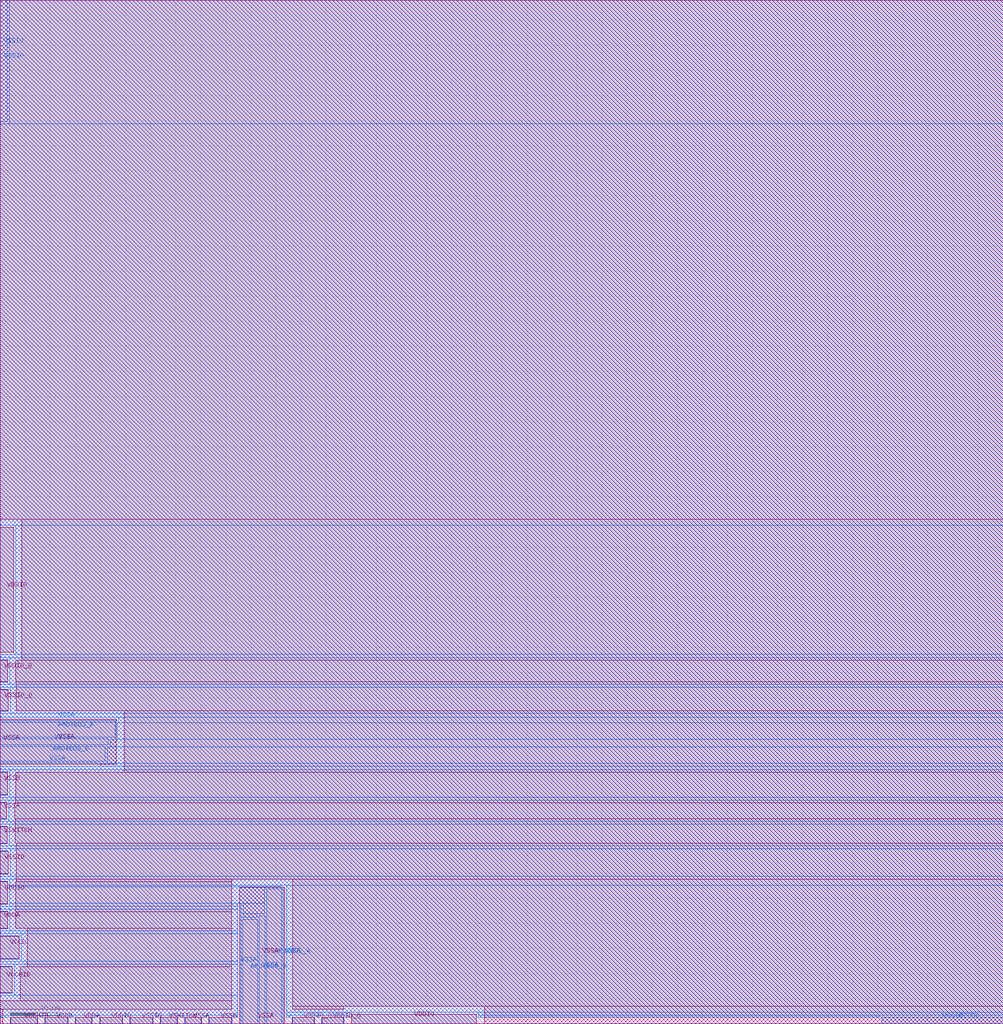
<source format=lef>
# Copyright 2020 The SkyWater PDK Authors
#
# Licensed under the Apache License, Version 2.0 (the "License");
# you may not use this file except in compliance with the License.
# You may obtain a copy of the License at
#
#     https://www.apache.org/licenses/LICENSE-2.0
#
# Unless required by applicable law or agreed to in writing, software
# distributed under the License is distributed on an "AS IS" BASIS,
# WITHOUT WARRANTIES OR CONDITIONS OF ANY KIND, either express or implied.
# See the License for the specific language governing permissions and
# limitations under the License.
#
# SPDX-License-Identifier: Apache-2.0

VERSION 5.7 ;

BUSBITCHARS "[]" ;
DIVIDERCHAR "/" ;

UNITS
  TIME NANOSECONDS 1 ;
  CAPACITANCE PICOFARADS 1 ;
  RESISTANCE OHMS 1 ;
  DATABASE MICRONS 1000 ;
END UNITS

MANUFACTURINGGRID 0.005 ;

PROPERTYDEFINITIONS
  LAYER LEF58_TYPE STRING ;
END PROPERTYDEFINITIONS

# High density, single height
SITE unithd
  SYMMETRY Y ;
  CLASS CORE ;
  SIZE 0.46 BY 2.72 ;
END unithd

# High density, double height
SITE unithddbl
  SYMMETRY Y ;
  CLASS CORE ;
  SIZE 0.46 BY 5.44 ;
END unithddbl

LAYER nwell
  TYPE MASTERSLICE ;
  PROPERTY LEF58_TYPE "TYPE NWELL ;" ;
END nwell

LAYER pwell
  TYPE MASTERSLICE ;
  PROPERTY LEF58_TYPE "TYPE PWELL ;" ;
END pwell

LAYER li1
  TYPE ROUTING ;
  DIRECTION VERTICAL ;

  PITCH 0.46 0.34 ;
  OFFSET 0.23 0.17 ;

  WIDTH 0.17 ;          # LI 1
  # SPACING  0.17 ;     # LI 2
  SPACINGTABLE
     PARALLELRUNLENGTH 0
     WIDTH 0 0.17 ;
  AREA 0.0561 ;         # LI 6
  THICKNESS 0.1 ;
  EDGECAPACITANCE 40.697E-6 ;
  CAPACITANCE CPERSQDIST 36.9866E-6 ;
  RESISTANCE RPERSQ 12.2 ;

  ANTENNAMODEL OXIDE1 ;
  ANTENNADIFFSIDEAREARATIO PWL ( ( 0 75 ) ( 0.0125 75 ) ( 0.0225 85.125 ) ( 22.5 10200 ) ) ;
END li1

LAYER mcon
  TYPE CUT ;

  WIDTH 0.17 ;                # Mcon 1
  SPACING 0.19 ;              # Mcon 2
  ENCLOSURE BELOW 0 0 ;       # Mcon 4
  ENCLOSURE ABOVE 0.03 0.06 ; # Met1 4 / Met1 5

  ANTENNADIFFAREARATIO PWL ( ( 0 3 ) ( 0.0125 3 ) ( 0.0225 3.405 ) ( 22.5 408 ) ) ;
  DCCURRENTDENSITY AVERAGE 0.36 ; # mA per via Iavg_max at Tj = 90oC

END mcon

LAYER met1
  TYPE ROUTING ;
  DIRECTION HORIZONTAL ;

  PITCH 0.34 ;
  OFFSET 0.17 ;

  WIDTH 0.14 ;                     # Met1 1
  # SPACING 0.14 ;                 # Met1 2
  # SPACING 0.28 RANGE 3.001 100 ; # Met1 3b
  SPACINGTABLE
     PARALLELRUNLENGTH 0
     WIDTH 0 0.14
     WIDTH 3 0.28 ;
  AREA 0.083 ;                     # Met1 6
  THICKNESS 0.35 ;

  ANTENNAMODEL OXIDE1 ;
  ANTENNADIFFSIDEAREARATIO PWL ( ( 0 400 ) ( 0.0125 400 ) ( 0.0225 2609 ) ( 22.5 11600 ) ) ;

  EDGECAPACITANCE 40.567E-6 ;
  CAPACITANCE CPERSQDIST 25.7784E-6 ;
  DCCURRENTDENSITY AVERAGE 2.8 ; # mA/um Iavg_max at Tj = 90oC
  ACCURRENTDENSITY RMS 6.1 ; # mA/um Irms_max at Tj = 90oC
  MAXIMUMDENSITY 70 ;
  DENSITYCHECKWINDOW 700 700 ;
  DENSITYCHECKSTEP 70 ;

  RESISTANCE RPERSQ 0.125 ;
END met1

LAYER via
  TYPE CUT ;
  WIDTH 0.15 ;                  # Via 1a
  SPACING 0.17 ;                # Via 2
  ENCLOSURE BELOW 0.055 0.085 ; # Via 4a / Via 5a
  ENCLOSURE ABOVE 0.055 0.085 ; # Met2 4 / Met2 5

  ANTENNADIFFAREARATIO PWL ( ( 0 6 ) ( 0.0125 6 ) ( 0.0225 6.81 ) ( 22.5 816 ) ) ;
  DCCURRENTDENSITY AVERAGE 0.29 ; # mA per via Iavg_max at Tj = 90oC
END via

LAYER met2
  TYPE ROUTING ;
  DIRECTION VERTICAL ;

  PITCH 0.46 ;
  OFFSET 0.23 ;

  WIDTH 0.14 ;                        # Met2 1
  # SPACING  0.14 ;                   # Met2 2
  # SPACING  0.28 RANGE 3.001 100 ;   # Met2 3b
  SPACINGTABLE
     PARALLELRUNLENGTH 0
     WIDTH 0 0.14
     WIDTH 3 0.28 ;
  AREA 0.0676 ;                       # Met2 6
  THICKNESS 0.35 ;

  EDGECAPACITANCE 37.759E-6 ;
  CAPACITANCE CPERSQDIST 16.9423E-6 ;
  RESISTANCE RPERSQ 0.125 ;
  DCCURRENTDENSITY AVERAGE 2.8 ; # mA/um Iavg_max at Tj = 90oC
  ACCURRENTDENSITY RMS 6.1 ; # mA/um Irms_max at Tj = 90oC

  ANTENNAMODEL OXIDE1 ;
  ANTENNADIFFSIDEAREARATIO PWL ( ( 0 400 ) ( 0.0125 400 ) ( 0.0225 2609 ) ( 22.5 11600 ) ) ;

  MAXIMUMDENSITY 70 ;
  DENSITYCHECKWINDOW 700 700 ;
  DENSITYCHECKSTEP 70 ;
END met2

# ******** Layer via2, type routing, number 44 **************
LAYER via2
  TYPE CUT ;
  WIDTH 0.2 ;                   # Via2 1
  SPACING 0.2 ;                 # Via2 2
  ENCLOSURE BELOW 0.04 0.085 ;  # Via2 4
  ENCLOSURE ABOVE 0.065 0.065 ; # Met3 4
  ANTENNADIFFAREARATIO PWL ( ( 0 6 ) ( 0.0125 6 ) ( 0.0225 6.81 ) ( 22.5 816 ) ) ;
  DCCURRENTDENSITY AVERAGE 0.48 ; # mA per via Iavg_max at Tj = 90oC
END via2

LAYER met3
  TYPE ROUTING ;
  DIRECTION HORIZONTAL ;

  PITCH 0.68 ;
  OFFSET 0.34 ;

  WIDTH 0.3 ;              # Met3 1
  # SPACING 0.3 ;          # Met3 2
  SPACINGTABLE
     PARALLELRUNLENGTH 0
     WIDTH 0 0.3
     WIDTH 3 0.4 ;
  AREA 0.24 ;              # Met3 6
  THICKNESS 0.8 ;

  EDGECAPACITANCE 40.989E-6 ;
  CAPACITANCE CPERSQDIST 12.3729E-6 ;
  RESISTANCE RPERSQ 0.047 ;
  DCCURRENTDENSITY AVERAGE 6.8 ; # mA/um Iavg_max at Tj = 90oC
  ACCURRENTDENSITY RMS 14.9 ; # mA/um Irms_max at Tj = 90oC

  ANTENNAMODEL OXIDE1 ;
  ANTENNADIFFSIDEAREARATIO PWL ( ( 0 400 ) ( 0.0125 400 ) ( 0.0225 2609 ) ( 22.5 11600 ) ) ;

  MAXIMUMDENSITY 70 ;
  DENSITYCHECKWINDOW 700 700 ;
  DENSITYCHECKSTEP 70 ;
END met3

LAYER via3
  TYPE CUT ;
  WIDTH 0.2 ;                   # Via3 1
  SPACING 0.2 ;                 # Via3 2
  ENCLOSURE BELOW 0.06 0.09 ;   # Via3 4 / Via3 5
  ENCLOSURE ABOVE 0.065 0.065 ; # Met4 3
  ANTENNADIFFAREARATIO PWL ( ( 0 6 ) ( 0.0125 6 ) ( 0.0225 6.81 ) ( 22.5 816 ) ) ;
  DCCURRENTDENSITY AVERAGE 0.48 ; # mA per via Iavg_max at Tj = 90oC
END via3

LAYER met4
  TYPE ROUTING ;
  DIRECTION VERTICAL ;

  PITCH 0.92 ;
  OFFSET 0.46 ;

  WIDTH 0.3 ;             # Met4 1
  # SPACING  0.3 ;             # Met4 2
  SPACINGTABLE
     PARALLELRUNLENGTH 0
     WIDTH 0 0.3
     WIDTH 3 0.4 ;
  AREA 0.24 ;            # Met4 4a

  THICKNESS 0.8 ;

  EDGECAPACITANCE 36.676E-6 ;
  CAPACITANCE CPERSQDIST 8.41537E-6 ;
  RESISTANCE RPERSQ 0.047 ;
  DCCURRENTDENSITY AVERAGE 6.8 ; # mA/um Iavg_max at Tj = 90oC
  ACCURRENTDENSITY RMS 14.9 ; # mA/um Irms_max at Tj = 90oC

  ANTENNAMODEL OXIDE1 ;
  ANTENNADIFFSIDEAREARATIO PWL ( ( 0 400 ) ( 0.0125 400 ) ( 0.0225 2609 ) ( 22.5 11600 ) ) ;

  MAXIMUMDENSITY 70 ;
  DENSITYCHECKWINDOW 700 700 ;
  DENSITYCHECKSTEP 70 ;
END met4

LAYER via4
  TYPE CUT ;

  WIDTH 0.8 ;                 # Via4 1
  SPACING 0.8 ;               # Via4 2
  ENCLOSURE BELOW 0.19 0.19 ; # Via4 4
  ENCLOSURE ABOVE 0.31 0.31 ; # Met5 3
  ANTENNADIFFAREARATIO PWL ( ( 0 6 ) ( 0.0125 6 ) ( 0.0225 6.81 ) ( 22.5 816 ) ) ;
  DCCURRENTDENSITY AVERAGE 2.49 ; # mA per via Iavg_max at Tj = 90oC
END via4

LAYER met5
  TYPE ROUTING ;
  DIRECTION HORIZONTAL ;

  PITCH 3.4 ;
  OFFSET 1.7 ;

  WIDTH 1.6 ;            # Met5 1
  #SPACING  1.6 ;        # Met5 2
  SPACINGTABLE
     PARALLELRUNLENGTH 0
     WIDTH 0 1.6 ;
  AREA 4 ;               # Met5 4

  THICKNESS 1.2 ;

  EDGECAPACITANCE 38.851E-6 ;
  CAPACITANCE CPERSQDIST 6.32063E-6 ;
  RESISTANCE RPERSQ 0.0285 ;
  DCCURRENTDENSITY AVERAGE 10.17 ; # mA/um Iavg_max at Tj = 90oC
  ACCURRENTDENSITY RMS 22.34 ; # mA/um Irms_max at Tj = 90oC

  ANTENNAMODEL OXIDE1 ;
  ANTENNADIFFSIDEAREARATIO PWL ( ( 0 400 ) ( 0.0125 400 ) ( 0.0225 2609 ) ( 22.5 11600 ) ) ;
END met5


### Routing via cells section   ###
# Plus via rule, metals are along the prefered direction
VIA L1M1_PR DEFAULT
  LAYER mcon ;
  RECT -0.085 -0.085 0.085 0.085 ;
  LAYER li1 ;
  RECT -0.085 -0.085 0.085 0.085 ;
  LAYER met1 ;
  RECT -0.145 -0.115 0.145 0.115 ;
END L1M1_PR

VIARULE L1M1_PR GENERATE
  LAYER li1 ;
  ENCLOSURE 0 0 ;
  LAYER met1 ;
  ENCLOSURE 0.06 0.03 ;
  LAYER mcon ;
  RECT -0.085 -0.085 0.085 0.085 ;
  SPACING 0.36 BY 0.36 ;
END L1M1_PR

# Plus via rule, metals are along the non prefered direction
VIA L1M1_PR_R DEFAULT
  LAYER mcon ;
  RECT -0.085 -0.085 0.085 0.085 ;
  LAYER li1 ;
  RECT -0.085 -0.085 0.085 0.085 ;
  LAYER met1 ;
  RECT -0.115 -0.145 0.115 0.145 ;
END L1M1_PR_R

VIARULE L1M1_PR_R GENERATE
  LAYER li1 ;
  ENCLOSURE 0 0 ;
  LAYER met1 ;
  ENCLOSURE 0.03 0.06 ;
  LAYER mcon ;
  RECT -0.085 -0.085 0.085 0.085 ;
  SPACING 0.36 BY 0.36 ;
END L1M1_PR_R

# Minus via rule, lower layer metal is along prefered direction
VIA L1M1_PR_M DEFAULT
  LAYER mcon ;
  RECT -0.085 -0.085 0.085 0.085 ;
  LAYER li1 ;
  RECT -0.085 -0.085 0.085 0.085 ;
  LAYER met1 ;
  RECT -0.115 -0.145 0.115 0.145 ;
END L1M1_PR_M

VIARULE L1M1_PR_M GENERATE
  LAYER li1 ;
  ENCLOSURE 0 0 ;
  LAYER met1 ;
  ENCLOSURE 0.03 0.06 ;
  LAYER mcon ;
  RECT -0.085 -0.085 0.085 0.085 ;
  SPACING 0.36 BY 0.36 ;
END L1M1_PR_M

# Minus via rule, upper layer metal is along prefered direction
VIA L1M1_PR_MR DEFAULT
  LAYER mcon ;
  RECT -0.085 -0.085 0.085 0.085 ;
  LAYER li1 ;
  RECT -0.085 -0.085 0.085 0.085 ;
  LAYER met1 ;
  RECT -0.145 -0.115 0.145 0.115 ;
END L1M1_PR_MR

VIARULE L1M1_PR_MR GENERATE
  LAYER li1 ;
  ENCLOSURE 0 0 ;
  LAYER met1 ;
  ENCLOSURE 0.06 0.03 ;
  LAYER mcon ;
  RECT -0.085 -0.085 0.085 0.085 ;
  SPACING 0.36 BY 0.36 ;
END L1M1_PR_MR

# Centered via rule, we really do not want to use it
VIA L1M1_PR_C DEFAULT
  LAYER mcon ;
  RECT -0.085 -0.085 0.085 0.085 ;
  LAYER li1 ;
  RECT -0.085 -0.085 0.085 0.085 ;
  LAYER met1 ;
  RECT -0.145 -0.145 0.145 0.145 ;
END L1M1_PR_C

VIARULE L1M1_PR_C GENERATE
  LAYER li1 ;
  ENCLOSURE 0 0 ;
  LAYER met1 ;
  ENCLOSURE 0.06 0.06 ;
  LAYER mcon ;
  RECT -0.085 -0.085 0.085 0.085 ;
  SPACING 0.36 BY 0.36 ;
END L1M1_PR_C

# Plus via rule, metals are along the prefered direction
VIA M1M2_PR DEFAULT
  LAYER via ;
  RECT -0.075 -0.075 0.075 0.075 ;
  LAYER met1 ;
  RECT -0.16 -0.13 0.16 0.13 ;
  LAYER met2 ;
  RECT -0.13 -0.16 0.13 0.16 ;
END M1M2_PR

VIARULE M1M2_PR GENERATE
  LAYER met1 ;
  ENCLOSURE 0.085 0.055 ;
  LAYER met2 ;
  ENCLOSURE 0.055 0.085 ;
  LAYER via ;
  RECT -0.075 -0.075 0.075 0.075 ;
  SPACING 0.32 BY 0.32 ;
END M1M2_PR

# Plus via rule, metals are along the non prefered direction
VIA M1M2_PR_R DEFAULT
  LAYER via ;
  RECT -0.075 -0.075 0.075 0.075 ;
  LAYER met1 ;
  RECT -0.13 -0.16 0.13 0.16 ;
  LAYER met2 ;
  RECT -0.16 -0.13 0.16 0.13 ;
END M1M2_PR_R

VIARULE M1M2_PR_R GENERATE
  LAYER met1 ;
  ENCLOSURE 0.055 0.085 ;
  LAYER met2 ;
  ENCLOSURE 0.085 0.055 ;
  LAYER via ;
  RECT -0.075 -0.075 0.075 0.075 ;
  SPACING 0.32 BY 0.32 ;
END M1M2_PR_R

# Minus via rule, lower layer metal is along prefered direction
VIA M1M2_PR_M DEFAULT
  LAYER via ;
  RECT -0.075 -0.075 0.075 0.075 ;
  LAYER met1 ;
  RECT -0.16 -0.13 0.16 0.13 ;
  LAYER met2 ;
  RECT -0.16 -0.13 0.16 0.13 ;
END M1M2_PR_M

VIARULE M1M2_PR_M GENERATE
  LAYER met1 ;
  ENCLOSURE 0.085 0.055 ;
  LAYER met2 ;
  ENCLOSURE 0.085 0.055 ;
  LAYER via ;
  RECT -0.075 -0.075 0.075 0.075 ;
  SPACING 0.32 BY 0.32 ;
END M1M2_PR_M

# Minus via rule, upper layer metal is along prefered direction
VIA M1M2_PR_MR DEFAULT
  LAYER via ;
  RECT -0.075 -0.075 0.075 0.075 ;
  LAYER met1 ;
  RECT -0.13 -0.16 0.13 0.16 ;
  LAYER met2 ;
  RECT -0.13 -0.16 0.13 0.16 ;
END M1M2_PR_MR

VIARULE M1M2_PR_MR GENERATE
  LAYER met1 ;
  ENCLOSURE 0.055 0.085 ;
  LAYER met2 ;
  ENCLOSURE 0.055 0.085 ;
  LAYER via ;
  RECT -0.075 -0.075 0.075 0.075 ;
  SPACING 0.32 BY 0.32 ;
END M1M2_PR_MR

# Centered via rule, we really do not want to use it
VIA M1M2_PR_C DEFAULT
  LAYER via ;
  RECT -0.075 -0.075 0.075 0.075 ;
  LAYER met1 ;
  RECT -0.16 -0.16 0.16 0.16 ;
  LAYER met2 ;
  RECT -0.16 -0.16 0.16 0.16 ;
END M1M2_PR_C

VIARULE M1M2_PR_C GENERATE
  LAYER met1 ;
  ENCLOSURE 0.085 0.085 ;
  LAYER met2 ;
  ENCLOSURE 0.085 0.085 ;
  LAYER via ;
  RECT -0.075 -0.075 0.075 0.075 ;
  SPACING 0.32 BY 0.32 ;
END M1M2_PR_C

# Plus via rule, metals are along the prefered direction
VIA M2M3_PR DEFAULT
  LAYER via2 ;
  RECT -0.1 -0.1 0.1 0.1 ;
  LAYER met2 ;
  RECT -0.14 -0.185 0.14 0.185 ;
  LAYER met3 ;
  RECT -0.165 -0.165 0.165 0.165 ;
END M2M3_PR

VIARULE M2M3_PR GENERATE
  LAYER met2 ;
  ENCLOSURE 0.04 0.085 ;
  LAYER met3 ;
  ENCLOSURE 0.065 0.065 ;
  LAYER via2 ;
  RECT -0.1 -0.1 0.1 0.1 ;
  SPACING 0.4 BY 0.4 ;
END M2M3_PR

# Plus via rule, metals are along the non prefered direction
VIA M2M3_PR_R DEFAULT
  LAYER via2 ;
  RECT -0.1 -0.1 0.1 0.1 ;
  LAYER met2 ;
  RECT -0.185 -0.14 0.185 0.14 ;
  LAYER met3 ;
  RECT -0.165 -0.165 0.165 0.165 ;
END M2M3_PR_R

VIARULE M2M3_PR_R GENERATE
  LAYER met2 ;
  ENCLOSURE 0.085 0.04 ;
  LAYER met3 ;
  ENCLOSURE 0.065 0.065 ;
  LAYER via2 ;
  RECT -0.1 -0.1 0.1 0.1 ;
  SPACING 0.4 BY 0.4 ;
END M2M3_PR_R

# Minus via rule, lower layer metal is along prefered direction
VIA M2M3_PR_M DEFAULT
  LAYER via2 ;
  RECT -0.1 -0.1 0.1 0.1 ;
  LAYER met2 ;
  RECT -0.14 -0.185 0.14 0.185 ;
  LAYER met3 ;
  RECT -0.165 -0.165 0.165 0.165 ;
END M2M3_PR_M

VIARULE M2M3_PR_M GENERATE
  LAYER met2 ;
  ENCLOSURE 0.04 0.085 ;
  LAYER met3 ;
  ENCLOSURE 0.065 0.065 ;
  LAYER via2 ;
  RECT -0.1 -0.1 0.1 0.1 ;
  SPACING 0.4 BY 0.4 ;
END M2M3_PR_M

# Minus via rule, upper layer metal is along prefered direction
VIA M2M3_PR_MR DEFAULT
  LAYER via2 ;
  RECT -0.1 -0.1 0.1 0.1 ;
  LAYER met2 ;
  RECT -0.185 -0.14 0.185 0.14 ;
  LAYER met3 ;
  RECT -0.165 -0.165 0.165 0.165 ;
END M2M3_PR_MR

VIARULE M2M3_PR_MR GENERATE
  LAYER met2 ;
  ENCLOSURE 0.085 0.04 ;
  LAYER met3 ;
  ENCLOSURE 0.065 0.065 ;
  LAYER via2 ;
  RECT -0.1 -0.1 0.1 0.1 ;
  SPACING 0.4 BY 0.4 ;
END M2M3_PR_MR

# Centered via rule, we really do not want to use it
VIA M2M3_PR_C DEFAULT
  LAYER via2 ;
  RECT -0.1 -0.1 0.1 0.1 ;
  LAYER met2 ;
  RECT -0.185 -0.185 0.185 0.185 ;
  LAYER met3 ;
  RECT -0.165 -0.165 0.165 0.165 ;
END M2M3_PR_C

VIARULE M2M3_PR_C GENERATE
  LAYER met2 ;
  ENCLOSURE 0.085 0.085 ;
  LAYER met3 ;
  ENCLOSURE 0.065 0.065 ;
  LAYER via2 ;
  RECT -0.1 -0.1 0.1 0.1 ;
  SPACING 0.4 BY 0.4 ;
END M2M3_PR_C

# Plus via rule, metals are along the prefered direction
VIA M3M4_PR DEFAULT
  LAYER via3 ;
  RECT -0.1 -0.1 0.1 0.1 ;
  LAYER met3 ;
  RECT -0.19 -0.16 0.19 0.16 ;
  LAYER met4 ;
  RECT -0.165 -0.165 0.165 0.165 ;
END M3M4_PR

VIARULE M3M4_PR GENERATE
  LAYER met3 ;
  ENCLOSURE 0.09 0.06 ;
  LAYER met4 ;
  ENCLOSURE 0.065 0.065 ;
  LAYER via3 ;
  RECT -0.1 -0.1 0.1 0.1 ;
  SPACING 0.4 BY 0.4 ;
END M3M4_PR

# Plus via rule, metals are along the non prefered direction
VIA M3M4_PR_R DEFAULT
  LAYER via3 ;
  RECT -0.1 -0.1 0.1 0.1 ;
  LAYER met3 ;
  RECT -0.16 -0.19 0.16 0.19 ;
  LAYER met4 ;
  RECT -0.165 -0.165 0.165 0.165 ;
END M3M4_PR_R

VIARULE M3M4_PR_R GENERATE
  LAYER met3 ;
  ENCLOSURE 0.06 0.09 ;
  LAYER met4 ;
  ENCLOSURE 0.065 0.065 ;
  LAYER via3 ;
  RECT -0.1 -0.1 0.1 0.1 ;
  SPACING 0.4 BY 0.4 ;
END M3M4_PR_R

# Minus via rule, lower layer metal is along prefered direction
VIA M3M4_PR_M DEFAULT
  LAYER via3 ;
  RECT -0.1 -0.1 0.1 0.1 ;
  LAYER met3 ;
  RECT -0.19 -0.16 0.19 0.16 ;
  LAYER met4 ;
  RECT -0.165 -0.165 0.165 0.165 ;
END M3M4_PR_M

VIARULE M3M4_PR_M GENERATE
  LAYER met3 ;
  ENCLOSURE 0.09 0.06 ;
  LAYER met4 ;
  ENCLOSURE 0.065 0.065 ;
  LAYER via3 ;
  RECT -0.1 -0.1 0.1 0.1 ;
  SPACING 0.4 BY 0.4 ;
END M3M4_PR_M

# Minus via rule, upper layer metal is along prefered direction
VIA M3M4_PR_MR DEFAULT
  LAYER via3 ;
  RECT -0.1 -0.1 0.1 0.1 ;
  LAYER met3 ;
  RECT -0.16 -0.19 0.16 0.19 ;
  LAYER met4 ;
  RECT -0.165 -0.165 0.165 0.165 ;
END M3M4_PR_MR

VIARULE M3M4_PR_MR GENERATE
  LAYER met3 ;
  ENCLOSURE 0.06 0.09 ;
  LAYER met4 ;
  ENCLOSURE 0.065 0.065 ;
  LAYER via3 ;
  RECT -0.1 -0.1 0.1 0.1 ;
  SPACING 0.4 BY 0.4 ;
END M3M4_PR_MR

# Centered via rule, we really do not want to use it
VIA M3M4_PR_C DEFAULT
  LAYER via3 ;
  RECT -0.1 -0.1 0.1 0.1 ;
  LAYER met3 ;
  RECT -0.19 -0.19 0.19 0.19 ;
  LAYER met4 ;
  RECT -0.165 -0.165 0.165 0.165 ;
END M3M4_PR_C

VIARULE M3M4_PR_C GENERATE
  LAYER met3 ;
  ENCLOSURE 0.09 0.09 ;
  LAYER met4 ;
  ENCLOSURE 0.065 0.065 ;
  LAYER via3 ;
  RECT -0.1 -0.1 0.1 0.1 ;
  SPACING 0.4 BY 0.4 ;
END M3M4_PR_C

# Plus via rule, metals are along the prefered direction
VIA M4M5_PR DEFAULT
  LAYER via4 ;
  RECT -0.4 -0.4 0.4 0.4 ;
  LAYER met4 ;
  RECT -0.59 -0.59 0.59 0.59 ;
  LAYER met5 ;
  RECT -0.71 -0.71 0.71 0.71 ;
END M4M5_PR

VIARULE M4M5_PR GENERATE
  LAYER met4 ;
  ENCLOSURE 0.19 0.19 ;
  LAYER met5 ;
  ENCLOSURE 0.31 0.31 ;
  LAYER via4 ;
  RECT -0.4 -0.4 0.4 0.4 ;
  SPACING 1.6 BY 1.6 ;
END M4M5_PR

# Plus via rule, metals are along the non prefered direction
VIA M4M5_PR_R DEFAULT
  LAYER via4 ;
  RECT -0.4 -0.4 0.4 0.4 ;
  LAYER met4 ;
  RECT -0.59 -0.59 0.59 0.59 ;
  LAYER met5 ;
  RECT -0.71 -0.71 0.71 0.71 ;
END M4M5_PR_R

VIARULE M4M5_PR_R GENERATE
  LAYER met4 ;
  ENCLOSURE 0.19 0.19 ;
  LAYER met5 ;
  ENCLOSURE 0.31 0.31 ;
  LAYER via4 ;
  RECT -0.4 -0.4 0.4 0.4 ;
  SPACING 1.6 BY 1.6 ;
END M4M5_PR_R

# Minus via rule, lower layer metal is along prefered direction
VIA M4M5_PR_M DEFAULT
  LAYER via4 ;
  RECT -0.4 -0.4 0.4 0.4 ;
  LAYER met4 ;
  RECT -0.59 -0.59 0.59 0.59 ;
  LAYER met5 ;
  RECT -0.71 -0.71 0.71 0.71 ;
END M4M5_PR_M

VIARULE M4M5_PR_M GENERATE
  LAYER met4 ;
  ENCLOSURE 0.19 0.19 ;
  LAYER met5 ;
  ENCLOSURE 0.31 0.31 ;
  LAYER via4 ;
  RECT -0.4 -0.4 0.4 0.4 ;
  SPACING 1.6 BY 1.6 ;
END M4M5_PR_M

# Minus via rule, upper layer metal is along prefered direction
VIA M4M5_PR_MR DEFAULT
  LAYER via4 ;
  RECT -0.4 -0.4 0.4 0.4 ;
  LAYER met4 ;
  RECT -0.59 -0.59 0.59 0.59 ;
  LAYER met5 ;
  RECT -0.71 -0.71 0.71 0.71 ;
END M4M5_PR_MR

VIARULE M4M5_PR_MR GENERATE
  LAYER met4 ;
  ENCLOSURE 0.19 0.19 ;
  LAYER met5 ;
  ENCLOSURE 0.31 0.31 ;
  LAYER via4 ;
  RECT -0.4 -0.4 0.4 0.4 ;
  SPACING 1.6 BY 1.6 ;
END M4M5_PR_MR

# Centered via rule, we really do not want to use it
VIA M4M5_PR_C DEFAULT
  LAYER via4 ;
  RECT -0.4 -0.4 0.4 0.4 ;
  LAYER met4 ;
  RECT -0.59 -0.59 0.59 0.59 ;
  LAYER met5 ;
  RECT -0.71 -0.71 0.71 0.71 ;
END M4M5_PR_C

VIARULE M4M5_PR_C GENERATE
  LAYER met4 ;
  ENCLOSURE 0.19 0.19 ;
  LAYER met5 ;
  ENCLOSURE 0.31 0.31 ;
  LAYER via4 ;
  RECT -0.4 -0.4 0.4 0.4 ;
  SPACING 1.6 BY 1.6 ;
END M4M5_PR_C
###  end of single via cells   ###


MACRO sky130_fd_sc_hd__bufbuf_8
  CLASS CORE ;
  FOREIGN sky130_fd_sc_hd__bufbuf_8 ;
  ORIGIN  0.000000  0.000000 ;
  SIZE  6.900000 BY  2.720000 ;
  SYMMETRY X Y R90 ;
  SITE unithd ;
  PIN A
    ANTENNAGATEAREA  0.159000 ;
    DIRECTION INPUT ;
    USE SIGNAL ;
    PORT
      LAYER li1 ;
        RECT 0.110000 1.075000 0.440000 1.275000 ;
    END
  END A
  PIN X
    ANTENNADIFFAREA  1.782000 ;
    DIRECTION OUTPUT ;
    USE SIGNAL ;
    PORT
      LAYER li1 ;
        RECT 3.230000 0.260000 3.560000 0.735000 ;
        RECT 3.230000 0.735000 6.815000 0.905000 ;
        RECT 3.230000 1.445000 6.815000 1.615000 ;
        RECT 3.230000 1.615000 3.560000 2.465000 ;
        RECT 4.070000 0.260000 4.400000 0.735000 ;
        RECT 4.070000 1.615000 4.400000 2.465000 ;
        RECT 4.910000 0.260000 5.240000 0.735000 ;
        RECT 4.910000 1.615000 5.240000 2.465000 ;
        RECT 5.750000 0.260000 6.080000 0.735000 ;
        RECT 5.750000 1.615000 6.080000 2.465000 ;
        RECT 6.435000 0.905000 6.815000 1.445000 ;
    END
  END X
  PIN VGND
    DIRECTION INOUT ;
    SHAPE ABUTMENT ;
    USE GROUND ;
    PORT
      LAYER met1 ;
        RECT 0.000000 -0.240000 6.900000 0.240000 ;
    END
  END VGND
  PIN VNB
    DIRECTION INOUT ;
    USE GROUND ;
    PORT
      LAYER pwell ;
        RECT 0.150000 -0.085000 0.320000 0.085000 ;
    END
  END VNB
  PIN VPB
    DIRECTION INOUT ;
    USE POWER ;
    PORT
      LAYER nwell ;
        RECT -0.190000 1.305000 7.090000 2.910000 ;
    END
  END VPB
  PIN VPWR
    DIRECTION INOUT ;
    SHAPE ABUTMENT ;
    USE POWER ;
    PORT
      LAYER met1 ;
        RECT 0.000000 2.480000 6.900000 2.960000 ;
    END
  END VPWR
  OBS
    LAYER li1 ;
      RECT 0.000000 -0.085000 6.900000 0.085000 ;
      RECT 0.000000  2.635000 6.900000 2.805000 ;
      RECT 0.095000  0.260000 0.425000 0.735000 ;
      RECT 0.095000  0.735000 0.780000 0.905000 ;
      RECT 0.095000  1.445000 0.780000 1.615000 ;
      RECT 0.095000  1.615000 0.425000 2.160000 ;
      RECT 0.595000  0.085000 0.765000 0.565000 ;
      RECT 0.595000  1.785000 0.765000 2.635000 ;
      RECT 0.610000  0.905000 0.780000 0.995000 ;
      RECT 0.610000  0.995000 1.040000 1.325000 ;
      RECT 0.610000  1.325000 0.780000 1.445000 ;
      RECT 1.000000  0.260000 1.380000 0.825000 ;
      RECT 1.000000  1.545000 1.380000 2.465000 ;
      RECT 1.210000  0.825000 1.380000 1.075000 ;
      RECT 1.210000  1.075000 2.720000 1.275000 ;
      RECT 1.210000  1.275000 1.380000 1.545000 ;
      RECT 1.550000  0.260000 1.880000 0.735000 ;
      RECT 1.550000  0.735000 3.060000 0.905000 ;
      RECT 1.550000  1.445000 3.060000 1.615000 ;
      RECT 1.550000  1.615000 1.880000 2.465000 ;
      RECT 2.050000  0.085000 2.220000 0.565000 ;
      RECT 2.050000  1.785000 2.220000 2.635000 ;
      RECT 2.390000  0.260000 2.720000 0.735000 ;
      RECT 2.390000  1.615000 2.720000 2.465000 ;
      RECT 2.890000  0.085000 3.060000 0.565000 ;
      RECT 2.890000  0.905000 3.060000 1.075000 ;
      RECT 2.890000  1.075000 5.360000 1.275000 ;
      RECT 2.890000  1.275000 3.060000 1.445000 ;
      RECT 2.890000  1.785000 3.060000 2.635000 ;
      RECT 3.730000  0.085000 3.900000 0.565000 ;
      RECT 3.730000  1.835000 3.900000 2.635000 ;
      RECT 4.570000  0.085000 4.740000 0.565000 ;
      RECT 4.570000  1.835000 4.740000 2.635000 ;
      RECT 5.410000  0.085000 5.580000 0.565000 ;
      RECT 5.410000  1.835000 5.580000 2.635000 ;
      RECT 6.250000  0.085000 6.420000 0.565000 ;
      RECT 6.250000  1.835000 6.420000 2.635000 ;
    LAYER mcon ;
      RECT 0.145000 -0.085000 0.315000 0.085000 ;
      RECT 0.145000  2.635000 0.315000 2.805000 ;
      RECT 0.605000 -0.085000 0.775000 0.085000 ;
      RECT 0.605000  2.635000 0.775000 2.805000 ;
      RECT 1.065000 -0.085000 1.235000 0.085000 ;
      RECT 1.065000  2.635000 1.235000 2.805000 ;
      RECT 1.525000 -0.085000 1.695000 0.085000 ;
      RECT 1.525000  2.635000 1.695000 2.805000 ;
      RECT 1.985000 -0.085000 2.155000 0.085000 ;
      RECT 1.985000  2.635000 2.155000 2.805000 ;
      RECT 2.445000 -0.085000 2.615000 0.085000 ;
      RECT 2.445000  2.635000 2.615000 2.805000 ;
      RECT 2.905000 -0.085000 3.075000 0.085000 ;
      RECT 2.905000  2.635000 3.075000 2.805000 ;
      RECT 3.365000 -0.085000 3.535000 0.085000 ;
      RECT 3.365000  2.635000 3.535000 2.805000 ;
      RECT 3.825000 -0.085000 3.995000 0.085000 ;
      RECT 3.825000  2.635000 3.995000 2.805000 ;
      RECT 4.285000 -0.085000 4.455000 0.085000 ;
      RECT 4.285000  2.635000 4.455000 2.805000 ;
      RECT 4.745000 -0.085000 4.915000 0.085000 ;
      RECT 4.745000  2.635000 4.915000 2.805000 ;
      RECT 5.205000 -0.085000 5.375000 0.085000 ;
      RECT 5.205000  2.635000 5.375000 2.805000 ;
      RECT 5.665000 -0.085000 5.835000 0.085000 ;
      RECT 5.665000  2.635000 5.835000 2.805000 ;
      RECT 6.125000 -0.085000 6.295000 0.085000 ;
      RECT 6.125000  2.635000 6.295000 2.805000 ;
      RECT 6.585000 -0.085000 6.755000 0.085000 ;
      RECT 6.585000  2.635000 6.755000 2.805000 ;
  END
END sky130_fd_sc_hd__bufbuf_8
MACRO sky130_fd_sc_hd__bufbuf_16
  CLASS CORE ;
  FOREIGN sky130_fd_sc_hd__bufbuf_16 ;
  ORIGIN  0.000000  0.000000 ;
  SIZE  11.96000 BY  2.720000 ;
  SYMMETRY X Y R90 ;
  SITE unithd ;
  PIN A
    ANTENNAGATEAREA  0.247500 ;
    DIRECTION INPUT ;
    USE SIGNAL ;
    PORT
      LAYER li1 ;
        RECT 0.110000 1.075000 0.440000 1.275000 ;
    END
  END A
  PIN X
    ANTENNADIFFAREA  3.564000 ;
    DIRECTION OUTPUT ;
    USE SIGNAL ;
    PORT
      LAYER li1 ;
        RECT  5.235000 0.255000  5.485000 0.260000 ;
        RECT  5.235000 0.260000  5.565000 0.735000 ;
        RECT  5.235000 0.735000 11.875000 0.905000 ;
        RECT  5.235000 1.445000 11.875000 1.615000 ;
        RECT  5.235000 1.615000  5.565000 2.465000 ;
        RECT  6.075000 0.260000  6.405000 0.735000 ;
        RECT  6.075000 1.615000  6.405000 2.465000 ;
        RECT  6.155000 0.255000  6.325000 0.260000 ;
        RECT  6.915000 0.260000  7.245000 0.735000 ;
        RECT  6.915000 1.615000  7.245000 2.465000 ;
        RECT  6.995000 0.255000  7.165000 0.260000 ;
        RECT  7.755000 0.260000  8.085000 0.735000 ;
        RECT  7.755000 1.615000  8.085000 2.465000 ;
        RECT  8.595000 0.260000  8.925000 0.735000 ;
        RECT  8.595000 1.615000  8.925000 2.465000 ;
        RECT  9.435000 0.260000  9.765000 0.735000 ;
        RECT  9.435000 1.615000  9.765000 2.465000 ;
        RECT 10.275000 0.260000 10.605000 0.735000 ;
        RECT 10.275000 1.615000 10.605000 2.465000 ;
        RECT 11.115000 0.260000 11.445000 0.735000 ;
        RECT 11.115000 1.615000 11.445000 2.465000 ;
        RECT 11.620000 0.905000 11.875000 1.445000 ;
    END
  END X
  PIN VGND
    DIRECTION INOUT ;
    SHAPE ABUTMENT ;
    USE GROUND ;
    PORT
      LAYER met1 ;
        RECT 0.000000 -0.240000 11.960000 0.240000 ;
    END
  END VGND
  PIN VNB
    DIRECTION INOUT ;
    USE GROUND ;
    PORT
      LAYER pwell ;
        RECT 0.150000 -0.085000 0.320000 0.085000 ;
    END
  END VNB
  PIN VPB
    DIRECTION INOUT ;
    USE POWER ;
    PORT
      LAYER nwell ;
        RECT -0.190000 1.305000 12.150000 2.910000 ;
    END
  END VPB
  PIN VPWR
    DIRECTION INOUT ;
    SHAPE ABUTMENT ;
    USE POWER ;
    PORT
      LAYER met1 ;
        RECT 0.000000 2.480000 11.960000 2.960000 ;
    END
  END VPWR
  OBS
    LAYER li1 ;
      RECT  0.000000 -0.085000 11.960000 0.085000 ;
      RECT  0.000000  2.635000 11.960000 2.805000 ;
      RECT  0.175000  0.085000  0.345000 0.905000 ;
      RECT  0.175000  1.445000  0.345000 2.635000 ;
      RECT  0.515000  0.260000  0.845000 0.905000 ;
      RECT  0.515000  1.445000  0.845000 2.465000 ;
      RECT  0.610000  0.905000  0.845000 1.075000 ;
      RECT  0.610000  1.075000  2.205000 1.275000 ;
      RECT  0.610000  1.275000  0.845000 1.445000 ;
      RECT  1.035000  0.260000  1.365000 0.735000 ;
      RECT  1.035000  0.735000  2.545000 0.905000 ;
      RECT  1.035000  1.445000  2.545000 1.615000 ;
      RECT  1.035000  1.615000  1.365000 2.465000 ;
      RECT  1.535000  0.085000  1.705000 0.565000 ;
      RECT  1.535000  1.785000  1.705000 2.635000 ;
      RECT  1.875000  0.260000  2.205000 0.735000 ;
      RECT  1.875000  1.615000  2.205000 2.465000 ;
      RECT  2.375000  0.085000  2.545000 0.565000 ;
      RECT  2.375000  0.905000  2.545000 1.075000 ;
      RECT  2.375000  1.075000  4.685000 1.275000 ;
      RECT  2.375000  1.275000  2.545000 1.445000 ;
      RECT  2.375000  1.785000  2.545000 2.635000 ;
      RECT  2.715000  0.260000  3.045000 0.735000 ;
      RECT  2.715000  0.735000  5.065000 0.905000 ;
      RECT  2.715000  1.445000  5.065000 1.615000 ;
      RECT  2.715000  1.615000  3.045000 2.465000 ;
      RECT  3.215000  0.085000  3.385000 0.565000 ;
      RECT  3.215000  1.835000  3.385000 2.635000 ;
      RECT  3.555000  0.260000  3.885000 0.735000 ;
      RECT  3.555000  1.615000  3.885000 2.465000 ;
      RECT  4.055000  0.085000  4.225000 0.565000 ;
      RECT  4.055000  1.835000  4.225000 2.635000 ;
      RECT  4.395000  0.260000  4.725000 0.735000 ;
      RECT  4.395000  1.615000  4.725000 2.465000 ;
      RECT  4.890000  0.905000  5.065000 1.075000 ;
      RECT  4.890000  1.075000 11.450000 1.275000 ;
      RECT  4.890000  1.275000  5.065000 1.445000 ;
      RECT  4.895000  0.085000  5.065000 0.565000 ;
      RECT  4.895000  1.835000  5.065000 2.635000 ;
      RECT  5.735000  0.085000  5.905000 0.565000 ;
      RECT  5.735000  1.835000  5.905000 2.635000 ;
      RECT  6.575000  0.085000  6.745000 0.565000 ;
      RECT  6.575000  1.835000  6.745000 2.635000 ;
      RECT  7.415000  0.085000  7.585000 0.565000 ;
      RECT  7.415000  1.835000  7.585000 2.635000 ;
      RECT  8.255000  0.085000  8.425000 0.565000 ;
      RECT  8.255000  1.835000  8.425000 2.635000 ;
      RECT  9.095000  0.085000  9.265000 0.565000 ;
      RECT  9.095000  1.835000  9.265000 2.635000 ;
      RECT  9.935000  0.085000 10.105000 0.565000 ;
      RECT  9.935000  1.835000 10.105000 2.635000 ;
      RECT 10.775000  0.085000 10.945000 0.565000 ;
      RECT 10.775000  1.835000 10.945000 2.635000 ;
      RECT 11.615000  0.085000 11.785000 0.565000 ;
      RECT 11.615000  1.835000 11.785000 2.635000 ;
    LAYER mcon ;
      RECT  0.145000 -0.085000  0.315000 0.085000 ;
      RECT  0.145000  2.635000  0.315000 2.805000 ;
      RECT  0.605000 -0.085000  0.775000 0.085000 ;
      RECT  0.605000  2.635000  0.775000 2.805000 ;
      RECT  1.065000 -0.085000  1.235000 0.085000 ;
      RECT  1.065000  2.635000  1.235000 2.805000 ;
      RECT  1.525000 -0.085000  1.695000 0.085000 ;
      RECT  1.525000  2.635000  1.695000 2.805000 ;
      RECT  1.985000 -0.085000  2.155000 0.085000 ;
      RECT  1.985000  2.635000  2.155000 2.805000 ;
      RECT  2.445000 -0.085000  2.615000 0.085000 ;
      RECT  2.445000  2.635000  2.615000 2.805000 ;
      RECT  2.905000 -0.085000  3.075000 0.085000 ;
      RECT  2.905000  2.635000  3.075000 2.805000 ;
      RECT  3.365000 -0.085000  3.535000 0.085000 ;
      RECT  3.365000  2.635000  3.535000 2.805000 ;
      RECT  3.825000 -0.085000  3.995000 0.085000 ;
      RECT  3.825000  2.635000  3.995000 2.805000 ;
      RECT  4.285000 -0.085000  4.455000 0.085000 ;
      RECT  4.285000  2.635000  4.455000 2.805000 ;
      RECT  4.745000 -0.085000  4.915000 0.085000 ;
      RECT  4.745000  2.635000  4.915000 2.805000 ;
      RECT  5.205000 -0.085000  5.375000 0.085000 ;
      RECT  5.205000  2.635000  5.375000 2.805000 ;
      RECT  5.665000 -0.085000  5.835000 0.085000 ;
      RECT  5.665000  2.635000  5.835000 2.805000 ;
      RECT  6.125000 -0.085000  6.295000 0.085000 ;
      RECT  6.125000  2.635000  6.295000 2.805000 ;
      RECT  6.585000 -0.085000  6.755000 0.085000 ;
      RECT  6.585000  2.635000  6.755000 2.805000 ;
      RECT  7.045000 -0.085000  7.215000 0.085000 ;
      RECT  7.045000  2.635000  7.215000 2.805000 ;
      RECT  7.505000 -0.085000  7.675000 0.085000 ;
      RECT  7.505000  2.635000  7.675000 2.805000 ;
      RECT  7.965000 -0.085000  8.135000 0.085000 ;
      RECT  7.965000  2.635000  8.135000 2.805000 ;
      RECT  8.425000 -0.085000  8.595000 0.085000 ;
      RECT  8.425000  2.635000  8.595000 2.805000 ;
      RECT  8.885000 -0.085000  9.055000 0.085000 ;
      RECT  8.885000  2.635000  9.055000 2.805000 ;
      RECT  9.345000 -0.085000  9.515000 0.085000 ;
      RECT  9.345000  2.635000  9.515000 2.805000 ;
      RECT  9.805000 -0.085000  9.975000 0.085000 ;
      RECT  9.805000  2.635000  9.975000 2.805000 ;
      RECT 10.265000 -0.085000 10.435000 0.085000 ;
      RECT 10.265000  2.635000 10.435000 2.805000 ;
      RECT 10.725000 -0.085000 10.895000 0.085000 ;
      RECT 10.725000  2.635000 10.895000 2.805000 ;
      RECT 11.185000 -0.085000 11.355000 0.085000 ;
      RECT 11.185000  2.635000 11.355000 2.805000 ;
      RECT 11.645000 -0.085000 11.815000 0.085000 ;
      RECT 11.645000  2.635000 11.815000 2.805000 ;
  END
END sky130_fd_sc_hd__bufbuf_16
MACRO sky130_fd_sc_hd__o311ai_2
  CLASS CORE ;
  FOREIGN sky130_fd_sc_hd__o311ai_2 ;
  ORIGIN  0.000000  0.000000 ;
  SIZE  5.980000 BY  2.720000 ;
  SYMMETRY X Y R90 ;
  SITE unithd ;
  PIN A1
    ANTENNAGATEAREA  0.495000 ;
    DIRECTION INPUT ;
    USE SIGNAL ;
    PORT
      LAYER li1 ;
        RECT 0.085000 1.055000 1.105000 1.315000 ;
    END
  END A1
  PIN A2
    ANTENNAGATEAREA  0.495000 ;
    DIRECTION INPUT ;
    USE SIGNAL ;
    PORT
      LAYER li1 ;
        RECT 1.275000 1.055000 2.155000 1.315000 ;
    END
  END A2
  PIN A3
    ANTENNAGATEAREA  0.495000 ;
    DIRECTION INPUT ;
    USE SIGNAL ;
    PORT
      LAYER li1 ;
        RECT 2.325000 1.055000 3.075000 1.315000 ;
    END
  END A3
  PIN B1
    ANTENNAGATEAREA  0.495000 ;
    DIRECTION INPUT ;
    USE SIGNAL ;
    PORT
      LAYER li1 ;
        RECT 3.365000 1.055000 4.385000 1.315000 ;
    END
  END B1
  PIN C1
    ANTENNAGATEAREA  0.495000 ;
    DIRECTION INPUT ;
    USE SIGNAL ;
    PORT
      LAYER li1 ;
        RECT 5.085000 1.055000 5.895000 1.315000 ;
    END
  END C1
  PIN Y
    ANTENNADIFFAREA  1.551000 ;
    DIRECTION OUTPUT ;
    USE SIGNAL ;
    PORT
      LAYER li1 ;
        RECT 2.415000 1.485000 5.895000 1.725000 ;
        RECT 2.415000 1.725000 2.665000 2.125000 ;
        RECT 3.335000 1.725000 3.505000 2.465000 ;
        RECT 4.515000 1.725000 4.825000 2.465000 ;
        RECT 4.555000 0.655000 5.895000 0.885000 ;
        RECT 4.555000 0.885000 4.915000 1.485000 ;
        RECT 5.495000 1.725000 5.895000 2.465000 ;
        RECT 5.515000 0.255000 5.895000 0.655000 ;
    END
  END Y
  PIN VGND
    DIRECTION INOUT ;
    SHAPE ABUTMENT ;
    USE GROUND ;
    PORT
      LAYER met1 ;
        RECT 0.000000 -0.240000 5.980000 0.240000 ;
    END
  END VGND
  PIN VNB
    DIRECTION INOUT ;
    USE GROUND ;
    PORT
      LAYER pwell ;
        RECT 0.145000 -0.085000 0.315000 0.085000 ;
    END
  END VNB
  PIN VPB
    DIRECTION INOUT ;
    USE POWER ;
    PORT
      LAYER nwell ;
        RECT -0.190000 1.305000 6.170000 2.910000 ;
    END
  END VPB
  PIN VPWR
    DIRECTION INOUT ;
    SHAPE ABUTMENT ;
    USE POWER ;
    PORT
      LAYER met1 ;
        RECT 0.000000 2.480000 5.980000 2.960000 ;
    END
  END VPWR
  OBS
    LAYER li1 ;
      RECT 0.000000 -0.085000 5.980000 0.085000 ;
      RECT 0.000000  2.635000 5.980000 2.805000 ;
      RECT 0.085000  0.255000 0.485000 0.655000 ;
      RECT 0.085000  0.655000 4.385000 0.885000 ;
      RECT 0.085000  1.485000 2.225000 1.725000 ;
      RECT 0.085000  1.725000 0.465000 2.465000 ;
      RECT 0.635000  1.895000 0.965000 2.635000 ;
      RECT 0.655000  0.085000 0.985000 0.485000 ;
      RECT 1.135000  1.725000 1.305000 2.465000 ;
      RECT 1.155000  0.255000 1.325000 0.655000 ;
      RECT 1.475000  1.895000 1.805000 2.295000 ;
      RECT 1.475000  2.295000 3.165000 2.465000 ;
      RECT 1.495000  0.085000 1.825000 0.485000 ;
      RECT 1.975000  1.725000 2.225000 2.125000 ;
      RECT 1.995000  0.255000 2.165000 0.655000 ;
      RECT 2.335000  0.085000 3.105000 0.485000 ;
      RECT 2.835000  1.895000 3.165000 2.295000 ;
      RECT 3.275000  0.255000 3.445000 0.655000 ;
      RECT 3.615000  0.255000 5.345000 0.485000 ;
      RECT 3.675000  1.895000 4.345000 2.635000 ;
      RECT 4.995000  1.895000 5.325000 2.635000 ;
    LAYER mcon ;
      RECT 0.145000 -0.085000 0.315000 0.085000 ;
      RECT 0.145000  2.635000 0.315000 2.805000 ;
      RECT 0.605000 -0.085000 0.775000 0.085000 ;
      RECT 0.605000  2.635000 0.775000 2.805000 ;
      RECT 1.065000 -0.085000 1.235000 0.085000 ;
      RECT 1.065000  2.635000 1.235000 2.805000 ;
      RECT 1.525000 -0.085000 1.695000 0.085000 ;
      RECT 1.525000  2.635000 1.695000 2.805000 ;
      RECT 1.985000 -0.085000 2.155000 0.085000 ;
      RECT 1.985000  2.635000 2.155000 2.805000 ;
      RECT 2.445000 -0.085000 2.615000 0.085000 ;
      RECT 2.445000  2.635000 2.615000 2.805000 ;
      RECT 2.905000 -0.085000 3.075000 0.085000 ;
      RECT 2.905000  2.635000 3.075000 2.805000 ;
      RECT 3.365000 -0.085000 3.535000 0.085000 ;
      RECT 3.365000  2.635000 3.535000 2.805000 ;
      RECT 3.825000 -0.085000 3.995000 0.085000 ;
      RECT 3.825000  2.635000 3.995000 2.805000 ;
      RECT 4.285000 -0.085000 4.455000 0.085000 ;
      RECT 4.285000  2.635000 4.455000 2.805000 ;
      RECT 4.745000 -0.085000 4.915000 0.085000 ;
      RECT 4.745000  2.635000 4.915000 2.805000 ;
      RECT 5.205000 -0.085000 5.375000 0.085000 ;
      RECT 5.205000  2.635000 5.375000 2.805000 ;
      RECT 5.665000 -0.085000 5.835000 0.085000 ;
      RECT 5.665000  2.635000 5.835000 2.805000 ;
  END
END sky130_fd_sc_hd__o311ai_2
MACRO sky130_fd_sc_hd__o311ai_4
  CLASS CORE ;
  FOREIGN sky130_fd_sc_hd__o311ai_4 ;
  ORIGIN  0.000000  0.000000 ;
  SIZE  9.660000 BY  2.720000 ;
  SYMMETRY X Y R90 ;
  SITE unithd ;
  PIN A1
    ANTENNAGATEAREA  0.990000 ;
    DIRECTION INPUT ;
    USE SIGNAL ;
    PORT
      LAYER li1 ;
        RECT 0.085000 1.055000 1.775000 1.315000 ;
    END
  END A1
  PIN A2
    ANTENNAGATEAREA  0.990000 ;
    DIRECTION INPUT ;
    USE SIGNAL ;
    PORT
      LAYER li1 ;
        RECT 1.945000 1.055000 3.615000 1.315000 ;
    END
  END A2
  PIN A3
    ANTENNAGATEAREA  0.990000 ;
    DIRECTION INPUT ;
    USE SIGNAL ;
    PORT
      LAYER li1 ;
        RECT 3.805000 1.055000 5.885000 1.315000 ;
    END
  END A3
  PIN B1
    ANTENNAGATEAREA  0.990000 ;
    DIRECTION INPUT ;
    USE SIGNAL ;
    PORT
      LAYER li1 ;
        RECT 6.055000 1.055000 7.695000 1.315000 ;
    END
  END B1
  PIN C1
    ANTENNAGATEAREA  0.990000 ;
    DIRECTION INPUT ;
    USE SIGNAL ;
    PORT
      LAYER li1 ;
        RECT 7.865000 1.055000 9.090000 1.315000 ;
    END
  END C1
  PIN Y
    ANTENNADIFFAREA  2.241000 ;
    DIRECTION OUTPUT ;
    USE SIGNAL ;
    PORT
      LAYER li1 ;
        RECT 4.055000 1.485000 9.575000 1.725000 ;
        RECT 4.055000 1.725000 4.305000 2.115000 ;
        RECT 4.975000 1.725000 5.145000 2.115000 ;
        RECT 5.815000 1.725000 6.005000 2.465000 ;
        RECT 6.675000 1.725000 6.845000 2.465000 ;
        RECT 7.515000 1.725000 7.685000 2.465000 ;
        RECT 7.895000 0.655000 9.575000 0.885000 ;
        RECT 8.355000 1.725000 8.525000 2.465000 ;
        RECT 9.195000 1.725000 9.575000 2.465000 ;
        RECT 9.260000 0.885000 9.575000 1.485000 ;
    END
  END Y
  PIN VGND
    DIRECTION INOUT ;
    SHAPE ABUTMENT ;
    USE GROUND ;
    PORT
      LAYER met1 ;
        RECT 0.000000 -0.240000 9.660000 0.240000 ;
    END
  END VGND
  PIN VNB
    DIRECTION INOUT ;
    USE GROUND ;
    PORT
      LAYER pwell ;
        RECT 0.125000 -0.085000 0.295000 0.085000 ;
    END
  END VNB
  PIN VPB
    DIRECTION INOUT ;
    USE POWER ;
    PORT
      LAYER nwell ;
        RECT -0.190000 1.305000 9.850000 2.910000 ;
    END
  END VPB
  PIN VPWR
    DIRECTION INOUT ;
    SHAPE ABUTMENT ;
    USE POWER ;
    PORT
      LAYER met1 ;
        RECT 0.000000 2.480000 9.660000 2.960000 ;
    END
  END VPWR
  OBS
    LAYER li1 ;
      RECT 0.000000 -0.085000 9.660000 0.085000 ;
      RECT 0.000000  2.635000 9.660000 2.805000 ;
      RECT 0.085000  0.085000 0.505000 0.885000 ;
      RECT 0.085000  1.485000 3.865000 1.725000 ;
      RECT 0.085000  1.725000 0.405000 2.465000 ;
      RECT 0.595000  1.895000 0.925000 2.635000 ;
      RECT 0.675000  0.255000 0.845000 0.655000 ;
      RECT 0.675000  0.655000 7.385000 0.885000 ;
      RECT 1.015000  0.085000 1.345000 0.485000 ;
      RECT 1.095000  1.725000 1.265000 2.465000 ;
      RECT 1.435000  1.895000 1.765000 2.635000 ;
      RECT 1.515000  0.255000 1.685000 0.655000 ;
      RECT 1.855000  0.085000 2.185000 0.485000 ;
      RECT 1.935000  1.725000 2.105000 2.465000 ;
      RECT 2.275000  1.895000 2.605000 2.295000 ;
      RECT 2.275000  2.295000 5.645000 2.465000 ;
      RECT 2.355000  0.255000 2.525000 0.655000 ;
      RECT 2.695000  0.085000 3.025000 0.485000 ;
      RECT 2.775000  1.725000 2.945000 2.115000 ;
      RECT 3.115000  1.895000 3.445000 2.295000 ;
      RECT 3.195000  0.255000 3.365000 0.655000 ;
      RECT 3.535000  0.085000 3.885000 0.485000 ;
      RECT 3.615000  1.725000 3.865000 2.115000 ;
      RECT 4.055000  0.255000 4.225000 0.655000 ;
      RECT 4.395000  0.085000 4.725000 0.485000 ;
      RECT 4.475000  1.895000 4.805000 2.295000 ;
      RECT 4.895000  0.255000 5.065000 0.655000 ;
      RECT 5.235000  0.085000 5.585000 0.485000 ;
      RECT 5.315000  1.895000 5.645000 2.295000 ;
      RECT 5.755000  0.255000 9.575000 0.485000 ;
      RECT 6.175000  1.895000 6.505000 2.635000 ;
      RECT 7.015000  1.895000 7.345000 2.635000 ;
      RECT 7.555000  0.485000 7.725000 0.885000 ;
      RECT 7.855000  1.895000 8.185000 2.635000 ;
      RECT 8.695000  1.895000 9.025000 2.635000 ;
    LAYER mcon ;
      RECT 0.145000 -0.085000 0.315000 0.085000 ;
      RECT 0.145000  2.635000 0.315000 2.805000 ;
      RECT 0.605000 -0.085000 0.775000 0.085000 ;
      RECT 0.605000  2.635000 0.775000 2.805000 ;
      RECT 1.065000 -0.085000 1.235000 0.085000 ;
      RECT 1.065000  2.635000 1.235000 2.805000 ;
      RECT 1.525000 -0.085000 1.695000 0.085000 ;
      RECT 1.525000  2.635000 1.695000 2.805000 ;
      RECT 1.985000 -0.085000 2.155000 0.085000 ;
      RECT 1.985000  2.635000 2.155000 2.805000 ;
      RECT 2.445000 -0.085000 2.615000 0.085000 ;
      RECT 2.445000  2.635000 2.615000 2.805000 ;
      RECT 2.905000 -0.085000 3.075000 0.085000 ;
      RECT 2.905000  2.635000 3.075000 2.805000 ;
      RECT 3.365000 -0.085000 3.535000 0.085000 ;
      RECT 3.365000  2.635000 3.535000 2.805000 ;
      RECT 3.825000 -0.085000 3.995000 0.085000 ;
      RECT 3.825000  2.635000 3.995000 2.805000 ;
      RECT 4.285000 -0.085000 4.455000 0.085000 ;
      RECT 4.285000  2.635000 4.455000 2.805000 ;
      RECT 4.745000 -0.085000 4.915000 0.085000 ;
      RECT 4.745000  2.635000 4.915000 2.805000 ;
      RECT 5.205000 -0.085000 5.375000 0.085000 ;
      RECT 5.205000  2.635000 5.375000 2.805000 ;
      RECT 5.665000 -0.085000 5.835000 0.085000 ;
      RECT 5.665000  2.635000 5.835000 2.805000 ;
      RECT 6.125000 -0.085000 6.295000 0.085000 ;
      RECT 6.125000  2.635000 6.295000 2.805000 ;
      RECT 6.585000 -0.085000 6.755000 0.085000 ;
      RECT 6.585000  2.635000 6.755000 2.805000 ;
      RECT 7.045000 -0.085000 7.215000 0.085000 ;
      RECT 7.045000  2.635000 7.215000 2.805000 ;
      RECT 7.505000 -0.085000 7.675000 0.085000 ;
      RECT 7.505000  2.635000 7.675000 2.805000 ;
      RECT 7.965000 -0.085000 8.135000 0.085000 ;
      RECT 7.965000  2.635000 8.135000 2.805000 ;
      RECT 8.425000 -0.085000 8.595000 0.085000 ;
      RECT 8.425000  2.635000 8.595000 2.805000 ;
      RECT 8.885000 -0.085000 9.055000 0.085000 ;
      RECT 8.885000  2.635000 9.055000 2.805000 ;
      RECT 9.345000 -0.085000 9.515000 0.085000 ;
      RECT 9.345000  2.635000 9.515000 2.805000 ;
  END
END sky130_fd_sc_hd__o311ai_4
MACRO sky130_fd_sc_hd__o311ai_1
  CLASS CORE ;
  FOREIGN sky130_fd_sc_hd__o311ai_1 ;
  ORIGIN  0.000000  0.000000 ;
  SIZE  3.220000 BY  2.720000 ;
  SYMMETRY X Y R90 ;
  SITE unithd ;
  PIN A1
    ANTENNAGATEAREA  0.247500 ;
    DIRECTION INPUT ;
    USE SIGNAL ;
    PORT
      LAYER li1 ;
        RECT 0.085000 0.995000 0.780000 1.325000 ;
    END
  END A1
  PIN A2
    ANTENNAGATEAREA  0.247500 ;
    DIRECTION INPUT ;
    USE SIGNAL ;
    PORT
      LAYER li1 ;
        RECT 0.950000 0.995000 1.260000 2.465000 ;
    END
  END A2
  PIN A3
    ANTENNAGATEAREA  0.247500 ;
    DIRECTION INPUT ;
    USE SIGNAL ;
    PORT
      LAYER li1 ;
        RECT 1.430000 0.995000 1.780000 1.325000 ;
    END
  END A3
  PIN B1
    ANTENNAGATEAREA  0.247500 ;
    DIRECTION INPUT ;
    USE SIGNAL ;
    PORT
      LAYER li1 ;
        RECT 1.985000 0.320000 2.200000 1.325000 ;
    END
  END B1
  PIN C1
    ANTENNAGATEAREA  0.247500 ;
    DIRECTION INPUT ;
    USE SIGNAL ;
    PORT
      LAYER li1 ;
        RECT 2.830000 0.995000 3.135000 1.325000 ;
    END
  END C1
  PIN Y
    ANTENNADIFFAREA  0.942000 ;
    DIRECTION OUTPUT ;
    USE SIGNAL ;
    PORT
      LAYER li1 ;
        RECT 1.430000 1.495000 3.135000 1.665000 ;
        RECT 1.430000 1.665000 1.980000 2.465000 ;
        RECT 2.445000 0.255000 3.135000 0.825000 ;
        RECT 2.445000 0.825000 2.660000 1.495000 ;
        RECT 2.650000 1.665000 3.135000 2.465000 ;
    END
  END Y
  PIN VGND
    DIRECTION INOUT ;
    SHAPE ABUTMENT ;
    USE GROUND ;
    PORT
      LAYER met1 ;
        RECT 0.000000 -0.240000 3.220000 0.240000 ;
    END
  END VGND
  PIN VNB
    DIRECTION INOUT ;
    USE GROUND ;
    PORT
      LAYER pwell ;
        RECT 0.145000 -0.085000 0.315000 0.085000 ;
    END
  END VNB
  PIN VPB
    DIRECTION INOUT ;
    USE POWER ;
    PORT
      LAYER nwell ;
        RECT -0.190000 1.305000 3.410000 2.910000 ;
    END
  END VPB
  PIN VPWR
    DIRECTION INOUT ;
    SHAPE ABUTMENT ;
    USE POWER ;
    PORT
      LAYER met1 ;
        RECT 0.000000 2.480000 3.220000 2.960000 ;
    END
  END VPWR
  OBS
    LAYER li1 ;
      RECT 0.000000 -0.085000 3.220000 0.085000 ;
      RECT 0.000000  2.635000 3.220000 2.805000 ;
      RECT 0.085000  0.085000 0.570000 0.825000 ;
      RECT 0.085000  1.495000 0.780000 2.635000 ;
      RECT 0.740000  0.255000 0.910000 0.655000 ;
      RECT 0.740000  0.655000 1.750000 0.825000 ;
      RECT 1.080000  0.085000 1.410000 0.485000 ;
      RECT 1.580000  0.255000 1.750000 0.655000 ;
      RECT 2.150000  1.835000 2.480000 2.635000 ;
    LAYER mcon ;
      RECT 0.145000 -0.085000 0.315000 0.085000 ;
      RECT 0.145000  2.635000 0.315000 2.805000 ;
      RECT 0.605000 -0.085000 0.775000 0.085000 ;
      RECT 0.605000  2.635000 0.775000 2.805000 ;
      RECT 1.065000 -0.085000 1.235000 0.085000 ;
      RECT 1.065000  2.635000 1.235000 2.805000 ;
      RECT 1.525000 -0.085000 1.695000 0.085000 ;
      RECT 1.525000  2.635000 1.695000 2.805000 ;
      RECT 1.985000 -0.085000 2.155000 0.085000 ;
      RECT 1.985000  2.635000 2.155000 2.805000 ;
      RECT 2.445000 -0.085000 2.615000 0.085000 ;
      RECT 2.445000  2.635000 2.615000 2.805000 ;
      RECT 2.905000 -0.085000 3.075000 0.085000 ;
      RECT 2.905000  2.635000 3.075000 2.805000 ;
  END
END sky130_fd_sc_hd__o311ai_1
MACRO sky130_fd_sc_hd__o311ai_0
  CLASS CORE ;
  FOREIGN sky130_fd_sc_hd__o311ai_0 ;
  ORIGIN  0.000000  0.000000 ;
  SIZE  3.220000 BY  2.720000 ;
  SYMMETRY X Y R90 ;
  SITE unithd ;
  PIN A1
    ANTENNAGATEAREA  0.159000 ;
    DIRECTION INPUT ;
    USE SIGNAL ;
    PORT
      LAYER li1 ;
        RECT 0.085000 0.765000 0.570000 0.995000 ;
        RECT 0.085000 0.995000 0.780000 1.625000 ;
    END
  END A1
  PIN A2
    ANTENNAGATEAREA  0.159000 ;
    DIRECTION INPUT ;
    USE SIGNAL ;
    PORT
      LAYER li1 ;
        RECT 0.950000 0.995000 1.260000 2.465000 ;
    END
  END A2
  PIN A3
    ANTENNAGATEAREA  0.159000 ;
    DIRECTION INPUT ;
    USE SIGNAL ;
    PORT
      LAYER li1 ;
        RECT 1.430000 0.995000 1.780000 1.325000 ;
    END
  END A3
  PIN B1
    ANTENNAGATEAREA  0.159000 ;
    DIRECTION INPUT ;
    USE SIGNAL ;
    PORT
      LAYER li1 ;
        RECT 1.985000 0.260000 2.200000 1.325000 ;
    END
  END B1
  PIN C1
    ANTENNAGATEAREA  0.159000 ;
    DIRECTION INPUT ;
    USE SIGNAL ;
    PORT
      LAYER li1 ;
        RECT 2.830000 0.765000 3.135000 1.325000 ;
    END
  END C1
  PIN Y
    ANTENNADIFFAREA  0.604000 ;
    DIRECTION OUTPUT ;
    USE SIGNAL ;
    PORT
      LAYER li1 ;
        RECT 1.430000 1.495000 3.135000 1.665000 ;
        RECT 1.430000 1.665000 1.980000 2.465000 ;
        RECT 2.445000 0.255000 3.135000 0.595000 ;
        RECT 2.445000 0.595000 2.660000 1.495000 ;
        RECT 2.650000 1.665000 3.135000 2.465000 ;
    END
  END Y
  PIN VGND
    DIRECTION INOUT ;
    SHAPE ABUTMENT ;
    USE GROUND ;
    PORT
      LAYER met1 ;
        RECT 0.000000 -0.240000 3.220000 0.240000 ;
    END
  END VGND
  PIN VNB
    DIRECTION INOUT ;
    USE GROUND ;
    PORT
      LAYER pwell ;
        RECT 0.145000 -0.085000 0.315000 0.085000 ;
    END
  END VNB
  PIN VPB
    DIRECTION INOUT ;
    USE POWER ;
    PORT
      LAYER nwell ;
        RECT -0.190000 1.305000 3.410000 2.910000 ;
    END
  END VPB
  PIN VPWR
    DIRECTION INOUT ;
    SHAPE ABUTMENT ;
    USE POWER ;
    PORT
      LAYER met1 ;
        RECT 0.000000 2.480000 3.220000 2.960000 ;
    END
  END VPWR
  OBS
    LAYER li1 ;
      RECT 0.000000 -0.085000 3.220000 0.085000 ;
      RECT 0.000000  2.635000 3.220000 2.805000 ;
      RECT 0.085000  0.085000 0.570000 0.595000 ;
      RECT 0.085000  1.795000 0.780000 2.635000 ;
      RECT 0.740000  0.255000 0.910000 0.655000 ;
      RECT 0.740000  0.655000 1.750000 0.825000 ;
      RECT 1.080000  0.085000 1.410000 0.485000 ;
      RECT 1.580000  0.255000 1.750000 0.655000 ;
      RECT 2.150000  1.835000 2.480000 2.635000 ;
    LAYER mcon ;
      RECT 0.145000 -0.085000 0.315000 0.085000 ;
      RECT 0.145000  2.635000 0.315000 2.805000 ;
      RECT 0.605000 -0.085000 0.775000 0.085000 ;
      RECT 0.605000  2.635000 0.775000 2.805000 ;
      RECT 1.065000 -0.085000 1.235000 0.085000 ;
      RECT 1.065000  2.635000 1.235000 2.805000 ;
      RECT 1.525000 -0.085000 1.695000 0.085000 ;
      RECT 1.525000  2.635000 1.695000 2.805000 ;
      RECT 1.985000 -0.085000 2.155000 0.085000 ;
      RECT 1.985000  2.635000 2.155000 2.805000 ;
      RECT 2.445000 -0.085000 2.615000 0.085000 ;
      RECT 2.445000  2.635000 2.615000 2.805000 ;
      RECT 2.905000 -0.085000 3.075000 0.085000 ;
      RECT 2.905000  2.635000 3.075000 2.805000 ;
  END
END sky130_fd_sc_hd__o311ai_0
MACRO sky130_fd_sc_hd__dfsbp_2
  CLASS CORE ;
  FOREIGN sky130_fd_sc_hd__dfsbp_2 ;
  ORIGIN  0.000000  0.000000 ;
  SIZE  11.04000 BY  2.720000 ;
  SYMMETRY X Y R90 ;
  SITE unithd ;
  PIN D
    ANTENNAGATEAREA  0.222000 ;
    DIRECTION INPUT ;
    USE SIGNAL ;
    PORT
      LAYER li1 ;
        RECT 1.770000 1.005000 2.180000 1.625000 ;
    END
  END D
  PIN Q
    ANTENNADIFFAREA  0.445500 ;
    DIRECTION OUTPUT ;
    USE SIGNAL ;
    PORT
      LAYER li1 ;
        RECT 10.150000 1.495000 10.915000 1.665000 ;
        RECT 10.150000 1.665000 10.480000 2.465000 ;
        RECT 10.230000 0.255000 10.480000 0.720000 ;
        RECT 10.230000 0.720000 10.915000 0.825000 ;
        RECT 10.345000 0.825000 10.915000 0.845000 ;
        RECT 10.360000 0.845000 10.915000 1.495000 ;
    END
  END Q
  PIN Q_N
    ANTENNADIFFAREA  0.445500 ;
    DIRECTION OUTPUT ;
    USE SIGNAL ;
    PORT
      LAYER li1 ;
        RECT 8.370000 0.255000 8.700000 2.465000 ;
    END
  END Q_N
  PIN SET_B
    ANTENNAGATEAREA  0.252000 ;
    DIRECTION INPUT ;
    USE SIGNAL ;
    PORT
      LAYER li1 ;
        RECT 3.610000 0.735000 4.020000 1.065000 ;
      LAYER mcon ;
        RECT 3.825000 0.765000 3.995000 0.935000 ;
    END
    PORT
      LAYER li1 ;
        RECT 6.660000 0.735000 7.320000 1.005000 ;
        RECT 6.660000 1.005000 6.990000 1.065000 ;
      LAYER mcon ;
        RECT 7.045000 0.765000 7.215000 0.935000 ;
    END
    PORT
      LAYER met1 ;
        RECT 3.765000 0.735000 4.055000 0.780000 ;
        RECT 3.765000 0.780000 7.275000 0.920000 ;
        RECT 3.765000 0.920000 4.055000 0.965000 ;
        RECT 6.985000 0.735000 7.275000 0.780000 ;
        RECT 6.985000 0.920000 7.275000 0.965000 ;
    END
  END SET_B
  PIN CLK
    ANTENNAGATEAREA  0.159000 ;
    DIRECTION INPUT ;
    USE CLOCK ;
    PORT
      LAYER li1 ;
        RECT 0.090000 0.975000 0.440000 1.625000 ;
    END
  END CLK
  PIN VGND
    DIRECTION INOUT ;
    SHAPE ABUTMENT ;
    USE GROUND ;
    PORT
      LAYER met1 ;
        RECT 0.000000 -0.240000 11.040000 0.240000 ;
    END
  END VGND
  PIN VNB
    DIRECTION INOUT ;
    USE GROUND ;
    PORT
      LAYER pwell ;
        RECT 0.145000 -0.085000 0.315000 0.085000 ;
    END
  END VNB
  PIN VPB
    DIRECTION INOUT ;
    USE POWER ;
    PORT
      LAYER nwell ;
        RECT -0.190000 1.305000 11.230000 2.910000 ;
    END
  END VPB
  PIN VPWR
    DIRECTION INOUT ;
    SHAPE ABUTMENT ;
    USE POWER ;
    PORT
      LAYER met1 ;
        RECT 0.000000 2.480000 11.040000 2.960000 ;
    END
  END VPWR
  OBS
    LAYER li1 ;
      RECT  0.000000 -0.085000 11.040000 0.085000 ;
      RECT  0.000000  2.635000 11.040000 2.805000 ;
      RECT  0.175000  0.345000  0.345000 0.635000 ;
      RECT  0.175000  0.635000  0.840000 0.805000 ;
      RECT  0.175000  1.795000  0.840000 1.965000 ;
      RECT  0.175000  1.965000  0.345000 2.465000 ;
      RECT  0.515000  0.085000  0.845000 0.465000 ;
      RECT  0.515000  2.135000  0.845000 2.635000 ;
      RECT  0.610000  0.805000  0.840000 1.795000 ;
      RECT  1.015000  0.345000  1.240000 2.465000 ;
      RECT  1.430000  0.635000  2.125000 0.825000 ;
      RECT  1.430000  0.825000  1.600000 1.795000 ;
      RECT  1.430000  1.795000  2.125000 1.965000 ;
      RECT  1.455000  0.085000  1.785000 0.465000 ;
      RECT  1.455000  2.135000  1.785000 2.635000 ;
      RECT  1.955000  0.305000  2.125000 0.635000 ;
      RECT  1.955000  1.965000  2.125000 2.465000 ;
      RECT  2.350000  0.705000  2.570000 1.575000 ;
      RECT  2.350000  1.575000  2.850000 1.955000 ;
      RECT  2.360000  2.250000  3.190000 2.420000 ;
      RECT  2.425000  0.265000  3.440000 0.465000 ;
      RECT  2.750000  0.645000  3.100000 1.015000 ;
      RECT  3.020000  1.195000  3.440000 1.235000 ;
      RECT  3.020000  1.235000  4.370000 1.405000 ;
      RECT  3.020000  1.405000  3.190000 2.250000 ;
      RECT  3.270000  0.465000  3.440000 1.195000 ;
      RECT  3.360000  1.575000  3.610000 1.835000 ;
      RECT  3.360000  1.835000  4.710000 2.085000 ;
      RECT  3.430000  2.255000  3.810000 2.635000 ;
      RECT  3.610000  0.085000  4.020000 0.525000 ;
      RECT  3.990000  2.085000  4.160000 2.375000 ;
      RECT  4.120000  1.405000  4.370000 1.565000 ;
      RECT  4.310000  0.295000  4.560000 0.725000 ;
      RECT  4.310000  0.725000  4.710000 1.065000 ;
      RECT  4.330000  2.255000  4.660000 2.635000 ;
      RECT  4.540000  1.065000  4.710000 1.835000 ;
      RECT  4.740000  0.085000  5.080000 0.545000 ;
      RECT  4.900000  0.725000  6.150000 0.895000 ;
      RECT  4.900000  0.895000  5.070000 1.655000 ;
      RECT  4.900000  1.655000  5.400000 1.965000 ;
      RECT  5.110000  2.165000  5.760000 2.415000 ;
      RECT  5.240000  1.065000  5.420000 1.475000 ;
      RECT  5.590000  1.235000  7.470000 1.405000 ;
      RECT  5.590000  1.405000  5.760000 1.915000 ;
      RECT  5.590000  1.915000  6.780000 2.085000 ;
      RECT  5.590000  2.085000  5.760000 2.165000 ;
      RECT  5.640000  0.305000  6.490000 0.475000 ;
      RECT  5.820000  0.895000  6.150000 1.015000 ;
      RECT  5.930000  1.575000  7.830000 1.745000 ;
      RECT  5.930000  2.255000  6.340000 2.635000 ;
      RECT  6.320000  0.475000  6.490000 1.235000 ;
      RECT  6.540000  2.085000  6.780000 2.375000 ;
      RECT  6.670000  0.085000  7.330000 0.565000 ;
      RECT  7.010000  1.945000  7.340000 2.635000 ;
      RECT  7.140000  1.175000  7.470000 1.235000 ;
      RECT  7.510000  0.350000  7.830000 0.680000 ;
      RECT  7.510000  1.745000  7.830000 1.765000 ;
      RECT  7.510000  1.765000  7.680000 2.375000 ;
      RECT  7.640000  0.680000  7.830000 1.575000 ;
      RECT  8.020000  0.085000  8.200000 0.905000 ;
      RECT  8.020000  1.480000  8.200000 2.635000 ;
      RECT  8.870000  0.085000  9.120000 0.905000 ;
      RECT  8.870000  1.480000  9.120000 2.635000 ;
      RECT  9.310000  0.255000  9.560000 0.995000 ;
      RECT  9.310000  0.995000 10.190000 1.325000 ;
      RECT  9.310000  1.325000  9.640000 2.465000 ;
      RECT  9.730000  0.085000 10.060000 0.825000 ;
      RECT  9.810000  1.495000  9.980000 2.635000 ;
      RECT 10.650000  0.085000 10.915000 0.550000 ;
      RECT 10.650000  1.835000 10.915000 2.635000 ;
    LAYER mcon ;
      RECT  0.145000 -0.085000  0.315000 0.085000 ;
      RECT  0.145000  2.635000  0.315000 2.805000 ;
      RECT  0.605000 -0.085000  0.775000 0.085000 ;
      RECT  0.605000  2.635000  0.775000 2.805000 ;
      RECT  0.645000  1.785000  0.815000 1.955000 ;
      RECT  1.065000 -0.085000  1.235000 0.085000 ;
      RECT  1.065000  0.765000  1.235000 0.935000 ;
      RECT  1.065000  2.635000  1.235000 2.805000 ;
      RECT  1.525000 -0.085000  1.695000 0.085000 ;
      RECT  1.525000  2.635000  1.695000 2.805000 ;
      RECT  1.985000 -0.085000  2.155000 0.085000 ;
      RECT  1.985000  2.635000  2.155000 2.805000 ;
      RECT  2.445000 -0.085000  2.615000 0.085000 ;
      RECT  2.445000  1.785000  2.615000 1.955000 ;
      RECT  2.445000  2.635000  2.615000 2.805000 ;
      RECT  2.905000 -0.085000  3.075000 0.085000 ;
      RECT  2.905000  0.765000  3.075000 0.935000 ;
      RECT  2.905000  2.635000  3.075000 2.805000 ;
      RECT  3.365000 -0.085000  3.535000 0.085000 ;
      RECT  3.365000  2.635000  3.535000 2.805000 ;
      RECT  3.825000 -0.085000  3.995000 0.085000 ;
      RECT  3.825000  2.635000  3.995000 2.805000 ;
      RECT  4.285000 -0.085000  4.455000 0.085000 ;
      RECT  4.285000  2.635000  4.455000 2.805000 ;
      RECT  4.745000 -0.085000  4.915000 0.085000 ;
      RECT  4.745000  2.635000  4.915000 2.805000 ;
      RECT  5.205000 -0.085000  5.375000 0.085000 ;
      RECT  5.205000  1.785000  5.375000 1.955000 ;
      RECT  5.205000  2.635000  5.375000 2.805000 ;
      RECT  5.245000  1.105000  5.415000 1.275000 ;
      RECT  5.665000 -0.085000  5.835000 0.085000 ;
      RECT  5.665000  2.635000  5.835000 2.805000 ;
      RECT  6.125000 -0.085000  6.295000 0.085000 ;
      RECT  6.125000  2.635000  6.295000 2.805000 ;
      RECT  6.585000 -0.085000  6.755000 0.085000 ;
      RECT  6.585000  2.635000  6.755000 2.805000 ;
      RECT  7.045000 -0.085000  7.215000 0.085000 ;
      RECT  7.045000  2.635000  7.215000 2.805000 ;
      RECT  7.505000 -0.085000  7.675000 0.085000 ;
      RECT  7.505000  2.635000  7.675000 2.805000 ;
      RECT  7.965000 -0.085000  8.135000 0.085000 ;
      RECT  7.965000  2.635000  8.135000 2.805000 ;
      RECT  8.425000 -0.085000  8.595000 0.085000 ;
      RECT  8.425000  2.635000  8.595000 2.805000 ;
      RECT  8.885000 -0.085000  9.055000 0.085000 ;
      RECT  8.885000  2.635000  9.055000 2.805000 ;
      RECT  9.345000 -0.085000  9.515000 0.085000 ;
      RECT  9.345000  2.635000  9.515000 2.805000 ;
      RECT  9.805000 -0.085000  9.975000 0.085000 ;
      RECT  9.805000  2.635000  9.975000 2.805000 ;
      RECT 10.265000 -0.085000 10.435000 0.085000 ;
      RECT 10.265000  2.635000 10.435000 2.805000 ;
      RECT 10.725000 -0.085000 10.895000 0.085000 ;
      RECT 10.725000  2.635000 10.895000 2.805000 ;
    LAYER met1 ;
      RECT 0.585000 1.755000 0.875000 1.800000 ;
      RECT 0.585000 1.800000 5.435000 1.940000 ;
      RECT 0.585000 1.940000 0.875000 1.985000 ;
      RECT 1.005000 0.735000 1.295000 0.780000 ;
      RECT 1.005000 0.780000 3.135000 0.920000 ;
      RECT 1.005000 0.920000 1.295000 0.965000 ;
      RECT 2.385000 1.755000 2.675000 1.800000 ;
      RECT 2.385000 1.940000 2.675000 1.985000 ;
      RECT 2.845000 0.735000 3.135000 0.780000 ;
      RECT 2.845000 0.920000 3.135000 0.965000 ;
      RECT 2.920000 0.965000 3.135000 1.120000 ;
      RECT 2.920000 1.120000 5.475000 1.260000 ;
      RECT 5.145000 1.755000 5.435000 1.800000 ;
      RECT 5.145000 1.940000 5.435000 1.985000 ;
      RECT 5.185000 1.075000 5.475000 1.120000 ;
      RECT 5.185000 1.260000 5.475000 1.305000 ;
  END
END sky130_fd_sc_hd__dfsbp_2
MACRO sky130_fd_sc_hd__dfsbp_1
  CLASS CORE ;
  FOREIGN sky130_fd_sc_hd__dfsbp_1 ;
  ORIGIN  0.000000  0.000000 ;
  SIZE  10.58000 BY  2.720000 ;
  SYMMETRY X Y R90 ;
  SITE unithd ;
  PIN D
    ANTENNAGATEAREA  0.222000 ;
    DIRECTION INPUT ;
    USE SIGNAL ;
    PORT
      LAYER li1 ;
        RECT 1.770000 1.005000 2.180000 1.625000 ;
    END
  END D
  PIN Q
    ANTENNADIFFAREA  0.429000 ;
    DIRECTION OUTPUT ;
    USE SIGNAL ;
    PORT
      LAYER li1 ;
        RECT 9.865000 0.255000 10.125000 0.825000 ;
        RECT 9.865000 1.445000 10.125000 2.465000 ;
        RECT 9.910000 0.825000 10.125000 1.445000 ;
    END
  END Q
  PIN Q_N
    ANTENNADIFFAREA  0.429000 ;
    DIRECTION OUTPUT ;
    USE SIGNAL ;
    PORT
      LAYER li1 ;
        RECT 8.370000 0.255000 8.700000 2.465000 ;
    END
  END Q_N
  PIN SET_B
    ANTENNAGATEAREA  0.252000 ;
    DIRECTION INPUT ;
    USE SIGNAL ;
    PORT
      LAYER li1 ;
        RECT 3.610000 0.735000 4.020000 1.065000 ;
      LAYER mcon ;
        RECT 3.825000 0.765000 3.995000 0.935000 ;
    END
    PORT
      LAYER li1 ;
        RECT 6.660000 0.735000 7.320000 1.005000 ;
        RECT 6.660000 1.005000 6.990000 1.065000 ;
      LAYER mcon ;
        RECT 7.045000 0.765000 7.215000 0.935000 ;
    END
    PORT
      LAYER met1 ;
        RECT 3.765000 0.735000 4.055000 0.780000 ;
        RECT 3.765000 0.780000 7.275000 0.920000 ;
        RECT 3.765000 0.920000 4.055000 0.965000 ;
        RECT 6.985000 0.735000 7.275000 0.780000 ;
        RECT 6.985000 0.920000 7.275000 0.965000 ;
    END
  END SET_B
  PIN CLK
    ANTENNAGATEAREA  0.159000 ;
    DIRECTION INPUT ;
    USE CLOCK ;
    PORT
      LAYER li1 ;
        RECT 0.090000 0.975000 0.440000 1.625000 ;
    END
  END CLK
  PIN VGND
    DIRECTION INOUT ;
    SHAPE ABUTMENT ;
    USE GROUND ;
    PORT
      LAYER met1 ;
        RECT 0.000000 -0.240000 10.580000 0.240000 ;
    END
  END VGND
  PIN VNB
    DIRECTION INOUT ;
    USE GROUND ;
    PORT
      LAYER pwell ;
        RECT 0.145000 -0.085000 0.315000 0.085000 ;
    END
  END VNB
  PIN VPB
    DIRECTION INOUT ;
    USE POWER ;
    PORT
      LAYER nwell ;
        RECT -0.190000 1.305000 10.770000 2.910000 ;
    END
  END VPB
  PIN VPWR
    DIRECTION INOUT ;
    SHAPE ABUTMENT ;
    USE POWER ;
    PORT
      LAYER met1 ;
        RECT 0.000000 2.480000 10.580000 2.960000 ;
    END
  END VPWR
  OBS
    LAYER li1 ;
      RECT 0.000000 -0.085000 10.580000 0.085000 ;
      RECT 0.000000  2.635000 10.580000 2.805000 ;
      RECT 0.175000  0.345000  0.345000 0.635000 ;
      RECT 0.175000  0.635000  0.840000 0.805000 ;
      RECT 0.175000  1.795000  0.840000 1.965000 ;
      RECT 0.175000  1.965000  0.345000 2.465000 ;
      RECT 0.515000  0.085000  0.845000 0.465000 ;
      RECT 0.515000  2.135000  0.845000 2.635000 ;
      RECT 0.610000  0.805000  0.840000 1.795000 ;
      RECT 1.015000  0.345000  1.240000 2.465000 ;
      RECT 1.430000  0.635000  2.125000 0.825000 ;
      RECT 1.430000  0.825000  1.600000 1.795000 ;
      RECT 1.430000  1.795000  2.125000 1.965000 ;
      RECT 1.455000  0.085000  1.785000 0.465000 ;
      RECT 1.455000  2.135000  1.785000 2.635000 ;
      RECT 1.955000  0.305000  2.125000 0.635000 ;
      RECT 1.955000  1.965000  2.125000 2.465000 ;
      RECT 2.350000  0.705000  2.570000 1.575000 ;
      RECT 2.350000  1.575000  2.850000 1.955000 ;
      RECT 2.360000  2.250000  3.190000 2.420000 ;
      RECT 2.425000  0.265000  3.440000 0.465000 ;
      RECT 2.750000  0.645000  3.100000 1.015000 ;
      RECT 3.020000  1.195000  3.440000 1.235000 ;
      RECT 3.020000  1.235000  4.370000 1.405000 ;
      RECT 3.020000  1.405000  3.190000 2.250000 ;
      RECT 3.270000  0.465000  3.440000 1.195000 ;
      RECT 3.360000  1.575000  3.610000 1.835000 ;
      RECT 3.360000  1.835000  4.710000 2.085000 ;
      RECT 3.430000  2.255000  3.810000 2.635000 ;
      RECT 3.610000  0.085000  4.020000 0.525000 ;
      RECT 3.990000  2.085000  4.160000 2.375000 ;
      RECT 4.120000  1.405000  4.370000 1.565000 ;
      RECT 4.310000  0.295000  4.560000 0.725000 ;
      RECT 4.310000  0.725000  4.710000 1.065000 ;
      RECT 4.330000  2.255000  4.660000 2.635000 ;
      RECT 4.540000  1.065000  4.710000 1.835000 ;
      RECT 4.740000  0.085000  5.080000 0.545000 ;
      RECT 4.900000  0.725000  6.150000 0.895000 ;
      RECT 4.900000  0.895000  5.070000 1.655000 ;
      RECT 4.900000  1.655000  5.400000 1.965000 ;
      RECT 5.110000  2.165000  5.760000 2.415000 ;
      RECT 5.240000  1.065000  5.420000 1.475000 ;
      RECT 5.590000  1.235000  7.470000 1.405000 ;
      RECT 5.590000  1.405000  5.760000 1.915000 ;
      RECT 5.590000  1.915000  6.780000 2.085000 ;
      RECT 5.590000  2.085000  5.760000 2.165000 ;
      RECT 5.640000  0.305000  6.490000 0.475000 ;
      RECT 5.820000  0.895000  6.150000 1.015000 ;
      RECT 5.930000  1.575000  7.830000 1.745000 ;
      RECT 5.930000  2.255000  6.340000 2.635000 ;
      RECT 6.320000  0.475000  6.490000 1.235000 ;
      RECT 6.540000  2.085000  6.780000 2.375000 ;
      RECT 6.670000  0.085000  7.330000 0.565000 ;
      RECT 7.010000  1.945000  7.340000 2.635000 ;
      RECT 7.140000  1.175000  7.470000 1.235000 ;
      RECT 7.510000  0.350000  7.830000 0.680000 ;
      RECT 7.510000  1.745000  7.830000 1.765000 ;
      RECT 7.510000  1.765000  7.680000 2.375000 ;
      RECT 7.640000  0.680000  7.830000 1.575000 ;
      RECT 8.020000  0.085000  8.200000 0.905000 ;
      RECT 8.020000  1.480000  8.200000 2.635000 ;
      RECT 8.890000  0.255000  9.220000 0.995000 ;
      RECT 8.890000  0.995000  9.740000 1.325000 ;
      RECT 8.890000  1.325000  9.220000 2.465000 ;
      RECT 9.445000  0.085000  9.615000 0.585000 ;
      RECT 9.445000  1.825000  9.615000 2.635000 ;
    LAYER mcon ;
      RECT  0.145000 -0.085000  0.315000 0.085000 ;
      RECT  0.145000  2.635000  0.315000 2.805000 ;
      RECT  0.605000 -0.085000  0.775000 0.085000 ;
      RECT  0.605000  2.635000  0.775000 2.805000 ;
      RECT  0.645000  1.785000  0.815000 1.955000 ;
      RECT  1.065000 -0.085000  1.235000 0.085000 ;
      RECT  1.065000  0.765000  1.235000 0.935000 ;
      RECT  1.065000  2.635000  1.235000 2.805000 ;
      RECT  1.525000 -0.085000  1.695000 0.085000 ;
      RECT  1.525000  2.635000  1.695000 2.805000 ;
      RECT  1.985000 -0.085000  2.155000 0.085000 ;
      RECT  1.985000  2.635000  2.155000 2.805000 ;
      RECT  2.445000 -0.085000  2.615000 0.085000 ;
      RECT  2.445000  1.785000  2.615000 1.955000 ;
      RECT  2.445000  2.635000  2.615000 2.805000 ;
      RECT  2.905000 -0.085000  3.075000 0.085000 ;
      RECT  2.905000  0.765000  3.075000 0.935000 ;
      RECT  2.905000  2.635000  3.075000 2.805000 ;
      RECT  3.365000 -0.085000  3.535000 0.085000 ;
      RECT  3.365000  2.635000  3.535000 2.805000 ;
      RECT  3.825000 -0.085000  3.995000 0.085000 ;
      RECT  3.825000  2.635000  3.995000 2.805000 ;
      RECT  4.285000 -0.085000  4.455000 0.085000 ;
      RECT  4.285000  2.635000  4.455000 2.805000 ;
      RECT  4.745000 -0.085000  4.915000 0.085000 ;
      RECT  4.745000  2.635000  4.915000 2.805000 ;
      RECT  5.205000 -0.085000  5.375000 0.085000 ;
      RECT  5.205000  1.785000  5.375000 1.955000 ;
      RECT  5.205000  2.635000  5.375000 2.805000 ;
      RECT  5.245000  1.105000  5.415000 1.275000 ;
      RECT  5.665000 -0.085000  5.835000 0.085000 ;
      RECT  5.665000  2.635000  5.835000 2.805000 ;
      RECT  6.125000 -0.085000  6.295000 0.085000 ;
      RECT  6.125000  2.635000  6.295000 2.805000 ;
      RECT  6.585000 -0.085000  6.755000 0.085000 ;
      RECT  6.585000  2.635000  6.755000 2.805000 ;
      RECT  7.045000 -0.085000  7.215000 0.085000 ;
      RECT  7.045000  2.635000  7.215000 2.805000 ;
      RECT  7.505000 -0.085000  7.675000 0.085000 ;
      RECT  7.505000  2.635000  7.675000 2.805000 ;
      RECT  7.965000 -0.085000  8.135000 0.085000 ;
      RECT  7.965000  2.635000  8.135000 2.805000 ;
      RECT  8.425000 -0.085000  8.595000 0.085000 ;
      RECT  8.425000  2.635000  8.595000 2.805000 ;
      RECT  8.885000 -0.085000  9.055000 0.085000 ;
      RECT  8.885000  2.635000  9.055000 2.805000 ;
      RECT  9.345000 -0.085000  9.515000 0.085000 ;
      RECT  9.345000  2.635000  9.515000 2.805000 ;
      RECT  9.805000 -0.085000  9.975000 0.085000 ;
      RECT  9.805000  2.635000  9.975000 2.805000 ;
      RECT 10.265000 -0.085000 10.435000 0.085000 ;
      RECT 10.265000  2.635000 10.435000 2.805000 ;
    LAYER met1 ;
      RECT 0.585000 1.755000 0.875000 1.800000 ;
      RECT 0.585000 1.800000 5.435000 1.940000 ;
      RECT 0.585000 1.940000 0.875000 1.985000 ;
      RECT 1.005000 0.735000 1.295000 0.780000 ;
      RECT 1.005000 0.780000 3.135000 0.920000 ;
      RECT 1.005000 0.920000 1.295000 0.965000 ;
      RECT 2.385000 1.755000 2.675000 1.800000 ;
      RECT 2.385000 1.940000 2.675000 1.985000 ;
      RECT 2.845000 0.735000 3.135000 0.780000 ;
      RECT 2.845000 0.920000 3.135000 0.965000 ;
      RECT 2.920000 0.965000 3.135000 1.120000 ;
      RECT 2.920000 1.120000 5.475000 1.260000 ;
      RECT 5.145000 1.755000 5.435000 1.800000 ;
      RECT 5.145000 1.940000 5.435000 1.985000 ;
      RECT 5.185000 1.075000 5.475000 1.120000 ;
      RECT 5.185000 1.260000 5.475000 1.305000 ;
  END
END sky130_fd_sc_hd__dfsbp_1
MACRO sky130_fd_sc_hd__dfrtp_1
  CLASS CORE ;
  FOREIGN sky130_fd_sc_hd__dfrtp_1 ;
  ORIGIN  0.000000  0.000000 ;
  SIZE  9.200000 BY  2.720000 ;
  SYMMETRY X Y R90 ;
  SITE unithd ;
  PIN D
    ANTENNAGATEAREA  0.126000 ;
    DIRECTION INPUT ;
    USE SIGNAL ;
    PORT
      LAYER li1 ;
        RECT 1.355000 1.665000 1.680000 2.450000 ;
        RECT 1.415000 0.615000 1.875000 1.665000 ;
    END
  END D
  PIN Q
    ANTENNADIFFAREA  0.429000 ;
    DIRECTION OUTPUT ;
    USE SIGNAL ;
    PORT
      LAYER li1 ;
        RECT 8.855000 0.265000 9.110000 0.795000 ;
        RECT 8.855000 1.445000 9.110000 2.325000 ;
        RECT 8.900000 0.795000 9.110000 1.445000 ;
    END
  END Q
  PIN RESET_B
    ANTENNAGATEAREA  0.252000 ;
    DIRECTION INPUT ;
    USE SIGNAL ;
    PORT
      LAYER li1 ;
        RECT 3.805000 0.765000 4.595000 1.015000 ;
      LAYER mcon ;
        RECT 4.165000 0.765000 4.335000 0.935000 ;
    END
    PORT
      LAYER li1 ;
        RECT 7.105000 1.035000 7.645000 1.405000 ;
        RECT 7.405000 0.635000 7.645000 1.035000 ;
      LAYER mcon ;
        RECT 7.105000 1.080000 7.275000 1.250000 ;
        RECT 7.405000 0.765000 7.575000 0.935000 ;
    END
    PORT
      LAYER met1 ;
        RECT 3.745000 0.735000 4.395000 0.780000 ;
        RECT 3.745000 0.780000 7.635000 0.920000 ;
        RECT 3.745000 0.920000 4.395000 0.965000 ;
        RECT 7.045000 0.920000 7.635000 0.965000 ;
        RECT 7.045000 0.965000 7.335000 1.280000 ;
        RECT 7.345000 0.735000 7.635000 0.780000 ;
    END
  END RESET_B
  PIN CLK
    ANTENNAGATEAREA  0.159000 ;
    DIRECTION INPUT ;
    USE CLOCK ;
    PORT
      LAYER li1 ;
        RECT 0.090000 0.975000 0.440000 1.625000 ;
    END
  END CLK
  PIN VGND
    DIRECTION INOUT ;
    SHAPE ABUTMENT ;
    USE GROUND ;
    PORT
      LAYER met1 ;
        RECT 0.000000 -0.240000 9.200000 0.240000 ;
    END
  END VGND
  PIN VNB
    DIRECTION INOUT ;
    USE GROUND ;
    PORT
      LAYER pwell ;
        RECT 0.145000 -0.085000 0.315000 0.085000 ;
    END
  END VNB
  PIN VPB
    DIRECTION INOUT ;
    USE POWER ;
    PORT
      LAYER nwell ;
        RECT -0.190000 1.305000 9.390000 2.910000 ;
    END
  END VPB
  PIN VPWR
    DIRECTION INOUT ;
    SHAPE ABUTMENT ;
    USE POWER ;
    PORT
      LAYER met1 ;
        RECT 0.000000 2.480000 9.200000 2.960000 ;
    END
  END VPWR
  OBS
    LAYER li1 ;
      RECT 0.000000 -0.085000 9.200000 0.085000 ;
      RECT 0.000000  2.635000 9.200000 2.805000 ;
      RECT 0.090000  0.345000 0.345000 0.635000 ;
      RECT 0.090000  0.635000 0.840000 0.805000 ;
      RECT 0.090000  1.795000 0.840000 1.965000 ;
      RECT 0.090000  1.965000 0.345000 2.465000 ;
      RECT 0.515000  0.085000 0.845000 0.465000 ;
      RECT 0.515000  2.135000 0.845000 2.635000 ;
      RECT 0.610000  0.805000 0.840000 1.795000 ;
      RECT 1.015000  0.345000 1.185000 2.465000 ;
      RECT 1.545000  0.085000 1.875000 0.445000 ;
      RECT 1.850000  2.175000 2.100000 2.635000 ;
      RECT 2.045000  0.305000 2.540000 0.475000 ;
      RECT 2.045000  0.475000 2.215000 1.835000 ;
      RECT 2.045000  1.835000 2.440000 2.005000 ;
      RECT 2.270000  2.005000 2.440000 2.135000 ;
      RECT 2.270000  2.135000 2.520000 2.465000 ;
      RECT 2.385000  0.765000 2.735000 1.385000 ;
      RECT 2.610000  1.575000 3.075000 1.965000 ;
      RECT 2.735000  2.135000 3.415000 2.465000 ;
      RECT 2.745000  0.305000 3.600000 0.475000 ;
      RECT 2.905000  0.765000 3.260000 0.985000 ;
      RECT 2.905000  0.985000 3.075000 1.575000 ;
      RECT 3.245000  1.185000 4.935000 1.355000 ;
      RECT 3.245000  1.355000 3.415000 2.135000 ;
      RECT 3.430000  0.475000 3.600000 1.185000 ;
      RECT 3.585000  1.865000 4.660000 2.035000 ;
      RECT 3.585000  2.035000 3.755000 2.375000 ;
      RECT 3.775000  1.525000 5.275000 1.695000 ;
      RECT 3.990000  2.205000 4.320000 2.635000 ;
      RECT 4.475000  0.085000 4.805000 0.545000 ;
      RECT 4.490000  2.035000 4.660000 2.375000 ;
      RECT 4.765000  1.005000 4.935000 1.185000 ;
      RECT 4.955000  2.175000 5.325000 2.635000 ;
      RECT 5.015000  0.275000 5.365000 0.445000 ;
      RECT 5.015000  0.445000 5.275000 0.835000 ;
      RECT 5.105000  0.835000 5.275000 1.525000 ;
      RECT 5.105000  1.695000 5.275000 1.835000 ;
      RECT 5.105000  1.835000 5.665000 2.005000 ;
      RECT 5.465000  0.705000 5.675000 1.495000 ;
      RECT 5.465000  1.495000 6.140000 1.655000 ;
      RECT 5.465000  1.655000 6.430000 1.665000 ;
      RECT 5.495000  2.005000 5.665000 2.465000 ;
      RECT 5.585000  0.255000 6.535000 0.535000 ;
      RECT 5.845000  0.705000 6.195000 1.325000 ;
      RECT 5.900000  2.125000 6.770000 2.465000 ;
      RECT 5.970000  1.665000 6.430000 1.955000 ;
      RECT 6.365000  0.535000 6.535000 1.315000 ;
      RECT 6.365000  1.315000 6.770000 1.485000 ;
      RECT 6.600000  1.485000 6.770000 1.575000 ;
      RECT 6.600000  1.575000 7.820000 1.745000 ;
      RECT 6.600000  1.745000 6.770000 2.125000 ;
      RECT 6.705000  0.085000 6.895000 0.525000 ;
      RECT 6.705000  0.695000 7.235000 0.865000 ;
      RECT 6.705000  0.865000 6.925000 1.145000 ;
      RECT 6.940000  2.175000 7.190000 2.635000 ;
      RECT 7.065000  0.295000 8.135000 0.465000 ;
      RECT 7.065000  0.465000 7.235000 0.695000 ;
      RECT 7.360000  1.915000 8.160000 2.085000 ;
      RECT 7.360000  2.085000 7.530000 2.375000 ;
      RECT 7.710000  2.255000 8.040000 2.635000 ;
      RECT 7.815000  0.465000 8.135000 0.820000 ;
      RECT 7.815000  0.820000 8.140000 0.995000 ;
      RECT 7.815000  0.995000 8.730000 1.295000 ;
      RECT 7.990000  1.295000 8.730000 1.325000 ;
      RECT 7.990000  1.325000 8.160000 1.915000 ;
      RECT 8.380000  0.085000 8.685000 0.545000 ;
      RECT 8.380000  1.495000 8.685000 2.635000 ;
    LAYER mcon ;
      RECT 0.145000 -0.085000 0.315000 0.085000 ;
      RECT 0.145000  2.635000 0.315000 2.805000 ;
      RECT 0.605000 -0.085000 0.775000 0.085000 ;
      RECT 0.605000  2.635000 0.775000 2.805000 ;
      RECT 0.610000  1.105000 0.780000 1.275000 ;
      RECT 1.015000  1.785000 1.185000 1.955000 ;
      RECT 1.065000 -0.085000 1.235000 0.085000 ;
      RECT 1.065000  2.635000 1.235000 2.805000 ;
      RECT 1.525000 -0.085000 1.695000 0.085000 ;
      RECT 1.525000  2.635000 1.695000 2.805000 ;
      RECT 1.985000 -0.085000 2.155000 0.085000 ;
      RECT 1.985000  2.635000 2.155000 2.805000 ;
      RECT 2.445000 -0.085000 2.615000 0.085000 ;
      RECT 2.445000  1.105000 2.615000 1.275000 ;
      RECT 2.445000  2.635000 2.615000 2.805000 ;
      RECT 2.905000 -0.085000 3.075000 0.085000 ;
      RECT 2.905000  1.785000 3.075000 1.955000 ;
      RECT 2.905000  2.635000 3.075000 2.805000 ;
      RECT 3.365000 -0.085000 3.535000 0.085000 ;
      RECT 3.365000  2.635000 3.535000 2.805000 ;
      RECT 3.825000 -0.085000 3.995000 0.085000 ;
      RECT 3.825000  2.635000 3.995000 2.805000 ;
      RECT 4.285000 -0.085000 4.455000 0.085000 ;
      RECT 4.285000  2.635000 4.455000 2.805000 ;
      RECT 4.745000 -0.085000 4.915000 0.085000 ;
      RECT 4.745000  2.635000 4.915000 2.805000 ;
      RECT 5.205000 -0.085000 5.375000 0.085000 ;
      RECT 5.205000  2.635000 5.375000 2.805000 ;
      RECT 5.665000 -0.085000 5.835000 0.085000 ;
      RECT 5.665000  2.635000 5.835000 2.805000 ;
      RECT 6.025000  1.105000 6.195000 1.275000 ;
      RECT 6.025000  1.785000 6.195000 1.955000 ;
      RECT 6.125000 -0.085000 6.295000 0.085000 ;
      RECT 6.125000  2.635000 6.295000 2.805000 ;
      RECT 6.585000 -0.085000 6.755000 0.085000 ;
      RECT 6.585000  2.635000 6.755000 2.805000 ;
      RECT 7.045000 -0.085000 7.215000 0.085000 ;
      RECT 7.045000  2.635000 7.215000 2.805000 ;
      RECT 7.505000 -0.085000 7.675000 0.085000 ;
      RECT 7.505000  2.635000 7.675000 2.805000 ;
      RECT 7.965000 -0.085000 8.135000 0.085000 ;
      RECT 7.965000  2.635000 8.135000 2.805000 ;
      RECT 8.425000 -0.085000 8.595000 0.085000 ;
      RECT 8.425000  2.635000 8.595000 2.805000 ;
      RECT 8.885000 -0.085000 9.055000 0.085000 ;
      RECT 8.885000  2.635000 9.055000 2.805000 ;
    LAYER met1 ;
      RECT 0.550000 1.075000 0.840000 1.120000 ;
      RECT 0.550000 1.120000 6.255000 1.260000 ;
      RECT 0.550000 1.260000 0.840000 1.305000 ;
      RECT 0.955000 1.755000 1.245000 1.800000 ;
      RECT 0.955000 1.800000 6.255000 1.940000 ;
      RECT 0.955000 1.940000 1.245000 1.985000 ;
      RECT 2.385000 1.075000 2.675000 1.120000 ;
      RECT 2.385000 1.260000 2.675000 1.305000 ;
      RECT 2.845000 1.755000 3.135000 1.800000 ;
      RECT 2.845000 1.940000 3.135000 1.985000 ;
      RECT 5.965000 1.075000 6.255000 1.120000 ;
      RECT 5.965000 1.260000 6.255000 1.305000 ;
      RECT 5.965000 1.755000 6.255000 1.800000 ;
      RECT 5.965000 1.940000 6.255000 1.985000 ;
  END
END sky130_fd_sc_hd__dfrtp_1
MACRO sky130_fd_sc_hd__dfrtp_4
  CLASS CORE ;
  FOREIGN sky130_fd_sc_hd__dfrtp_4 ;
  ORIGIN  0.000000  0.000000 ;
  SIZE  10.58000 BY  2.720000 ;
  SYMMETRY X Y R90 ;
  SITE unithd ;
  PIN D
    ANTENNAGATEAREA  0.126000 ;
    DIRECTION INPUT ;
    USE SIGNAL ;
    PORT
      LAYER li1 ;
        RECT 1.355000 1.665000 1.680000 2.450000 ;
        RECT 1.415000 0.615000 1.875000 1.665000 ;
    END
  END D
  PIN Q
    ANTENNADIFFAREA  0.891000 ;
    DIRECTION OUTPUT ;
    USE SIGNAL ;
    PORT
      LAYER li1 ;
        RECT  8.675000 0.255000  9.005000 0.735000 ;
        RECT  8.675000 0.735000 10.440000 0.905000 ;
        RECT  8.715000 1.455000 10.440000 1.625000 ;
        RECT  8.715000 1.625000  9.005000 2.465000 ;
        RECT  9.515000 0.255000  9.845000 0.735000 ;
        RECT  9.555000 1.625000  9.805000 2.465000 ;
        RECT 10.030000 0.905000 10.440000 1.455000 ;
    END
  END Q
  PIN RESET_B
    ANTENNAGATEAREA  0.252000 ;
    DIRECTION INPUT ;
    USE SIGNAL ;
    PORT
      LAYER li1 ;
        RECT 3.805000 0.765000 4.595000 1.015000 ;
      LAYER mcon ;
        RECT 4.165000 0.765000 4.335000 0.935000 ;
    END
    PORT
      LAYER li1 ;
        RECT 7.105000 1.035000 7.645000 1.405000 ;
        RECT 7.405000 0.635000 7.645000 1.035000 ;
      LAYER mcon ;
        RECT 7.105000 1.080000 7.275000 1.250000 ;
        RECT 7.405000 0.765000 7.575000 0.935000 ;
    END
    PORT
      LAYER met1 ;
        RECT 3.745000 0.735000 4.395000 0.780000 ;
        RECT 3.745000 0.780000 7.635000 0.920000 ;
        RECT 3.745000 0.920000 4.395000 0.965000 ;
        RECT 7.045000 0.920000 7.635000 0.965000 ;
        RECT 7.045000 0.965000 7.335000 1.280000 ;
        RECT 7.345000 0.735000 7.635000 0.780000 ;
    END
  END RESET_B
  PIN CLK
    ANTENNAGATEAREA  0.159000 ;
    DIRECTION INPUT ;
    USE CLOCK ;
    PORT
      LAYER li1 ;
        RECT 0.090000 0.975000 0.440000 1.625000 ;
    END
  END CLK
  PIN VGND
    DIRECTION INOUT ;
    SHAPE ABUTMENT ;
    USE GROUND ;
    PORT
      LAYER met1 ;
        RECT 0.000000 -0.240000 10.580000 0.240000 ;
    END
  END VGND
  PIN VNB
    DIRECTION INOUT ;
    USE GROUND ;
    PORT
      LAYER pwell ;
        RECT 0.145000 -0.085000 0.315000 0.085000 ;
    END
  END VNB
  PIN VPB
    DIRECTION INOUT ;
    USE POWER ;
    PORT
      LAYER nwell ;
        RECT -0.190000 1.305000 10.770000 2.910000 ;
    END
  END VPB
  PIN VPWR
    DIRECTION INOUT ;
    SHAPE ABUTMENT ;
    USE POWER ;
    PORT
      LAYER met1 ;
        RECT 0.000000 2.480000 10.580000 2.960000 ;
    END
  END VPWR
  OBS
    LAYER li1 ;
      RECT  0.000000 -0.085000 10.580000 0.085000 ;
      RECT  0.000000  2.635000 10.580000 2.805000 ;
      RECT  0.090000  0.345000  0.345000 0.635000 ;
      RECT  0.090000  0.635000  0.840000 0.805000 ;
      RECT  0.090000  1.795000  0.840000 1.965000 ;
      RECT  0.090000  1.965000  0.345000 2.465000 ;
      RECT  0.515000  0.085000  0.845000 0.465000 ;
      RECT  0.515000  2.135000  0.845000 2.635000 ;
      RECT  0.610000  0.805000  0.840000 1.795000 ;
      RECT  1.015000  0.345000  1.185000 2.465000 ;
      RECT  1.545000  0.085000  1.875000 0.445000 ;
      RECT  1.850000  2.175000  2.100000 2.635000 ;
      RECT  2.045000  0.305000  2.540000 0.475000 ;
      RECT  2.045000  0.475000  2.215000 1.835000 ;
      RECT  2.045000  1.835000  2.440000 2.005000 ;
      RECT  2.270000  2.005000  2.440000 2.135000 ;
      RECT  2.270000  2.135000  2.520000 2.465000 ;
      RECT  2.385000  0.765000  2.735000 1.385000 ;
      RECT  2.610000  1.575000  3.075000 1.965000 ;
      RECT  2.735000  2.135000  3.415000 2.465000 ;
      RECT  2.745000  0.305000  3.600000 0.475000 ;
      RECT  2.905000  0.765000  3.260000 0.985000 ;
      RECT  2.905000  0.985000  3.075000 1.575000 ;
      RECT  3.245000  1.185000  4.935000 1.355000 ;
      RECT  3.245000  1.355000  3.415000 2.135000 ;
      RECT  3.430000  0.475000  3.600000 1.185000 ;
      RECT  3.585000  1.865000  4.660000 2.035000 ;
      RECT  3.585000  2.035000  3.755000 2.375000 ;
      RECT  3.775000  1.525000  5.275000 1.695000 ;
      RECT  3.990000  2.205000  4.320000 2.635000 ;
      RECT  4.475000  0.085000  4.805000 0.545000 ;
      RECT  4.490000  2.035000  4.660000 2.375000 ;
      RECT  4.765000  1.005000  4.935000 1.185000 ;
      RECT  4.955000  2.175000  5.325000 2.635000 ;
      RECT  5.015000  0.275000  5.365000 0.445000 ;
      RECT  5.015000  0.445000  5.275000 0.835000 ;
      RECT  5.105000  0.835000  5.275000 1.525000 ;
      RECT  5.105000  1.695000  5.275000 1.835000 ;
      RECT  5.105000  1.835000  5.665000 2.005000 ;
      RECT  5.465000  0.705000  5.675000 1.495000 ;
      RECT  5.465000  1.495000  6.140000 1.655000 ;
      RECT  5.465000  1.655000  6.430000 1.665000 ;
      RECT  5.495000  2.005000  5.665000 2.465000 ;
      RECT  5.585000  0.255000  6.535000 0.535000 ;
      RECT  5.845000  0.705000  6.195000 1.325000 ;
      RECT  5.900000  2.125000  6.770000 2.465000 ;
      RECT  5.970000  1.665000  6.430000 1.955000 ;
      RECT  6.365000  0.535000  6.535000 1.315000 ;
      RECT  6.365000  1.315000  6.770000 1.485000 ;
      RECT  6.600000  1.485000  6.770000 1.575000 ;
      RECT  6.600000  1.575000  7.820000 1.745000 ;
      RECT  6.600000  1.745000  6.770000 2.125000 ;
      RECT  6.705000  0.085000  6.895000 0.525000 ;
      RECT  6.705000  0.695000  7.235000 0.865000 ;
      RECT  6.705000  0.865000  6.925000 1.145000 ;
      RECT  6.940000  2.175000  7.190000 2.635000 ;
      RECT  7.065000  0.295000  8.135000 0.465000 ;
      RECT  7.065000  0.465000  7.235000 0.695000 ;
      RECT  7.360000  1.915000  8.160000 2.085000 ;
      RECT  7.360000  2.085000  7.530000 2.375000 ;
      RECT  7.710000  2.255000  8.040000 2.635000 ;
      RECT  7.815000  0.465000  8.135000 0.820000 ;
      RECT  7.815000  0.820000  8.140000 1.075000 ;
      RECT  7.815000  1.075000  9.845000 1.285000 ;
      RECT  7.815000  1.285000  8.160000 1.295000 ;
      RECT  7.990000  1.295000  8.160000 1.915000 ;
      RECT  8.335000  0.085000  8.505000 0.895000 ;
      RECT  8.335000  1.575000  8.505000 2.635000 ;
      RECT  9.175000  0.085000  9.345000 0.555000 ;
      RECT  9.175000  1.795000  9.345000 2.635000 ;
      RECT 10.015000  0.085000 10.185000 0.555000 ;
      RECT 10.015000  1.795000 10.185000 2.635000 ;
    LAYER mcon ;
      RECT  0.145000 -0.085000  0.315000 0.085000 ;
      RECT  0.145000  2.635000  0.315000 2.805000 ;
      RECT  0.605000 -0.085000  0.775000 0.085000 ;
      RECT  0.605000  2.635000  0.775000 2.805000 ;
      RECT  0.610000  1.105000  0.780000 1.275000 ;
      RECT  1.015000  1.785000  1.185000 1.955000 ;
      RECT  1.065000 -0.085000  1.235000 0.085000 ;
      RECT  1.065000  2.635000  1.235000 2.805000 ;
      RECT  1.525000 -0.085000  1.695000 0.085000 ;
      RECT  1.525000  2.635000  1.695000 2.805000 ;
      RECT  1.985000 -0.085000  2.155000 0.085000 ;
      RECT  1.985000  2.635000  2.155000 2.805000 ;
      RECT  2.445000 -0.085000  2.615000 0.085000 ;
      RECT  2.445000  1.105000  2.615000 1.275000 ;
      RECT  2.445000  2.635000  2.615000 2.805000 ;
      RECT  2.905000 -0.085000  3.075000 0.085000 ;
      RECT  2.905000  1.785000  3.075000 1.955000 ;
      RECT  2.905000  2.635000  3.075000 2.805000 ;
      RECT  3.365000 -0.085000  3.535000 0.085000 ;
      RECT  3.365000  2.635000  3.535000 2.805000 ;
      RECT  3.825000 -0.085000  3.995000 0.085000 ;
      RECT  3.825000  2.635000  3.995000 2.805000 ;
      RECT  4.285000 -0.085000  4.455000 0.085000 ;
      RECT  4.285000  2.635000  4.455000 2.805000 ;
      RECT  4.745000 -0.085000  4.915000 0.085000 ;
      RECT  4.745000  2.635000  4.915000 2.805000 ;
      RECT  5.205000 -0.085000  5.375000 0.085000 ;
      RECT  5.205000  2.635000  5.375000 2.805000 ;
      RECT  5.665000 -0.085000  5.835000 0.085000 ;
      RECT  5.665000  2.635000  5.835000 2.805000 ;
      RECT  6.025000  1.105000  6.195000 1.275000 ;
      RECT  6.025000  1.785000  6.195000 1.955000 ;
      RECT  6.125000 -0.085000  6.295000 0.085000 ;
      RECT  6.125000  2.635000  6.295000 2.805000 ;
      RECT  6.585000 -0.085000  6.755000 0.085000 ;
      RECT  6.585000  2.635000  6.755000 2.805000 ;
      RECT  7.045000 -0.085000  7.215000 0.085000 ;
      RECT  7.045000  2.635000  7.215000 2.805000 ;
      RECT  7.505000 -0.085000  7.675000 0.085000 ;
      RECT  7.505000  2.635000  7.675000 2.805000 ;
      RECT  7.965000 -0.085000  8.135000 0.085000 ;
      RECT  7.965000  2.635000  8.135000 2.805000 ;
      RECT  8.425000 -0.085000  8.595000 0.085000 ;
      RECT  8.425000  2.635000  8.595000 2.805000 ;
      RECT  8.885000 -0.085000  9.055000 0.085000 ;
      RECT  8.885000  2.635000  9.055000 2.805000 ;
      RECT  9.345000 -0.085000  9.515000 0.085000 ;
      RECT  9.345000  2.635000  9.515000 2.805000 ;
      RECT  9.805000 -0.085000  9.975000 0.085000 ;
      RECT  9.805000  2.635000  9.975000 2.805000 ;
      RECT 10.265000 -0.085000 10.435000 0.085000 ;
      RECT 10.265000  2.635000 10.435000 2.805000 ;
    LAYER met1 ;
      RECT 0.550000 1.075000 0.840000 1.120000 ;
      RECT 0.550000 1.120000 6.255000 1.260000 ;
      RECT 0.550000 1.260000 0.840000 1.305000 ;
      RECT 0.955000 1.755000 1.245000 1.800000 ;
      RECT 0.955000 1.800000 6.255000 1.940000 ;
      RECT 0.955000 1.940000 1.245000 1.985000 ;
      RECT 2.385000 1.075000 2.675000 1.120000 ;
      RECT 2.385000 1.260000 2.675000 1.305000 ;
      RECT 2.845000 1.755000 3.135000 1.800000 ;
      RECT 2.845000 1.940000 3.135000 1.985000 ;
      RECT 5.965000 1.075000 6.255000 1.120000 ;
      RECT 5.965000 1.260000 6.255000 1.305000 ;
      RECT 5.965000 1.755000 6.255000 1.800000 ;
      RECT 5.965000 1.940000 6.255000 1.985000 ;
  END
END sky130_fd_sc_hd__dfrtp_4
MACRO sky130_fd_sc_hd__dfrtp_2
  CLASS CORE ;
  FOREIGN sky130_fd_sc_hd__dfrtp_2 ;
  ORIGIN  0.000000  0.000000 ;
  SIZE  9.660000 BY  2.720000 ;
  SYMMETRY X Y R90 ;
  SITE unithd ;
  PIN D
    ANTENNAGATEAREA  0.126000 ;
    DIRECTION INPUT ;
    USE SIGNAL ;
    PORT
      LAYER li1 ;
        RECT 1.355000 1.665000 1.680000 2.450000 ;
        RECT 1.415000 0.615000 1.875000 1.665000 ;
    END
  END D
  PIN Q
    ANTENNADIFFAREA  0.445500 ;
    DIRECTION OUTPUT ;
    USE SIGNAL ;
    PORT
      LAYER li1 ;
        RECT 8.855000 0.265000 9.105000 0.795000 ;
        RECT 8.855000 1.445000 9.105000 2.325000 ;
        RECT 8.900000 0.795000 9.105000 1.445000 ;
    END
  END Q
  PIN RESET_B
    ANTENNAGATEAREA  0.252000 ;
    DIRECTION INPUT ;
    USE SIGNAL ;
    PORT
      LAYER li1 ;
        RECT 3.805000 0.765000 4.595000 1.015000 ;
      LAYER mcon ;
        RECT 4.165000 0.765000 4.335000 0.935000 ;
    END
    PORT
      LAYER li1 ;
        RECT 7.105000 1.035000 7.645000 1.405000 ;
        RECT 7.405000 0.635000 7.645000 1.035000 ;
      LAYER mcon ;
        RECT 7.105000 1.080000 7.275000 1.250000 ;
        RECT 7.405000 0.765000 7.575000 0.935000 ;
    END
    PORT
      LAYER met1 ;
        RECT 3.745000 0.735000 4.395000 0.780000 ;
        RECT 3.745000 0.780000 7.635000 0.920000 ;
        RECT 3.745000 0.920000 4.395000 0.965000 ;
        RECT 7.045000 0.920000 7.635000 0.965000 ;
        RECT 7.045000 0.965000 7.335000 1.280000 ;
        RECT 7.345000 0.735000 7.635000 0.780000 ;
    END
  END RESET_B
  PIN CLK
    ANTENNAGATEAREA  0.159000 ;
    DIRECTION INPUT ;
    USE CLOCK ;
    PORT
      LAYER li1 ;
        RECT 0.090000 0.975000 0.440000 1.625000 ;
    END
  END CLK
  PIN VGND
    DIRECTION INOUT ;
    SHAPE ABUTMENT ;
    USE GROUND ;
    PORT
      LAYER met1 ;
        RECT 0.000000 -0.240000 9.660000 0.240000 ;
    END
  END VGND
  PIN VNB
    DIRECTION INOUT ;
    USE GROUND ;
    PORT
      LAYER pwell ;
        RECT 0.145000 -0.085000 0.315000 0.085000 ;
    END
  END VNB
  PIN VPB
    DIRECTION INOUT ;
    USE POWER ;
    PORT
      LAYER nwell ;
        RECT -0.190000 1.305000 9.850000 2.910000 ;
    END
  END VPB
  PIN VPWR
    DIRECTION INOUT ;
    SHAPE ABUTMENT ;
    USE POWER ;
    PORT
      LAYER met1 ;
        RECT 0.000000 2.480000 9.660000 2.960000 ;
    END
  END VPWR
  OBS
    LAYER li1 ;
      RECT 0.000000 -0.085000 9.660000 0.085000 ;
      RECT 0.000000  2.635000 9.660000 2.805000 ;
      RECT 0.090000  0.345000 0.345000 0.635000 ;
      RECT 0.090000  0.635000 0.840000 0.805000 ;
      RECT 0.090000  1.795000 0.840000 1.965000 ;
      RECT 0.090000  1.965000 0.345000 2.465000 ;
      RECT 0.515000  0.085000 0.845000 0.465000 ;
      RECT 0.515000  2.135000 0.845000 2.635000 ;
      RECT 0.610000  0.805000 0.840000 1.795000 ;
      RECT 1.015000  0.345000 1.185000 2.465000 ;
      RECT 1.545000  0.085000 1.875000 0.445000 ;
      RECT 1.850000  2.175000 2.100000 2.635000 ;
      RECT 2.045000  0.305000 2.540000 0.475000 ;
      RECT 2.045000  0.475000 2.215000 1.835000 ;
      RECT 2.045000  1.835000 2.440000 2.005000 ;
      RECT 2.270000  2.005000 2.440000 2.135000 ;
      RECT 2.270000  2.135000 2.520000 2.465000 ;
      RECT 2.385000  0.765000 2.735000 1.385000 ;
      RECT 2.610000  1.575000 3.075000 1.965000 ;
      RECT 2.735000  2.135000 3.415000 2.465000 ;
      RECT 2.745000  0.305000 3.600000 0.475000 ;
      RECT 2.905000  0.765000 3.260000 0.985000 ;
      RECT 2.905000  0.985000 3.075000 1.575000 ;
      RECT 3.245000  1.185000 4.935000 1.355000 ;
      RECT 3.245000  1.355000 3.415000 2.135000 ;
      RECT 3.430000  0.475000 3.600000 1.185000 ;
      RECT 3.585000  1.865000 4.660000 2.035000 ;
      RECT 3.585000  2.035000 3.755000 2.375000 ;
      RECT 3.775000  1.525000 5.275000 1.695000 ;
      RECT 3.990000  2.205000 4.320000 2.635000 ;
      RECT 4.475000  0.085000 4.805000 0.545000 ;
      RECT 4.490000  2.035000 4.660000 2.375000 ;
      RECT 4.765000  1.005000 4.935000 1.185000 ;
      RECT 4.955000  2.175000 5.325000 2.635000 ;
      RECT 5.015000  0.275000 5.365000 0.445000 ;
      RECT 5.015000  0.445000 5.275000 0.835000 ;
      RECT 5.105000  0.835000 5.275000 1.525000 ;
      RECT 5.105000  1.695000 5.275000 1.835000 ;
      RECT 5.105000  1.835000 5.665000 2.005000 ;
      RECT 5.465000  0.705000 5.675000 1.495000 ;
      RECT 5.465000  1.495000 6.140000 1.655000 ;
      RECT 5.465000  1.655000 6.430000 1.665000 ;
      RECT 5.495000  2.005000 5.665000 2.465000 ;
      RECT 5.585000  0.255000 6.535000 0.535000 ;
      RECT 5.845000  0.705000 6.195000 1.325000 ;
      RECT 5.900000  2.125000 6.770000 2.465000 ;
      RECT 5.970000  1.665000 6.430000 1.955000 ;
      RECT 6.365000  0.535000 6.535000 1.315000 ;
      RECT 6.365000  1.315000 6.770000 1.485000 ;
      RECT 6.600000  1.485000 6.770000 1.575000 ;
      RECT 6.600000  1.575000 7.820000 1.745000 ;
      RECT 6.600000  1.745000 6.770000 2.125000 ;
      RECT 6.705000  0.085000 6.895000 0.525000 ;
      RECT 6.705000  0.695000 7.235000 0.865000 ;
      RECT 6.705000  0.865000 6.925000 1.145000 ;
      RECT 6.940000  2.175000 7.190000 2.635000 ;
      RECT 7.065000  0.295000 8.135000 0.465000 ;
      RECT 7.065000  0.465000 7.235000 0.695000 ;
      RECT 7.360000  1.915000 8.160000 2.085000 ;
      RECT 7.360000  2.085000 7.530000 2.375000 ;
      RECT 7.710000  2.255000 8.040000 2.635000 ;
      RECT 7.815000  0.465000 8.135000 0.820000 ;
      RECT 7.815000  0.820000 8.140000 0.995000 ;
      RECT 7.815000  0.995000 8.730000 1.295000 ;
      RECT 7.990000  1.295000 8.730000 1.325000 ;
      RECT 7.990000  1.325000 8.160000 1.915000 ;
      RECT 8.380000  0.085000 8.685000 0.545000 ;
      RECT 8.380000  1.495000 8.685000 2.635000 ;
      RECT 9.275000  0.085000 9.525000 0.840000 ;
      RECT 9.275000  1.495000 9.525000 2.635000 ;
    LAYER mcon ;
      RECT 0.145000 -0.085000 0.315000 0.085000 ;
      RECT 0.145000  2.635000 0.315000 2.805000 ;
      RECT 0.605000 -0.085000 0.775000 0.085000 ;
      RECT 0.605000  2.635000 0.775000 2.805000 ;
      RECT 0.610000  1.105000 0.780000 1.275000 ;
      RECT 1.015000  1.785000 1.185000 1.955000 ;
      RECT 1.065000 -0.085000 1.235000 0.085000 ;
      RECT 1.065000  2.635000 1.235000 2.805000 ;
      RECT 1.525000 -0.085000 1.695000 0.085000 ;
      RECT 1.525000  2.635000 1.695000 2.805000 ;
      RECT 1.985000 -0.085000 2.155000 0.085000 ;
      RECT 1.985000  2.635000 2.155000 2.805000 ;
      RECT 2.445000 -0.085000 2.615000 0.085000 ;
      RECT 2.445000  1.105000 2.615000 1.275000 ;
      RECT 2.445000  2.635000 2.615000 2.805000 ;
      RECT 2.905000 -0.085000 3.075000 0.085000 ;
      RECT 2.905000  1.785000 3.075000 1.955000 ;
      RECT 2.905000  2.635000 3.075000 2.805000 ;
      RECT 3.365000 -0.085000 3.535000 0.085000 ;
      RECT 3.365000  2.635000 3.535000 2.805000 ;
      RECT 3.825000 -0.085000 3.995000 0.085000 ;
      RECT 3.825000  2.635000 3.995000 2.805000 ;
      RECT 4.285000 -0.085000 4.455000 0.085000 ;
      RECT 4.285000  2.635000 4.455000 2.805000 ;
      RECT 4.745000 -0.085000 4.915000 0.085000 ;
      RECT 4.745000  2.635000 4.915000 2.805000 ;
      RECT 5.205000 -0.085000 5.375000 0.085000 ;
      RECT 5.205000  2.635000 5.375000 2.805000 ;
      RECT 5.665000 -0.085000 5.835000 0.085000 ;
      RECT 5.665000  2.635000 5.835000 2.805000 ;
      RECT 6.025000  1.105000 6.195000 1.275000 ;
      RECT 6.025000  1.785000 6.195000 1.955000 ;
      RECT 6.125000 -0.085000 6.295000 0.085000 ;
      RECT 6.125000  2.635000 6.295000 2.805000 ;
      RECT 6.585000 -0.085000 6.755000 0.085000 ;
      RECT 6.585000  2.635000 6.755000 2.805000 ;
      RECT 7.045000 -0.085000 7.215000 0.085000 ;
      RECT 7.045000  2.635000 7.215000 2.805000 ;
      RECT 7.505000 -0.085000 7.675000 0.085000 ;
      RECT 7.505000  2.635000 7.675000 2.805000 ;
      RECT 7.965000 -0.085000 8.135000 0.085000 ;
      RECT 7.965000  2.635000 8.135000 2.805000 ;
      RECT 8.425000 -0.085000 8.595000 0.085000 ;
      RECT 8.425000  2.635000 8.595000 2.805000 ;
      RECT 8.885000 -0.085000 9.055000 0.085000 ;
      RECT 8.885000  2.635000 9.055000 2.805000 ;
      RECT 9.345000 -0.085000 9.515000 0.085000 ;
      RECT 9.345000  2.635000 9.515000 2.805000 ;
    LAYER met1 ;
      RECT 0.550000 1.075000 0.840000 1.120000 ;
      RECT 0.550000 1.120000 6.255000 1.260000 ;
      RECT 0.550000 1.260000 0.840000 1.305000 ;
      RECT 0.955000 1.755000 1.245000 1.800000 ;
      RECT 0.955000 1.800000 6.255000 1.940000 ;
      RECT 0.955000 1.940000 1.245000 1.985000 ;
      RECT 2.385000 1.075000 2.675000 1.120000 ;
      RECT 2.385000 1.260000 2.675000 1.305000 ;
      RECT 2.845000 1.755000 3.135000 1.800000 ;
      RECT 2.845000 1.940000 3.135000 1.985000 ;
      RECT 5.965000 1.075000 6.255000 1.120000 ;
      RECT 5.965000 1.260000 6.255000 1.305000 ;
      RECT 5.965000 1.755000 6.255000 1.800000 ;
      RECT 5.965000 1.940000 6.255000 1.985000 ;
  END
END sky130_fd_sc_hd__dfrtp_2
MACRO sky130_fd_sc_hd__sedfxtp_2
  CLASS CORE ;
  FOREIGN sky130_fd_sc_hd__sedfxtp_2 ;
  ORIGIN  0.000000  0.000000 ;
  SIZE  13.80000 BY  2.720000 ;
  SYMMETRY X Y R90 ;
  SITE unithd ;
  PIN D
    ANTENNAGATEAREA  0.159000 ;
    DIRECTION INPUT ;
    USE SIGNAL ;
    PORT
      LAYER li1 ;
        RECT 1.695000 0.765000 1.915000 1.720000 ;
    END
  END D
  PIN DE
    ANTENNAGATEAREA  0.318000 ;
    DIRECTION INPUT ;
    USE SIGNAL ;
    PORT
      LAYER li1 ;
        RECT 2.110000 0.765000 2.565000 1.185000 ;
        RECT 2.110000 1.185000 2.325000 1.370000 ;
    END
  END DE
  PIN Q
    ANTENNADIFFAREA  0.445500 ;
    DIRECTION OUTPUT ;
    USE SIGNAL ;
    PORT
      LAYER li1 ;
        RECT 12.755000 0.305000 13.085000 2.420000 ;
    END
  END Q
  PIN SCD
    ANTENNAGATEAREA  0.159000 ;
    DIRECTION INPUT ;
    USE SIGNAL ;
    PORT
      LAYER li1 ;
        RECT 5.760000 1.105000 6.215000 1.665000 ;
    END
  END SCD
  PIN SCE
    ANTENNAGATEAREA  0.318000 ;
    DIRECTION INPUT ;
    USE SIGNAL ;
    PORT
      LAYER li1 ;
        RECT 5.025000 1.105000 5.250000 1.615000 ;
    END
  END SCE
  PIN CLK
    ANTENNAGATEAREA  0.159000 ;
    DIRECTION INPUT ;
    USE CLOCK ;
    PORT
      LAYER li1 ;
        RECT 0.095000 0.975000 0.445000 1.625000 ;
    END
  END CLK
  PIN VGND
    DIRECTION INOUT ;
    SHAPE ABUTMENT ;
    USE GROUND ;
    PORT
      LAYER met1 ;
        RECT 0.000000 -0.240000 13.800000 0.240000 ;
    END
  END VGND
  PIN VNB
    DIRECTION INOUT ;
    USE GROUND ;
    PORT
      LAYER pwell ;
        RECT 0.145000 -0.085000 0.315000 0.085000 ;
    END
  END VNB
  PIN VPB
    DIRECTION INOUT ;
    USE POWER ;
    PORT
      LAYER nwell ;
        RECT -0.190000 1.305000  4.885000 1.435000 ;
        RECT -0.190000 1.435000 13.990000 2.910000 ;
        RECT  7.200000 1.305000 13.990000 1.435000 ;
    END
  END VPB
  PIN VPWR
    DIRECTION INOUT ;
    SHAPE ABUTMENT ;
    USE POWER ;
    PORT
      LAYER met1 ;
        RECT 0.000000 2.480000 13.800000 2.960000 ;
    END
  END VPWR
  OBS
    LAYER li1 ;
      RECT  0.000000 -0.085000 13.800000 0.085000 ;
      RECT  0.000000  2.635000 13.800000 2.805000 ;
      RECT  0.175000  0.345000  0.345000 0.635000 ;
      RECT  0.175000  0.635000  0.845000 0.805000 ;
      RECT  0.175000  1.795000  0.845000 1.965000 ;
      RECT  0.175000  1.965000  0.345000 2.465000 ;
      RECT  0.515000  0.085000  0.845000 0.465000 ;
      RECT  0.515000  2.135000  0.845000 2.635000 ;
      RECT  0.615000  0.805000  0.845000 1.795000 ;
      RECT  1.015000  0.345000  1.185000 2.465000 ;
      RECT  1.355000  0.255000  1.785000 0.515000 ;
      RECT  1.355000  0.515000  1.525000 1.890000 ;
      RECT  1.355000  1.890000  1.785000 2.465000 ;
      RECT  2.235000  0.085000  2.565000 0.515000 ;
      RECT  2.235000  1.890000  2.565000 2.635000 ;
      RECT  2.495000  1.355000  3.085000 1.720000 ;
      RECT  2.755000  1.720000  3.085000 2.425000 ;
      RECT  2.780000  0.255000  3.005000 0.845000 ;
      RECT  2.780000  0.845000  3.635000 1.175000 ;
      RECT  2.780000  1.175000  3.085000 1.355000 ;
      RECT  3.185000  0.085000  3.515000 0.610000 ;
      RECT  3.265000  1.825000  3.460000 2.635000 ;
      RECT  3.805000  0.685000  3.975000 1.320000 ;
      RECT  3.805000  1.320000  4.175000 1.650000 ;
      RECT  4.125000  1.820000  4.515000 2.020000 ;
      RECT  4.125000  2.020000  4.455000 2.465000 ;
      RECT  4.145000  0.255000  4.415000 0.980000 ;
      RECT  4.145000  0.980000  4.515000 1.150000 ;
      RECT  4.345000  1.150000  4.515000 1.820000 ;
      RECT  4.595000  0.255000  4.795000 0.645000 ;
      RECT  4.595000  0.645000  4.855000 0.825000 ;
      RECT  4.635000  2.210000  4.965000 2.465000 ;
      RECT  4.685000  0.825000  4.855000 1.785000 ;
      RECT  4.685000  1.785000  4.965000 2.210000 ;
      RECT  4.965000  0.255000  5.590000 0.515000 ;
      RECT  5.155000  1.835000  6.585000 2.005000 ;
      RECT  5.155000  2.005000  5.495000 2.465000 ;
      RECT  5.260000  0.515000  5.590000 0.935000 ;
      RECT  5.420000  0.935000  5.590000 1.835000 ;
      RECT  5.665000  2.175000  6.010000 2.635000 ;
      RECT  5.760000  0.085000  6.010000 0.905000 ;
      RECT  6.385000  1.355000  6.585000 1.835000 ;
      RECT  6.515000  0.255000  7.135000 0.565000 ;
      RECT  6.515000  0.565000  6.925000 1.185000 ;
      RECT  6.675000  2.150000  7.005000 2.465000 ;
      RECT  6.755000  1.185000  6.925000 1.865000 ;
      RECT  6.755000  1.865000  7.005000 2.150000 ;
      RECT  7.095000  1.125000  7.280000 1.720000 ;
      RECT  7.115000  0.735000  7.620000 0.955000 ;
      RECT  7.215000  2.175000  8.255000 2.375000 ;
      RECT  7.305000  0.255000  7.980000 0.565000 ;
      RECT  7.450000  0.955000  7.620000 1.655000 ;
      RECT  7.450000  1.655000  7.915000 2.005000 ;
      RECT  7.810000  0.565000  7.980000 1.315000 ;
      RECT  7.810000  1.315000  8.660000 1.485000 ;
      RECT  8.085000  1.485000  8.660000 1.575000 ;
      RECT  8.085000  1.575000  8.255000 2.175000 ;
      RECT  8.170000  0.765000  9.235000 1.045000 ;
      RECT  8.170000  1.045000  9.745000 1.065000 ;
      RECT  8.170000  1.065000  8.370000 1.095000 ;
      RECT  8.245000  0.085000  8.640000 0.560000 ;
      RECT  8.425000  1.835000  8.660000 2.635000 ;
      RECT  8.490000  1.245000  8.660000 1.315000 ;
      RECT  8.830000  0.255000  9.235000 0.765000 ;
      RECT  8.830000  1.065000  9.745000 1.375000 ;
      RECT  8.830000  1.375000  9.160000 2.465000 ;
      RECT  9.370000  2.105000  9.660000 2.635000 ;
      RECT  9.465000  0.085000  9.740000 0.615000 ;
      RECT 10.090000  1.245000 10.280000 1.965000 ;
      RECT 10.225000  2.165000 11.110000 2.355000 ;
      RECT 10.305000  0.705000 10.770000 1.035000 ;
      RECT 10.325000  0.330000 11.110000 0.535000 ;
      RECT 10.450000  1.035000 10.770000 1.995000 ;
      RECT 10.940000  0.535000 11.110000 0.995000 ;
      RECT 10.940000  0.995000 11.810000 1.325000 ;
      RECT 10.940000  1.325000 11.110000 2.165000 ;
      RECT 11.280000  1.530000 12.180000 1.905000 ;
      RECT 11.280000  2.135000 11.540000 2.635000 ;
      RECT 11.350000  0.085000 11.665000 0.615000 ;
      RECT 11.840000  1.905000 12.180000 2.465000 ;
      RECT 11.850000  0.300000 12.180000 0.825000 ;
      RECT 11.990000  0.825000 12.180000 1.530000 ;
      RECT 12.350000  0.085000 12.585000 0.900000 ;
      RECT 12.350000  1.465000 12.585000 2.635000 ;
      RECT 13.255000  0.085000 13.515000 0.900000 ;
      RECT 13.255000  1.465000 13.515000 2.635000 ;
    LAYER mcon ;
      RECT  0.145000 -0.085000  0.315000 0.085000 ;
      RECT  0.145000  2.635000  0.315000 2.805000 ;
      RECT  0.605000 -0.085000  0.775000 0.085000 ;
      RECT  0.605000  2.635000  0.775000 2.805000 ;
      RECT  0.635000  1.785000  0.805000 1.955000 ;
      RECT  1.015000  1.445000  1.185000 1.615000 ;
      RECT  1.065000 -0.085000  1.235000 0.085000 ;
      RECT  1.065000  2.635000  1.235000 2.805000 ;
      RECT  1.355000  0.425000  1.525000 0.595000 ;
      RECT  1.525000 -0.085000  1.695000 0.085000 ;
      RECT  1.525000  2.635000  1.695000 2.805000 ;
      RECT  1.985000 -0.085000  2.155000 0.085000 ;
      RECT  1.985000  2.635000  2.155000 2.805000 ;
      RECT  2.445000 -0.085000  2.615000 0.085000 ;
      RECT  2.445000  2.635000  2.615000 2.805000 ;
      RECT  2.905000 -0.085000  3.075000 0.085000 ;
      RECT  2.905000  2.635000  3.075000 2.805000 ;
      RECT  3.365000 -0.085000  3.535000 0.085000 ;
      RECT  3.365000  2.635000  3.535000 2.805000 ;
      RECT  3.805000  0.765000  3.975000 0.935000 ;
      RECT  3.825000 -0.085000  3.995000 0.085000 ;
      RECT  3.825000  2.635000  3.995000 2.805000 ;
      RECT  4.185000  0.425000  4.355000 0.595000 ;
      RECT  4.285000 -0.085000  4.455000 0.085000 ;
      RECT  4.285000  2.635000  4.455000 2.805000 ;
      RECT  4.615000  0.425000  4.785000 0.595000 ;
      RECT  4.745000 -0.085000  4.915000 0.085000 ;
      RECT  4.745000  2.635000  4.915000 2.805000 ;
      RECT  5.205000 -0.085000  5.375000 0.085000 ;
      RECT  5.205000  2.635000  5.375000 2.805000 ;
      RECT  5.665000 -0.085000  5.835000 0.085000 ;
      RECT  5.665000  2.635000  5.835000 2.805000 ;
      RECT  6.125000 -0.085000  6.295000 0.085000 ;
      RECT  6.125000  2.635000  6.295000 2.805000 ;
      RECT  6.530000  0.425000  6.700000 0.595000 ;
      RECT  6.585000 -0.085000  6.755000 0.085000 ;
      RECT  6.585000  2.635000  6.755000 2.805000 ;
      RECT  7.045000 -0.085000  7.215000 0.085000 ;
      RECT  7.045000  2.635000  7.215000 2.805000 ;
      RECT  7.100000  1.445000  7.270000 1.615000 ;
      RECT  7.505000 -0.085000  7.675000 0.085000 ;
      RECT  7.505000  2.635000  7.675000 2.805000 ;
      RECT  7.510000  1.785000  7.680000 1.955000 ;
      RECT  7.965000 -0.085000  8.135000 0.085000 ;
      RECT  7.965000  2.635000  8.135000 2.805000 ;
      RECT  8.425000 -0.085000  8.595000 0.085000 ;
      RECT  8.425000  2.635000  8.595000 2.805000 ;
      RECT  8.885000 -0.085000  9.055000 0.085000 ;
      RECT  8.885000  2.635000  9.055000 2.805000 ;
      RECT  9.345000 -0.085000  9.515000 0.085000 ;
      RECT  9.345000  2.635000  9.515000 2.805000 ;
      RECT  9.805000 -0.085000  9.975000 0.085000 ;
      RECT  9.805000  2.635000  9.975000 2.805000 ;
      RECT 10.100000  1.785000 10.270000 1.955000 ;
      RECT 10.265000 -0.085000 10.435000 0.085000 ;
      RECT 10.265000  2.635000 10.435000 2.805000 ;
      RECT 10.520000  1.445000 10.690000 1.615000 ;
      RECT 10.725000 -0.085000 10.895000 0.085000 ;
      RECT 10.725000  2.635000 10.895000 2.805000 ;
      RECT 11.185000 -0.085000 11.355000 0.085000 ;
      RECT 11.185000  2.635000 11.355000 2.805000 ;
      RECT 11.645000 -0.085000 11.815000 0.085000 ;
      RECT 11.645000  2.635000 11.815000 2.805000 ;
      RECT 12.000000  0.765000 12.170000 0.935000 ;
      RECT 12.105000 -0.085000 12.275000 0.085000 ;
      RECT 12.105000  2.635000 12.275000 2.805000 ;
      RECT 12.565000 -0.085000 12.735000 0.085000 ;
      RECT 12.565000  2.635000 12.735000 2.805000 ;
      RECT 13.025000 -0.085000 13.195000 0.085000 ;
      RECT 13.025000  2.635000 13.195000 2.805000 ;
      RECT 13.485000 -0.085000 13.655000 0.085000 ;
      RECT 13.485000  2.635000 13.655000 2.805000 ;
    LAYER met1 ;
      RECT  0.575000 1.755000  0.865000 1.800000 ;
      RECT  0.575000 1.800000 10.330000 1.940000 ;
      RECT  0.575000 1.940000  0.865000 1.985000 ;
      RECT  0.955000 1.415000  1.245000 1.460000 ;
      RECT  0.955000 1.460000 10.750000 1.600000 ;
      RECT  0.955000 1.600000  1.245000 1.645000 ;
      RECT  1.295000 0.395000  4.415000 0.580000 ;
      RECT  1.295000 0.580000  1.585000 0.625000 ;
      RECT  3.745000 0.735000  4.035000 0.780000 ;
      RECT  3.745000 0.780000 12.230000 0.920000 ;
      RECT  3.745000 0.920000  4.035000 0.965000 ;
      RECT  4.125000 0.580000  4.415000 0.625000 ;
      RECT  4.555000 0.395000  6.760000 0.580000 ;
      RECT  4.555000 0.580000  4.845000 0.625000 ;
      RECT  6.470000 0.580000  6.760000 0.625000 ;
      RECT  7.040000 1.415000  7.330000 1.460000 ;
      RECT  7.040000 1.600000  7.330000 1.645000 ;
      RECT  7.450000 1.755000  7.740000 1.800000 ;
      RECT  7.450000 1.940000  7.740000 1.985000 ;
      RECT 10.040000 1.755000 10.330000 1.800000 ;
      RECT 10.040000 1.940000 10.330000 1.985000 ;
      RECT 10.460000 1.415000 10.750000 1.460000 ;
      RECT 10.460000 1.600000 10.750000 1.645000 ;
      RECT 11.940000 0.735000 12.230000 0.780000 ;
      RECT 11.940000 0.920000 12.230000 0.965000 ;
  END
END sky130_fd_sc_hd__sedfxtp_2
MACRO sky130_fd_sc_hd__sedfxtp_4
  CLASS CORE ;
  FOREIGN sky130_fd_sc_hd__sedfxtp_4 ;
  ORIGIN  0.000000  0.000000 ;
  SIZE  14.72000 BY  2.720000 ;
  SYMMETRY X Y R90 ;
  SITE unithd ;
  PIN D
    ANTENNAGATEAREA  0.159000 ;
    DIRECTION INPUT ;
    USE SIGNAL ;
    PORT
      LAYER li1 ;
        RECT 1.695000 0.765000 1.915000 1.720000 ;
    END
  END D
  PIN DE
    ANTENNAGATEAREA  0.318000 ;
    DIRECTION INPUT ;
    USE SIGNAL ;
    PORT
      LAYER li1 ;
        RECT 2.110000 0.765000 2.565000 1.185000 ;
        RECT 2.110000 1.185000 2.325000 1.370000 ;
    END
  END DE
  PIN Q
    ANTENNADIFFAREA  0.891000 ;
    DIRECTION OUTPUT ;
    USE SIGNAL ;
    PORT
      LAYER li1 ;
        RECT 12.755000 0.305000 13.085000 1.070000 ;
        RECT 12.755000 1.070000 13.925000 1.295000 ;
        RECT 12.755000 1.295000 13.085000 2.420000 ;
        RECT 13.595000 0.305000 13.925000 1.070000 ;
        RECT 13.595000 1.295000 13.925000 2.420000 ;
    END
  END Q
  PIN SCD
    ANTENNAGATEAREA  0.159000 ;
    DIRECTION INPUT ;
    USE SIGNAL ;
    PORT
      LAYER li1 ;
        RECT 5.760000 1.105000 6.215000 1.665000 ;
    END
  END SCD
  PIN SCE
    ANTENNAGATEAREA  0.318000 ;
    DIRECTION INPUT ;
    USE SIGNAL ;
    PORT
      LAYER li1 ;
        RECT 5.025000 1.105000 5.250000 1.615000 ;
    END
  END SCE
  PIN CLK
    ANTENNAGATEAREA  0.159000 ;
    DIRECTION INPUT ;
    USE CLOCK ;
    PORT
      LAYER li1 ;
        RECT 0.095000 0.975000 0.445000 1.625000 ;
    END
  END CLK
  PIN VGND
    DIRECTION INOUT ;
    SHAPE ABUTMENT ;
    USE GROUND ;
    PORT
      LAYER met1 ;
        RECT 0.000000 -0.240000 14.720000 0.240000 ;
    END
  END VGND
  PIN VNB
    DIRECTION INOUT ;
    USE GROUND ;
    PORT
      LAYER pwell ;
        RECT 0.145000 -0.085000 0.315000 0.085000 ;
    END
  END VNB
  PIN VPB
    DIRECTION INOUT ;
    USE POWER ;
    PORT
      LAYER nwell ;
        RECT -0.190000 1.305000  4.885000 1.435000 ;
        RECT -0.190000 1.435000 14.910000 2.910000 ;
        RECT  7.200000 1.305000 14.910000 1.435000 ;
    END
  END VPB
  PIN VPWR
    DIRECTION INOUT ;
    SHAPE ABUTMENT ;
    USE POWER ;
    PORT
      LAYER met1 ;
        RECT 0.000000 2.480000 14.720000 2.960000 ;
    END
  END VPWR
  OBS
    LAYER li1 ;
      RECT  0.000000 -0.085000 14.720000 0.085000 ;
      RECT  0.000000  2.635000 14.720000 2.805000 ;
      RECT  0.175000  0.345000  0.345000 0.635000 ;
      RECT  0.175000  0.635000  0.845000 0.805000 ;
      RECT  0.175000  1.795000  0.845000 1.965000 ;
      RECT  0.175000  1.965000  0.345000 2.465000 ;
      RECT  0.515000  0.085000  0.845000 0.465000 ;
      RECT  0.515000  2.135000  0.845000 2.635000 ;
      RECT  0.615000  0.805000  0.845000 1.795000 ;
      RECT  1.015000  0.345000  1.185000 2.465000 ;
      RECT  1.355000  0.255000  1.785000 0.515000 ;
      RECT  1.355000  0.515000  1.525000 1.890000 ;
      RECT  1.355000  1.890000  1.785000 2.465000 ;
      RECT  2.235000  0.085000  2.565000 0.515000 ;
      RECT  2.235000  1.890000  2.565000 2.635000 ;
      RECT  2.495000  1.355000  3.085000 1.720000 ;
      RECT  2.755000  1.720000  3.085000 2.425000 ;
      RECT  2.780000  0.255000  3.005000 0.845000 ;
      RECT  2.780000  0.845000  3.635000 1.175000 ;
      RECT  2.780000  1.175000  3.085000 1.355000 ;
      RECT  3.185000  0.085000  3.515000 0.610000 ;
      RECT  3.265000  1.825000  3.460000 2.635000 ;
      RECT  3.805000  0.685000  3.975000 1.320000 ;
      RECT  3.805000  1.320000  4.175000 1.650000 ;
      RECT  4.125000  1.820000  4.515000 2.020000 ;
      RECT  4.125000  2.020000  4.455000 2.465000 ;
      RECT  4.145000  0.255000  4.415000 0.980000 ;
      RECT  4.145000  0.980000  4.515000 1.150000 ;
      RECT  4.345000  1.150000  4.515000 1.820000 ;
      RECT  4.595000  0.255000  4.795000 0.645000 ;
      RECT  4.595000  0.645000  4.855000 0.825000 ;
      RECT  4.635000  2.210000  4.965000 2.465000 ;
      RECT  4.685000  0.825000  4.855000 1.785000 ;
      RECT  4.685000  1.785000  4.965000 2.210000 ;
      RECT  4.965000  0.255000  5.590000 0.515000 ;
      RECT  5.155000  1.835000  6.585000 2.005000 ;
      RECT  5.155000  2.005000  5.495000 2.465000 ;
      RECT  5.260000  0.515000  5.590000 0.935000 ;
      RECT  5.420000  0.935000  5.590000 1.835000 ;
      RECT  5.665000  2.175000  6.010000 2.635000 ;
      RECT  5.760000  0.085000  6.010000 0.905000 ;
      RECT  6.385000  1.355000  6.585000 1.835000 ;
      RECT  6.515000  0.255000  7.135000 0.565000 ;
      RECT  6.515000  0.565000  6.925000 1.185000 ;
      RECT  6.675000  2.150000  7.005000 2.465000 ;
      RECT  6.755000  1.185000  6.925000 1.865000 ;
      RECT  6.755000  1.865000  7.005000 2.150000 ;
      RECT  7.095000  1.125000  7.280000 1.720000 ;
      RECT  7.115000  0.735000  7.620000 0.955000 ;
      RECT  7.215000  2.175000  8.255000 2.375000 ;
      RECT  7.305000  0.255000  7.980000 0.565000 ;
      RECT  7.450000  0.955000  7.620000 1.655000 ;
      RECT  7.450000  1.655000  7.915000 2.005000 ;
      RECT  7.810000  0.565000  7.980000 1.315000 ;
      RECT  7.810000  1.315000  8.660000 1.485000 ;
      RECT  8.085000  1.485000  8.660000 1.575000 ;
      RECT  8.085000  1.575000  8.255000 2.175000 ;
      RECT  8.170000  0.765000  9.235000 1.045000 ;
      RECT  8.170000  1.045000  9.745000 1.065000 ;
      RECT  8.170000  1.065000  8.370000 1.095000 ;
      RECT  8.245000  0.085000  8.640000 0.560000 ;
      RECT  8.425000  1.835000  8.660000 2.635000 ;
      RECT  8.490000  1.245000  8.660000 1.315000 ;
      RECT  8.830000  0.255000  9.235000 0.765000 ;
      RECT  8.830000  1.065000  9.745000 1.375000 ;
      RECT  8.830000  1.375000  9.160000 2.465000 ;
      RECT  9.370000  2.105000  9.660000 2.635000 ;
      RECT  9.465000  0.085000  9.740000 0.615000 ;
      RECT 10.090000  1.245000 10.280000 1.965000 ;
      RECT 10.225000  2.165000 11.110000 2.355000 ;
      RECT 10.305000  0.705000 10.770000 1.035000 ;
      RECT 10.325000  0.330000 11.110000 0.535000 ;
      RECT 10.450000  1.035000 10.770000 1.995000 ;
      RECT 10.940000  0.535000 11.110000 0.995000 ;
      RECT 10.940000  0.995000 11.810000 1.325000 ;
      RECT 10.940000  1.325000 11.110000 2.165000 ;
      RECT 11.280000  1.530000 12.180000 1.905000 ;
      RECT 11.280000  2.135000 11.540000 2.635000 ;
      RECT 11.350000  0.085000 11.665000 0.615000 ;
      RECT 11.840000  1.905000 12.180000 2.465000 ;
      RECT 11.850000  0.300000 12.180000 0.825000 ;
      RECT 11.990000  0.825000 12.180000 1.530000 ;
      RECT 12.350000  0.085000 12.585000 0.900000 ;
      RECT 12.350000  1.465000 12.585000 2.635000 ;
      RECT 13.255000  0.085000 13.425000 0.900000 ;
      RECT 13.255000  1.465000 13.425000 2.635000 ;
      RECT 14.095000  0.085000 14.355000 1.280000 ;
      RECT 14.095000  1.465000 14.355000 2.635000 ;
    LAYER mcon ;
      RECT  0.145000 -0.085000  0.315000 0.085000 ;
      RECT  0.145000  2.635000  0.315000 2.805000 ;
      RECT  0.605000 -0.085000  0.775000 0.085000 ;
      RECT  0.605000  2.635000  0.775000 2.805000 ;
      RECT  0.635000  1.785000  0.805000 1.955000 ;
      RECT  1.015000  1.445000  1.185000 1.615000 ;
      RECT  1.065000 -0.085000  1.235000 0.085000 ;
      RECT  1.065000  2.635000  1.235000 2.805000 ;
      RECT  1.355000  0.425000  1.525000 0.595000 ;
      RECT  1.525000 -0.085000  1.695000 0.085000 ;
      RECT  1.525000  2.635000  1.695000 2.805000 ;
      RECT  1.985000 -0.085000  2.155000 0.085000 ;
      RECT  1.985000  2.635000  2.155000 2.805000 ;
      RECT  2.445000 -0.085000  2.615000 0.085000 ;
      RECT  2.445000  2.635000  2.615000 2.805000 ;
      RECT  2.905000 -0.085000  3.075000 0.085000 ;
      RECT  2.905000  2.635000  3.075000 2.805000 ;
      RECT  3.365000 -0.085000  3.535000 0.085000 ;
      RECT  3.365000  2.635000  3.535000 2.805000 ;
      RECT  3.805000  0.765000  3.975000 0.935000 ;
      RECT  3.825000 -0.085000  3.995000 0.085000 ;
      RECT  3.825000  2.635000  3.995000 2.805000 ;
      RECT  4.185000  0.425000  4.355000 0.595000 ;
      RECT  4.285000 -0.085000  4.455000 0.085000 ;
      RECT  4.285000  2.635000  4.455000 2.805000 ;
      RECT  4.615000  0.425000  4.785000 0.595000 ;
      RECT  4.745000 -0.085000  4.915000 0.085000 ;
      RECT  4.745000  2.635000  4.915000 2.805000 ;
      RECT  5.205000 -0.085000  5.375000 0.085000 ;
      RECT  5.205000  2.635000  5.375000 2.805000 ;
      RECT  5.665000 -0.085000  5.835000 0.085000 ;
      RECT  5.665000  2.635000  5.835000 2.805000 ;
      RECT  6.125000 -0.085000  6.295000 0.085000 ;
      RECT  6.125000  2.635000  6.295000 2.805000 ;
      RECT  6.530000  0.425000  6.700000 0.595000 ;
      RECT  6.585000 -0.085000  6.755000 0.085000 ;
      RECT  6.585000  2.635000  6.755000 2.805000 ;
      RECT  7.045000 -0.085000  7.215000 0.085000 ;
      RECT  7.045000  2.635000  7.215000 2.805000 ;
      RECT  7.100000  1.445000  7.270000 1.615000 ;
      RECT  7.505000 -0.085000  7.675000 0.085000 ;
      RECT  7.505000  2.635000  7.675000 2.805000 ;
      RECT  7.510000  1.785000  7.680000 1.955000 ;
      RECT  7.965000 -0.085000  8.135000 0.085000 ;
      RECT  7.965000  2.635000  8.135000 2.805000 ;
      RECT  8.425000 -0.085000  8.595000 0.085000 ;
      RECT  8.425000  2.635000  8.595000 2.805000 ;
      RECT  8.885000 -0.085000  9.055000 0.085000 ;
      RECT  8.885000  2.635000  9.055000 2.805000 ;
      RECT  9.345000 -0.085000  9.515000 0.085000 ;
      RECT  9.345000  2.635000  9.515000 2.805000 ;
      RECT  9.805000 -0.085000  9.975000 0.085000 ;
      RECT  9.805000  2.635000  9.975000 2.805000 ;
      RECT 10.100000  1.785000 10.270000 1.955000 ;
      RECT 10.265000 -0.085000 10.435000 0.085000 ;
      RECT 10.265000  2.635000 10.435000 2.805000 ;
      RECT 10.520000  1.445000 10.690000 1.615000 ;
      RECT 10.725000 -0.085000 10.895000 0.085000 ;
      RECT 10.725000  2.635000 10.895000 2.805000 ;
      RECT 11.185000 -0.085000 11.355000 0.085000 ;
      RECT 11.185000  2.635000 11.355000 2.805000 ;
      RECT 11.645000 -0.085000 11.815000 0.085000 ;
      RECT 11.645000  2.635000 11.815000 2.805000 ;
      RECT 12.000000  0.765000 12.170000 0.935000 ;
      RECT 12.105000 -0.085000 12.275000 0.085000 ;
      RECT 12.105000  2.635000 12.275000 2.805000 ;
      RECT 12.565000 -0.085000 12.735000 0.085000 ;
      RECT 12.565000  2.635000 12.735000 2.805000 ;
      RECT 13.025000 -0.085000 13.195000 0.085000 ;
      RECT 13.025000  2.635000 13.195000 2.805000 ;
      RECT 13.485000 -0.085000 13.655000 0.085000 ;
      RECT 13.485000  2.635000 13.655000 2.805000 ;
      RECT 13.945000 -0.085000 14.115000 0.085000 ;
      RECT 13.945000  2.635000 14.115000 2.805000 ;
      RECT 14.405000 -0.085000 14.575000 0.085000 ;
      RECT 14.405000  2.635000 14.575000 2.805000 ;
    LAYER met1 ;
      RECT  0.575000 1.755000  0.865000 1.800000 ;
      RECT  0.575000 1.800000 10.330000 1.940000 ;
      RECT  0.575000 1.940000  0.865000 1.985000 ;
      RECT  0.955000 1.415000  1.245000 1.460000 ;
      RECT  0.955000 1.460000 10.750000 1.600000 ;
      RECT  0.955000 1.600000  1.245000 1.645000 ;
      RECT  1.295000 0.395000  4.415000 0.580000 ;
      RECT  1.295000 0.580000  1.585000 0.625000 ;
      RECT  3.745000 0.735000  4.035000 0.780000 ;
      RECT  3.745000 0.780000 12.230000 0.920000 ;
      RECT  3.745000 0.920000  4.035000 0.965000 ;
      RECT  4.125000 0.580000  4.415000 0.625000 ;
      RECT  4.555000 0.395000  6.760000 0.580000 ;
      RECT  4.555000 0.580000  4.845000 0.625000 ;
      RECT  6.470000 0.580000  6.760000 0.625000 ;
      RECT  7.040000 1.415000  7.330000 1.460000 ;
      RECT  7.040000 1.600000  7.330000 1.645000 ;
      RECT  7.450000 1.755000  7.740000 1.800000 ;
      RECT  7.450000 1.940000  7.740000 1.985000 ;
      RECT 10.040000 1.755000 10.330000 1.800000 ;
      RECT 10.040000 1.940000 10.330000 1.985000 ;
      RECT 10.460000 1.415000 10.750000 1.460000 ;
      RECT 10.460000 1.600000 10.750000 1.645000 ;
      RECT 11.940000 0.735000 12.230000 0.780000 ;
      RECT 11.940000 0.920000 12.230000 0.965000 ;
  END
END sky130_fd_sc_hd__sedfxtp_4
MACRO sky130_fd_sc_hd__sedfxtp_1
  CLASS CORE ;
  FOREIGN sky130_fd_sc_hd__sedfxtp_1 ;
  ORIGIN  0.000000  0.000000 ;
  SIZE  13.34000 BY  2.720000 ;
  SYMMETRY X Y R90 ;
  SITE unithd ;
  PIN D
    ANTENNAGATEAREA  0.159000 ;
    DIRECTION INPUT ;
    USE SIGNAL ;
    PORT
      LAYER li1 ;
        RECT 1.695000 0.765000 1.915000 1.720000 ;
    END
  END D
  PIN DE
    ANTENNAGATEAREA  0.318000 ;
    DIRECTION INPUT ;
    USE SIGNAL ;
    PORT
      LAYER li1 ;
        RECT 2.110000 0.765000 2.565000 1.185000 ;
        RECT 2.110000 1.185000 2.325000 1.370000 ;
    END
  END DE
  PIN Q
    ANTENNADIFFAREA  0.462000 ;
    DIRECTION OUTPUT ;
    USE SIGNAL ;
    PORT
      LAYER li1 ;
        RECT 12.765000 0.305000 13.095000 2.420000 ;
    END
  END Q
  PIN SCD
    ANTENNAGATEAREA  0.159000 ;
    DIRECTION INPUT ;
    USE SIGNAL ;
    PORT
      LAYER li1 ;
        RECT 5.760000 1.105000 6.215000 1.665000 ;
    END
  END SCD
  PIN SCE
    ANTENNAGATEAREA  0.318000 ;
    DIRECTION INPUT ;
    USE SIGNAL ;
    PORT
      LAYER li1 ;
        RECT 5.025000 1.105000 5.250000 1.615000 ;
    END
  END SCE
  PIN CLK
    ANTENNAGATEAREA  0.159000 ;
    DIRECTION INPUT ;
    USE CLOCK ;
    PORT
      LAYER li1 ;
        RECT 0.095000 0.975000 0.445000 1.625000 ;
    END
  END CLK
  PIN VGND
    DIRECTION INOUT ;
    SHAPE ABUTMENT ;
    USE GROUND ;
    PORT
      LAYER met1 ;
        RECT 0.000000 -0.240000 13.340000 0.240000 ;
    END
  END VGND
  PIN VNB
    DIRECTION INOUT ;
    USE GROUND ;
    PORT
      LAYER pwell ;
        RECT 0.145000 -0.085000 0.315000 0.085000 ;
    END
  END VNB
  PIN VPB
    DIRECTION INOUT ;
    USE POWER ;
    PORT
      LAYER nwell ;
        RECT -0.190000 1.305000  4.885000 1.435000 ;
        RECT -0.190000 1.435000 13.530000 2.910000 ;
        RECT  7.200000 1.305000 13.530000 1.435000 ;
    END
  END VPB
  PIN VPWR
    DIRECTION INOUT ;
    SHAPE ABUTMENT ;
    USE POWER ;
    PORT
      LAYER met1 ;
        RECT 0.000000 2.480000 13.340000 2.960000 ;
    END
  END VPWR
  OBS
    LAYER li1 ;
      RECT  0.000000 -0.085000 13.340000 0.085000 ;
      RECT  0.000000  2.635000 13.340000 2.805000 ;
      RECT  0.175000  0.345000  0.345000 0.635000 ;
      RECT  0.175000  0.635000  0.845000 0.805000 ;
      RECT  0.175000  1.795000  0.845000 1.965000 ;
      RECT  0.175000  1.965000  0.345000 2.465000 ;
      RECT  0.515000  0.085000  0.845000 0.465000 ;
      RECT  0.515000  2.135000  0.845000 2.635000 ;
      RECT  0.615000  0.805000  0.845000 1.795000 ;
      RECT  1.015000  0.345000  1.185000 2.465000 ;
      RECT  1.355000  0.255000  1.785000 0.515000 ;
      RECT  1.355000  0.515000  1.525000 1.890000 ;
      RECT  1.355000  1.890000  1.785000 2.465000 ;
      RECT  2.235000  0.085000  2.565000 0.515000 ;
      RECT  2.235000  1.890000  2.565000 2.635000 ;
      RECT  2.495000  1.355000  3.085000 1.720000 ;
      RECT  2.755000  1.720000  3.085000 2.425000 ;
      RECT  2.780000  0.255000  3.005000 0.845000 ;
      RECT  2.780000  0.845000  3.635000 1.175000 ;
      RECT  2.780000  1.175000  3.085000 1.355000 ;
      RECT  3.185000  0.085000  3.515000 0.610000 ;
      RECT  3.265000  1.825000  3.460000 2.635000 ;
      RECT  3.805000  0.685000  3.975000 1.320000 ;
      RECT  3.805000  1.320000  4.175000 1.650000 ;
      RECT  4.125000  1.820000  4.515000 2.020000 ;
      RECT  4.125000  2.020000  4.455000 2.465000 ;
      RECT  4.145000  0.255000  4.415000 0.980000 ;
      RECT  4.145000  0.980000  4.515000 1.150000 ;
      RECT  4.345000  1.150000  4.515000 1.820000 ;
      RECT  4.595000  0.255000  4.795000 0.645000 ;
      RECT  4.595000  0.645000  4.855000 0.825000 ;
      RECT  4.635000  2.210000  4.965000 2.465000 ;
      RECT  4.685000  0.825000  4.855000 1.785000 ;
      RECT  4.685000  1.785000  4.965000 2.210000 ;
      RECT  4.965000  0.255000  5.590000 0.515000 ;
      RECT  5.155000  1.835000  6.585000 2.005000 ;
      RECT  5.155000  2.005000  5.495000 2.465000 ;
      RECT  5.260000  0.515000  5.590000 0.935000 ;
      RECT  5.420000  0.935000  5.590000 1.835000 ;
      RECT  5.665000  2.175000  6.010000 2.635000 ;
      RECT  5.760000  0.085000  6.010000 0.905000 ;
      RECT  6.385000  1.355000  6.585000 1.835000 ;
      RECT  6.515000  0.255000  7.135000 0.565000 ;
      RECT  6.515000  0.565000  6.925000 1.185000 ;
      RECT  6.675000  2.150000  7.005000 2.465000 ;
      RECT  6.755000  1.185000  6.925000 1.865000 ;
      RECT  6.755000  1.865000  7.005000 2.150000 ;
      RECT  7.095000  1.125000  7.280000 1.720000 ;
      RECT  7.115000  0.735000  7.620000 0.955000 ;
      RECT  7.215000  2.175000  8.255000 2.375000 ;
      RECT  7.305000  0.255000  7.980000 0.565000 ;
      RECT  7.450000  0.955000  7.620000 1.655000 ;
      RECT  7.450000  1.655000  7.915000 2.005000 ;
      RECT  7.810000  0.565000  7.980000 1.315000 ;
      RECT  7.810000  1.315000  8.660000 1.485000 ;
      RECT  8.085000  1.485000  8.660000 1.575000 ;
      RECT  8.085000  1.575000  8.255000 2.175000 ;
      RECT  8.170000  0.765000  9.235000 1.045000 ;
      RECT  8.170000  1.045000  9.745000 1.065000 ;
      RECT  8.170000  1.065000  8.370000 1.095000 ;
      RECT  8.245000  0.085000  8.640000 0.560000 ;
      RECT  8.425000  1.835000  8.660000 2.635000 ;
      RECT  8.490000  1.245000  8.660000 1.315000 ;
      RECT  8.830000  0.255000  9.235000 0.765000 ;
      RECT  8.830000  1.065000  9.745000 1.375000 ;
      RECT  8.830000  1.375000  9.160000 2.465000 ;
      RECT  9.370000  2.105000  9.660000 2.635000 ;
      RECT  9.465000  0.085000  9.740000 0.615000 ;
      RECT 10.090000  1.245000 10.280000 1.965000 ;
      RECT 10.225000  2.165000 11.110000 2.355000 ;
      RECT 10.305000  0.705000 10.770000 1.035000 ;
      RECT 10.325000  0.330000 11.110000 0.535000 ;
      RECT 10.450000  1.035000 10.770000 1.995000 ;
      RECT 10.940000  0.535000 11.110000 0.995000 ;
      RECT 10.940000  0.995000 11.810000 1.325000 ;
      RECT 10.940000  1.325000 11.110000 2.165000 ;
      RECT 11.280000  1.530000 12.180000 1.905000 ;
      RECT 11.280000  2.135000 11.540000 2.635000 ;
      RECT 11.350000  0.085000 11.665000 0.615000 ;
      RECT 11.840000  1.905000 12.180000 2.465000 ;
      RECT 11.850000  0.300000 12.180000 0.825000 ;
      RECT 11.990000  0.825000 12.180000 1.530000 ;
      RECT 12.350000  0.085000 12.595000 0.900000 ;
      RECT 12.350000  1.465000 12.595000 2.635000 ;
    LAYER mcon ;
      RECT  0.145000 -0.085000  0.315000 0.085000 ;
      RECT  0.145000  2.635000  0.315000 2.805000 ;
      RECT  0.605000 -0.085000  0.775000 0.085000 ;
      RECT  0.605000  2.635000  0.775000 2.805000 ;
      RECT  0.635000  1.785000  0.805000 1.955000 ;
      RECT  1.015000  1.445000  1.185000 1.615000 ;
      RECT  1.065000 -0.085000  1.235000 0.085000 ;
      RECT  1.065000  2.635000  1.235000 2.805000 ;
      RECT  1.355000  0.425000  1.525000 0.595000 ;
      RECT  1.525000 -0.085000  1.695000 0.085000 ;
      RECT  1.525000  2.635000  1.695000 2.805000 ;
      RECT  1.985000 -0.085000  2.155000 0.085000 ;
      RECT  1.985000  2.635000  2.155000 2.805000 ;
      RECT  2.445000 -0.085000  2.615000 0.085000 ;
      RECT  2.445000  2.635000  2.615000 2.805000 ;
      RECT  2.905000 -0.085000  3.075000 0.085000 ;
      RECT  2.905000  2.635000  3.075000 2.805000 ;
      RECT  3.365000 -0.085000  3.535000 0.085000 ;
      RECT  3.365000  2.635000  3.535000 2.805000 ;
      RECT  3.805000  0.765000  3.975000 0.935000 ;
      RECT  3.825000 -0.085000  3.995000 0.085000 ;
      RECT  3.825000  2.635000  3.995000 2.805000 ;
      RECT  4.185000  0.425000  4.355000 0.595000 ;
      RECT  4.285000 -0.085000  4.455000 0.085000 ;
      RECT  4.285000  2.635000  4.455000 2.805000 ;
      RECT  4.615000  0.425000  4.785000 0.595000 ;
      RECT  4.745000 -0.085000  4.915000 0.085000 ;
      RECT  4.745000  2.635000  4.915000 2.805000 ;
      RECT  5.205000 -0.085000  5.375000 0.085000 ;
      RECT  5.205000  2.635000  5.375000 2.805000 ;
      RECT  5.665000 -0.085000  5.835000 0.085000 ;
      RECT  5.665000  2.635000  5.835000 2.805000 ;
      RECT  6.125000 -0.085000  6.295000 0.085000 ;
      RECT  6.125000  2.635000  6.295000 2.805000 ;
      RECT  6.530000  0.425000  6.700000 0.595000 ;
      RECT  6.585000 -0.085000  6.755000 0.085000 ;
      RECT  6.585000  2.635000  6.755000 2.805000 ;
      RECT  7.045000 -0.085000  7.215000 0.085000 ;
      RECT  7.045000  2.635000  7.215000 2.805000 ;
      RECT  7.100000  1.445000  7.270000 1.615000 ;
      RECT  7.505000 -0.085000  7.675000 0.085000 ;
      RECT  7.505000  2.635000  7.675000 2.805000 ;
      RECT  7.510000  1.785000  7.680000 1.955000 ;
      RECT  7.965000 -0.085000  8.135000 0.085000 ;
      RECT  7.965000  2.635000  8.135000 2.805000 ;
      RECT  8.425000 -0.085000  8.595000 0.085000 ;
      RECT  8.425000  2.635000  8.595000 2.805000 ;
      RECT  8.885000 -0.085000  9.055000 0.085000 ;
      RECT  8.885000  2.635000  9.055000 2.805000 ;
      RECT  9.345000 -0.085000  9.515000 0.085000 ;
      RECT  9.345000  2.635000  9.515000 2.805000 ;
      RECT  9.805000 -0.085000  9.975000 0.085000 ;
      RECT  9.805000  2.635000  9.975000 2.805000 ;
      RECT 10.100000  1.785000 10.270000 1.955000 ;
      RECT 10.265000 -0.085000 10.435000 0.085000 ;
      RECT 10.265000  2.635000 10.435000 2.805000 ;
      RECT 10.520000  1.445000 10.690000 1.615000 ;
      RECT 10.725000 -0.085000 10.895000 0.085000 ;
      RECT 10.725000  2.635000 10.895000 2.805000 ;
      RECT 11.185000 -0.085000 11.355000 0.085000 ;
      RECT 11.185000  2.635000 11.355000 2.805000 ;
      RECT 11.645000 -0.085000 11.815000 0.085000 ;
      RECT 11.645000  2.635000 11.815000 2.805000 ;
      RECT 12.000000  0.765000 12.170000 0.935000 ;
      RECT 12.105000 -0.085000 12.275000 0.085000 ;
      RECT 12.105000  2.635000 12.275000 2.805000 ;
      RECT 12.565000 -0.085000 12.735000 0.085000 ;
      RECT 12.565000  2.635000 12.735000 2.805000 ;
      RECT 13.025000 -0.085000 13.195000 0.085000 ;
      RECT 13.025000  2.635000 13.195000 2.805000 ;
    LAYER met1 ;
      RECT  0.575000 1.755000  0.865000 1.800000 ;
      RECT  0.575000 1.800000 10.330000 1.940000 ;
      RECT  0.575000 1.940000  0.865000 1.985000 ;
      RECT  0.955000 1.415000  1.245000 1.460000 ;
      RECT  0.955000 1.460000 10.750000 1.600000 ;
      RECT  0.955000 1.600000  1.245000 1.645000 ;
      RECT  1.295000 0.395000  4.415000 0.580000 ;
      RECT  1.295000 0.580000  1.585000 0.625000 ;
      RECT  3.745000 0.735000  4.035000 0.780000 ;
      RECT  3.745000 0.780000 12.230000 0.920000 ;
      RECT  3.745000 0.920000  4.035000 0.965000 ;
      RECT  4.125000 0.580000  4.415000 0.625000 ;
      RECT  4.555000 0.395000  6.760000 0.580000 ;
      RECT  4.555000 0.580000  4.845000 0.625000 ;
      RECT  6.470000 0.580000  6.760000 0.625000 ;
      RECT  7.040000 1.415000  7.330000 1.460000 ;
      RECT  7.040000 1.600000  7.330000 1.645000 ;
      RECT  7.450000 1.755000  7.740000 1.800000 ;
      RECT  7.450000 1.940000  7.740000 1.985000 ;
      RECT 10.040000 1.755000 10.330000 1.800000 ;
      RECT 10.040000 1.940000 10.330000 1.985000 ;
      RECT 10.460000 1.415000 10.750000 1.460000 ;
      RECT 10.460000 1.600000 10.750000 1.645000 ;
      RECT 11.940000 0.735000 12.230000 0.780000 ;
      RECT 11.940000 0.920000 12.230000 0.965000 ;
  END
END sky130_fd_sc_hd__sedfxtp_1
MACRO sky130_fd_sc_hd__fahcon_1
  CLASS CORE ;
  FOREIGN sky130_fd_sc_hd__fahcon_1 ;
  ORIGIN  0.000000  0.000000 ;
  SIZE  12.42000 BY  2.720000 ;
  SYMMETRY X Y R90 ;
  SITE unithd ;
  PIN A
    ANTENNAGATEAREA  0.247500 ;
    DIRECTION INPUT ;
    USE SIGNAL ;
    PORT
      LAYER li1 ;
        RECT 0.950000 1.075000 1.340000 1.275000 ;
    END
  END A
  PIN B
    ANTENNAGATEAREA  0.937500 ;
    DIRECTION INPUT ;
    USE SIGNAL ;
    PORT
      LAYER li1 ;
        RECT 1.510000 0.710000 1.780000 1.325000 ;
      LAYER mcon ;
        RECT 1.525000 0.765000 1.695000 0.935000 ;
    END
    PORT
      LAYER li1 ;
        RECT 4.265000 0.645000 4.515000 1.325000 ;
      LAYER mcon ;
        RECT 4.310000 0.765000 4.480000 0.935000 ;
    END
    PORT
      LAYER met1 ;
        RECT 1.465000 0.735000 1.755000 0.780000 ;
        RECT 1.465000 0.780000 4.540000 0.920000 ;
        RECT 1.465000 0.920000 1.755000 0.965000 ;
        RECT 4.250000 0.735000 4.540000 0.780000 ;
        RECT 4.250000 0.920000 4.540000 0.965000 ;
    END
  END B
  PIN CI
    ANTENNAGATEAREA  0.493500 ;
    DIRECTION INPUT ;
    USE SIGNAL ;
    PORT
      LAYER li1 ;
        RECT 10.530000 1.075000 10.975000 1.275000 ;
    END
  END CI
  PIN COUT_N
    ANTENNADIFFAREA  0.402800 ;
    DIRECTION OUTPUT ;
    USE SIGNAL ;
    PORT
      LAYER li1 ;
        RECT 6.610000 0.755000 6.935000 0.925000 ;
        RECT 6.610000 0.925000 6.880000 1.675000 ;
        RECT 6.710000 1.675000 6.880000 1.785000 ;
        RECT 6.765000 0.595000 6.935000 0.755000 ;
    END
  END COUT_N
  PIN SUM
    ANTENNADIFFAREA  0.463750 ;
    DIRECTION OUTPUT ;
    USE SIGNAL ;
    PORT
      LAYER li1 ;
        RECT 11.995000 0.255000 12.335000 0.825000 ;
        RECT 12.010000 1.785000 12.335000 2.465000 ;
        RECT 12.135000 0.825000 12.335000 1.785000 ;
    END
  END SUM
  PIN VGND
    DIRECTION INOUT ;
    SHAPE ABUTMENT ;
    USE GROUND ;
    PORT
      LAYER met1 ;
        RECT 0.000000 -0.240000 12.420000 0.240000 ;
    END
  END VGND
  PIN VNB
    DIRECTION INOUT ;
    USE GROUND ;
    PORT
      LAYER pwell ;
        RECT 0.145000 -0.085000 0.315000 0.085000 ;
    END
  END VNB
  PIN VPB
    DIRECTION INOUT ;
    USE POWER ;
    PORT
      LAYER nwell ;
        RECT -0.190000 1.305000 12.610000 2.910000 ;
    END
  END VPB
  PIN VPWR
    DIRECTION INOUT ;
    SHAPE ABUTMENT ;
    USE POWER ;
    PORT
      LAYER met1 ;
        RECT 0.000000 2.480000 12.420000 2.960000 ;
    END
  END VPWR
  OBS
    LAYER li1 ;
      RECT  0.000000 -0.085000 12.420000 0.085000 ;
      RECT  0.000000  2.635000 12.420000 2.805000 ;
      RECT  0.085000  0.735000  0.430000 0.805000 ;
      RECT  0.085000  0.805000  0.255000 1.500000 ;
      RECT  0.085000  1.500000  0.440000 1.840000 ;
      RECT  0.085000  1.840000  1.110000 2.010000 ;
      RECT  0.085000  2.010000  0.430000 2.465000 ;
      RECT  0.100000  0.255000  0.430000 0.735000 ;
      RECT  0.425000  0.995000  0.780000 1.325000 ;
      RECT  0.600000  2.180000  0.770000 2.635000 ;
      RECT  0.610000  0.735000  1.325000 0.905000 ;
      RECT  0.610000  0.905000  0.780000 0.995000 ;
      RECT  0.610000  1.325000  0.780000 1.500000 ;
      RECT  0.610000  1.500000  1.450000 1.670000 ;
      RECT  0.630000  0.085000  0.800000 0.545000 ;
      RECT  0.940000  2.010000  1.110000 2.215000 ;
      RECT  0.940000  2.215000  2.545000 2.295000 ;
      RECT  0.940000  2.295000  3.540000 2.385000 ;
      RECT  0.995000  0.255000  3.410000 0.465000 ;
      RECT  0.995000  0.465000  1.325000 0.735000 ;
      RECT  1.280000  1.670000  1.450000 1.875000 ;
      RECT  1.280000  1.875000  2.920000 2.045000 ;
      RECT  1.965000  0.635000  2.470000 1.705000 ;
      RECT  2.375000  2.385000  3.540000 2.465000 ;
      RECT  2.640000  0.655000  3.025000 0.735000 ;
      RECT  2.640000  0.735000  3.160000 0.755000 ;
      RECT  2.640000  0.755000  3.750000 0.905000 ;
      RECT  2.640000  1.075000  2.975000 1.160000 ;
      RECT  2.640000  1.160000  3.100000 1.615000 ;
      RECT  3.055000  0.905000  3.750000 0.925000 ;
      RECT  3.240000  0.465000  3.410000 0.585000 ;
      RECT  3.270000  0.925000  3.440000 2.295000 ;
      RECT  3.580000  0.255000  4.595000 0.425000 ;
      RECT  3.580000  0.425000  3.750000 0.755000 ;
      RECT  3.725000  1.150000  4.095000 1.320000 ;
      RECT  3.725000  1.320000  3.895000 2.295000 ;
      RECT  3.725000  2.295000  5.100000 2.465000 ;
      RECT  3.925000  0.595000  4.095000 1.150000 ;
      RECT  4.210000  1.755000  4.380000 2.095000 ;
      RECT  4.265000  0.425000  4.595000 0.475000 ;
      RECT  4.700000  1.385000  5.180000 1.725000 ;
      RECT  4.840000  0.510000  5.030000 0.995000 ;
      RECT  4.840000  0.995000  5.180000 1.385000 ;
      RECT  4.875000  1.895000  6.005000 2.065000 ;
      RECT  4.875000  2.065000  5.100000 2.295000 ;
      RECT  5.200000  0.085000  5.530000 0.805000 ;
      RECT  5.270000  2.235000  5.600000 2.635000 ;
      RECT  5.645000  1.555000  6.380000 1.725000 ;
      RECT  5.700000  0.380000  5.980000 0.815000 ;
      RECT  5.810000  0.815000  5.980000 1.555000 ;
      RECT  5.835000  2.065000  6.005000 2.295000 ;
      RECT  5.835000  2.295000  7.960000 2.465000 ;
      RECT  6.150000  0.740000  6.435000 1.325000 ;
      RECT  6.210000  1.725000  6.380000 1.895000 ;
      RECT  6.210000  1.895000  6.540000 1.955000 ;
      RECT  6.210000  1.955000  7.220000 2.125000 ;
      RECT  6.265000  0.255000  7.700000 0.425000 ;
      RECT  6.265000  0.425000  6.595000 0.570000 ;
      RECT  7.050000  1.060000  7.280000 1.230000 ;
      RECT  7.050000  1.230000  7.220000 1.955000 ;
      RECT  7.110000  0.595000  7.360000 0.925000 ;
      RECT  7.110000  0.925000  7.280000 1.060000 ;
      RECT  7.390000  1.360000  7.620000 1.530000 ;
      RECT  7.390000  1.530000  7.560000 2.125000 ;
      RECT  7.450000  1.105000  7.700000 1.290000 ;
      RECT  7.450000  1.290000  7.620000 1.360000 ;
      RECT  7.530000  0.425000  7.700000 1.105000 ;
      RECT  7.790000  1.550000  8.045000 1.720000 ;
      RECT  7.790000  1.720000  7.960000 2.295000 ;
      RECT  7.875000  0.995000  8.045000 1.550000 ;
      RECT  7.935000  0.255000  9.450000 0.425000 ;
      RECT  7.935000  0.425000  8.270000 0.825000 ;
      RECT  8.230000  1.785000  8.400000 2.295000 ;
      RECT  8.230000  2.295000  9.950000 2.465000 ;
      RECT  8.440000  0.595000  8.900000 0.765000 ;
      RECT  8.440000  0.765000  8.610000 1.445000 ;
      RECT  8.440000  1.445000  8.740000 1.530000 ;
      RECT  8.440000  1.530000  8.900000 1.615000 ;
      RECT  8.570000  1.615000  8.900000 2.125000 ;
      RECT  8.780000  0.995000  9.110000 1.275000 ;
      RECT  9.070000  1.530000  9.450000 2.045000 ;
      RECT  9.070000  2.045000  9.420000 2.125000 ;
      RECT  9.280000  0.425000  9.450000 1.530000 ;
      RECT  9.620000  2.215000  9.950000 2.295000 ;
      RECT  9.650000  0.255000 10.020000 0.825000 ;
      RECT  9.650000  0.825000  9.820000 1.535000 ;
      RECT  9.650000  1.535000  9.950000 2.215000 ;
      RECT  9.990000  0.995000 10.360000 1.325000 ;
      RECT 10.120000  2.275000 10.455000 2.635000 ;
      RECT 10.190000  0.735000 10.920000 0.905000 ;
      RECT 10.190000  0.905000 10.360000 0.995000 ;
      RECT 10.190000  1.325000 10.360000 1.455000 ;
      RECT 10.190000  1.455000 10.835000 2.045000 ;
      RECT 10.200000  0.085000 10.370000 0.565000 ;
      RECT 10.540000  0.285000 10.920000 0.735000 ;
      RECT 10.625000  2.045000 10.835000 2.465000 ;
      RECT 11.085000  1.455000 11.415000 2.465000 ;
      RECT 11.165000  0.270000 11.335000 0.680000 ;
      RECT 11.165000  0.680000 11.415000 1.455000 ;
      RECT 11.535000  0.085000 11.825000 0.555000 ;
      RECT 11.585000  1.785000 11.840000 2.635000 ;
      RECT 11.655000  0.995000 11.965000 1.615000 ;
    LAYER mcon ;
      RECT  0.145000 -0.085000  0.315000 0.085000 ;
      RECT  0.145000  2.635000  0.315000 2.805000 ;
      RECT  0.605000 -0.085000  0.775000 0.085000 ;
      RECT  0.605000  2.635000  0.775000 2.805000 ;
      RECT  1.065000 -0.085000  1.235000 0.085000 ;
      RECT  1.065000  2.635000  1.235000 2.805000 ;
      RECT  1.280000  1.785000  1.450000 1.955000 ;
      RECT  1.525000 -0.085000  1.695000 0.085000 ;
      RECT  1.525000  2.635000  1.695000 2.805000 ;
      RECT  1.985000 -0.085000  2.155000 0.085000 ;
      RECT  1.985000  1.105000  2.155000 1.275000 ;
      RECT  1.985000  2.635000  2.155000 2.805000 ;
      RECT  2.445000 -0.085000  2.615000 0.085000 ;
      RECT  2.445000  2.635000  2.615000 2.805000 ;
      RECT  2.905000 -0.085000  3.075000 0.085000 ;
      RECT  2.905000  2.635000  3.075000 2.805000 ;
      RECT  2.930000  1.445000  3.100000 1.615000 ;
      RECT  3.365000 -0.085000  3.535000 0.085000 ;
      RECT  3.365000  2.635000  3.535000 2.805000 ;
      RECT  3.825000 -0.085000  3.995000 0.085000 ;
      RECT  3.825000  2.635000  3.995000 2.805000 ;
      RECT  4.210000  1.785000  4.380000 1.955000 ;
      RECT  4.285000 -0.085000  4.455000 0.085000 ;
      RECT  4.285000  2.635000  4.455000 2.805000 ;
      RECT  4.745000 -0.085000  4.915000 0.085000 ;
      RECT  4.745000  2.635000  4.915000 2.805000 ;
      RECT  4.770000  1.445000  4.940000 1.615000 ;
      RECT  5.205000 -0.085000  5.375000 0.085000 ;
      RECT  5.205000  2.635000  5.375000 2.805000 ;
      RECT  5.665000 -0.085000  5.835000 0.085000 ;
      RECT  5.665000  2.635000  5.835000 2.805000 ;
      RECT  6.125000 -0.085000  6.295000 0.085000 ;
      RECT  6.125000  2.635000  6.295000 2.805000 ;
      RECT  6.150000  1.105000  6.320000 1.275000 ;
      RECT  6.585000 -0.085000  6.755000 0.085000 ;
      RECT  6.585000  2.635000  6.755000 2.805000 ;
      RECT  7.045000 -0.085000  7.215000 0.085000 ;
      RECT  7.045000  2.635000  7.215000 2.805000 ;
      RECT  7.505000 -0.085000  7.675000 0.085000 ;
      RECT  7.505000  2.635000  7.675000 2.805000 ;
      RECT  7.530000  0.765000  7.700000 0.935000 ;
      RECT  7.965000 -0.085000  8.135000 0.085000 ;
      RECT  7.965000  2.635000  8.135000 2.805000 ;
      RECT  8.425000 -0.085000  8.595000 0.085000 ;
      RECT  8.425000  2.635000  8.595000 2.805000 ;
      RECT  8.450000  1.445000  8.620000 1.615000 ;
      RECT  8.885000 -0.085000  9.055000 0.085000 ;
      RECT  8.885000  2.635000  9.055000 2.805000 ;
      RECT  8.910000  1.105000  9.080000 1.275000 ;
      RECT  9.280000  1.785000  9.450000 1.955000 ;
      RECT  9.345000 -0.085000  9.515000 0.085000 ;
      RECT  9.345000  2.635000  9.515000 2.805000 ;
      RECT  9.805000 -0.085000  9.975000 0.085000 ;
      RECT  9.805000  2.635000  9.975000 2.805000 ;
      RECT 10.190000  1.785000 10.360000 1.955000 ;
      RECT 10.265000 -0.085000 10.435000 0.085000 ;
      RECT 10.265000  2.635000 10.435000 2.805000 ;
      RECT 10.725000 -0.085000 10.895000 0.085000 ;
      RECT 10.725000  2.635000 10.895000 2.805000 ;
      RECT 11.185000 -0.085000 11.355000 0.085000 ;
      RECT 11.185000  2.635000 11.355000 2.805000 ;
      RECT 11.230000  0.765000 11.400000 0.935000 ;
      RECT 11.645000 -0.085000 11.815000 0.085000 ;
      RECT 11.645000  2.635000 11.815000 2.805000 ;
      RECT 11.690000  1.445000 11.860000 1.615000 ;
      RECT 12.105000 -0.085000 12.275000 0.085000 ;
      RECT 12.105000  2.635000 12.275000 2.805000 ;
    LAYER met1 ;
      RECT  1.195000 1.755000  1.510000 1.800000 ;
      RECT  1.195000 1.800000  4.440000 1.940000 ;
      RECT  1.195000 1.940000  1.510000 1.985000 ;
      RECT  1.925000 1.075000  2.215000 1.120000 ;
      RECT  1.925000 1.120000  9.140000 1.260000 ;
      RECT  1.925000 1.260000  2.215000 1.305000 ;
      RECT  2.845000 1.415000  3.160000 1.460000 ;
      RECT  2.845000 1.460000  5.000000 1.600000 ;
      RECT  2.845000 1.600000  3.160000 1.645000 ;
      RECT  4.150000 1.755000  4.440000 1.800000 ;
      RECT  4.150000 1.940000  4.440000 1.985000 ;
      RECT  4.710000 1.415000  5.000000 1.460000 ;
      RECT  4.710000 1.600000  5.000000 1.645000 ;
      RECT  6.090000 1.075000  6.380000 1.120000 ;
      RECT  6.090000 1.260000  6.380000 1.305000 ;
      RECT  7.470000 0.735000  7.760000 0.780000 ;
      RECT  7.470000 0.780000 11.460000 0.920000 ;
      RECT  7.470000 0.920000  7.760000 0.965000 ;
      RECT  8.390000 1.415000  8.680000 1.460000 ;
      RECT  8.390000 1.460000 11.920000 1.600000 ;
      RECT  8.390000 1.600000  8.680000 1.645000 ;
      RECT  8.850000 1.075000  9.140000 1.120000 ;
      RECT  8.850000 1.260000  9.140000 1.305000 ;
      RECT  9.195000 1.755000  9.510000 1.800000 ;
      RECT  9.195000 1.800000 10.420000 1.940000 ;
      RECT  9.195000 1.940000  9.510000 1.985000 ;
      RECT 10.130000 1.755000 10.420000 1.800000 ;
      RECT 10.130000 1.940000 10.420000 1.985000 ;
      RECT 11.170000 0.735000 11.460000 0.780000 ;
      RECT 11.170000 0.920000 11.460000 0.965000 ;
      RECT 11.630000 1.415000 11.920000 1.460000 ;
      RECT 11.630000 1.600000 11.920000 1.645000 ;
  END
END sky130_fd_sc_hd__fahcon_1
MACRO sky130_fd_sc_hd__diode_2
  CLASS CORE ;
  FOREIGN sky130_fd_sc_hd__diode_2 ;
  ORIGIN  0.000000  0.000000 ;
  SIZE  0.920000 BY  2.720000 ;
  SYMMETRY X Y R90 ;
  SITE unithd ;
  PIN DIODE
    ANTENNADIFFAREA  0.434700 ;
    ANTENNAGATEAREA  0.434700 ;
    DIRECTION INPUT ;
    USE SIGNAL ;
    PORT
      LAYER li1 ;
        RECT 0.085000 0.255000 0.835000 2.465000 ;
    END
  END DIODE
  PIN VGND
    DIRECTION INOUT ;
    SHAPE ABUTMENT ;
    USE GROUND ;
    PORT
      LAYER met1 ;
        RECT 0.000000 -0.240000 0.920000 0.240000 ;
    END
  END VGND
  PIN VNB
    DIRECTION INOUT ;
    USE GROUND ;
    PORT
      LAYER pwell ;
        RECT 0.145000 -0.085000 0.315000 0.085000 ;
    END
  END VNB
  PIN VPB
    DIRECTION INOUT ;
    USE POWER ;
    PORT
      LAYER nwell ;
        RECT -0.190000 1.305000 1.110000 2.910000 ;
    END
  END VPB
  PIN VPWR
    DIRECTION INOUT ;
    SHAPE ABUTMENT ;
    USE POWER ;
    PORT
      LAYER met1 ;
        RECT 0.000000 2.480000 0.920000 2.960000 ;
    END
  END VPWR
  OBS
    LAYER li1 ;
      RECT 0.000000 -0.085000 0.920000 0.085000 ;
      RECT 0.000000  2.635000 0.920000 2.805000 ;
    LAYER mcon ;
      RECT 0.145000 -0.085000 0.315000 0.085000 ;
      RECT 0.145000  2.635000 0.315000 2.805000 ;
      RECT 0.605000 -0.085000 0.775000 0.085000 ;
      RECT 0.605000  2.635000 0.775000 2.805000 ;
  END
END sky130_fd_sc_hd__diode_2
MACRO sky130_fd_sc_hd__nand4_4
  CLASS CORE ;
  FOREIGN sky130_fd_sc_hd__nand4_4 ;
  ORIGIN  0.000000  0.000000 ;
  SIZE  7.820000 BY  2.720000 ;
  SYMMETRY X Y R90 ;
  SITE unithd ;
  PIN A
    ANTENNAGATEAREA  0.990000 ;
    DIRECTION INPUT ;
    USE SIGNAL ;
    PORT
      LAYER li1 ;
        RECT 6.465000 1.075000 7.710000 1.275000 ;
    END
  END A
  PIN B
    ANTENNAGATEAREA  0.990000 ;
    DIRECTION INPUT ;
    USE SIGNAL ;
    PORT
      LAYER li1 ;
        RECT 3.850000 1.075000 5.565000 1.275000 ;
    END
  END B
  PIN C
    ANTENNAGATEAREA  0.990000 ;
    DIRECTION INPUT ;
    USE SIGNAL ;
    PORT
      LAYER li1 ;
        RECT 1.990000 1.075000 3.540000 1.275000 ;
    END
  END C
  PIN D
    ANTENNAGATEAREA  0.990000 ;
    DIRECTION INPUT ;
    USE SIGNAL ;
    PORT
      LAYER li1 ;
        RECT 0.105000 1.075000 1.700000 1.275000 ;
    END
  END D
  PIN Y
    ANTENNADIFFAREA  2.511000 ;
    DIRECTION OUTPUT ;
    USE SIGNAL ;
    PORT
      LAYER li1 ;
        RECT 0.515000 1.445000 7.305000 1.665000 ;
        RECT 0.515000 1.665000 0.845000 2.465000 ;
        RECT 1.355000 1.665000 1.685000 2.465000 ;
        RECT 2.195000 1.665000 2.525000 2.465000 ;
        RECT 3.035000 1.665000 3.365000 2.465000 ;
        RECT 4.395000 1.665000 4.725000 2.465000 ;
        RECT 5.235000 1.665000 5.565000 2.465000 ;
        RECT 6.110000 0.655000 7.305000 0.905000 ;
        RECT 6.110000 0.905000 6.290000 1.445000 ;
        RECT 6.135000 1.665000 6.465000 2.465000 ;
        RECT 6.975000 1.665000 7.305000 2.465000 ;
    END
  END Y
  PIN VGND
    DIRECTION INOUT ;
    SHAPE ABUTMENT ;
    USE GROUND ;
    PORT
      LAYER met1 ;
        RECT 0.000000 -0.240000 7.820000 0.240000 ;
    END
  END VGND
  PIN VNB
    DIRECTION INOUT ;
    USE GROUND ;
    PORT
      LAYER pwell ;
        RECT 0.150000 -0.085000 0.320000 0.085000 ;
    END
  END VNB
  PIN VPB
    DIRECTION INOUT ;
    USE POWER ;
    PORT
      LAYER nwell ;
        RECT -0.190000 1.305000 8.010000 2.910000 ;
    END
  END VPB
  PIN VPWR
    DIRECTION INOUT ;
    SHAPE ABUTMENT ;
    USE POWER ;
    PORT
      LAYER met1 ;
        RECT 0.000000 2.480000 7.820000 2.960000 ;
    END
  END VPWR
  OBS
    LAYER li1 ;
      RECT 0.000000 -0.085000 7.820000 0.085000 ;
      RECT 0.000000  2.635000 7.820000 2.805000 ;
      RECT 0.090000  0.255000 0.345000 0.655000 ;
      RECT 0.090000  0.655000 2.025000 0.905000 ;
      RECT 0.090000  1.445000 0.345000 2.635000 ;
      RECT 0.515000  0.085000 0.845000 0.485000 ;
      RECT 1.015000  0.255000 1.185000 0.655000 ;
      RECT 1.015000  1.835000 1.185000 2.635000 ;
      RECT 1.355000  0.085000 1.685000 0.485000 ;
      RECT 1.855000  0.255000 3.785000 0.485000 ;
      RECT 1.855000  0.485000 2.025000 0.655000 ;
      RECT 1.855000  1.835000 2.025000 2.635000 ;
      RECT 2.195000  0.655000 5.565000 0.905000 ;
      RECT 2.695000  1.835000 2.865000 2.635000 ;
      RECT 3.535000  1.835000 4.225000 2.635000 ;
      RECT 3.975000  0.255000 7.730000 0.485000 ;
      RECT 4.895000  1.835000 5.065000 2.635000 ;
      RECT 5.770000  0.485000 5.940000 0.905000 ;
      RECT 5.770000  1.835000 5.940000 2.635000 ;
      RECT 6.635000  1.835000 6.805000 2.635000 ;
      RECT 7.475000  0.485000 7.730000 0.905000 ;
      RECT 7.475000  1.445000 7.735000 2.635000 ;
    LAYER mcon ;
      RECT 0.145000 -0.085000 0.315000 0.085000 ;
      RECT 0.145000  2.635000 0.315000 2.805000 ;
      RECT 0.605000 -0.085000 0.775000 0.085000 ;
      RECT 0.605000  2.635000 0.775000 2.805000 ;
      RECT 1.065000 -0.085000 1.235000 0.085000 ;
      RECT 1.065000  2.635000 1.235000 2.805000 ;
      RECT 1.525000 -0.085000 1.695000 0.085000 ;
      RECT 1.525000  2.635000 1.695000 2.805000 ;
      RECT 1.985000 -0.085000 2.155000 0.085000 ;
      RECT 1.985000  2.635000 2.155000 2.805000 ;
      RECT 2.445000 -0.085000 2.615000 0.085000 ;
      RECT 2.445000  2.635000 2.615000 2.805000 ;
      RECT 2.905000 -0.085000 3.075000 0.085000 ;
      RECT 2.905000  2.635000 3.075000 2.805000 ;
      RECT 3.365000 -0.085000 3.535000 0.085000 ;
      RECT 3.365000  2.635000 3.535000 2.805000 ;
      RECT 3.825000 -0.085000 3.995000 0.085000 ;
      RECT 3.825000  2.635000 3.995000 2.805000 ;
      RECT 4.285000 -0.085000 4.455000 0.085000 ;
      RECT 4.285000  2.635000 4.455000 2.805000 ;
      RECT 4.745000 -0.085000 4.915000 0.085000 ;
      RECT 4.745000  2.635000 4.915000 2.805000 ;
      RECT 5.205000 -0.085000 5.375000 0.085000 ;
      RECT 5.205000  2.635000 5.375000 2.805000 ;
      RECT 5.665000 -0.085000 5.835000 0.085000 ;
      RECT 5.665000  2.635000 5.835000 2.805000 ;
      RECT 6.125000 -0.085000 6.295000 0.085000 ;
      RECT 6.125000  2.635000 6.295000 2.805000 ;
      RECT 6.585000 -0.085000 6.755000 0.085000 ;
      RECT 6.585000  2.635000 6.755000 2.805000 ;
      RECT 7.045000 -0.085000 7.215000 0.085000 ;
      RECT 7.045000  2.635000 7.215000 2.805000 ;
      RECT 7.505000 -0.085000 7.675000 0.085000 ;
      RECT 7.505000  2.635000 7.675000 2.805000 ;
  END
END sky130_fd_sc_hd__nand4_4
MACRO sky130_fd_sc_hd__nand4_2
  CLASS CORE ;
  FOREIGN sky130_fd_sc_hd__nand4_2 ;
  ORIGIN  0.000000  0.000000 ;
  SIZE  4.600000 BY  2.720000 ;
  SYMMETRY X Y R90 ;
  SITE unithd ;
  PIN A
    ANTENNAGATEAREA  0.495000 ;
    DIRECTION INPUT ;
    USE SIGNAL ;
    PORT
      LAYER li1 ;
        RECT 4.165000 1.075000 4.495000 1.275000 ;
    END
  END A
  PIN B
    ANTENNAGATEAREA  0.495000 ;
    DIRECTION INPUT ;
    USE SIGNAL ;
    PORT
      LAYER li1 ;
        RECT 2.235000 1.075000 3.080000 1.275000 ;
    END
  END B
  PIN C
    ANTENNAGATEAREA  0.495000 ;
    DIRECTION INPUT ;
    USE SIGNAL ;
    PORT
      LAYER li1 ;
        RECT 1.070000 1.075000 1.700000 1.275000 ;
    END
  END C
  PIN D
    ANTENNAGATEAREA  0.495000 ;
    DIRECTION INPUT ;
    USE SIGNAL ;
    PORT
      LAYER li1 ;
        RECT 0.110000 1.075000 0.845000 1.275000 ;
    END
  END D
  PIN Y
    ANTENNADIFFAREA  1.255500 ;
    DIRECTION OUTPUT ;
    USE SIGNAL ;
    PORT
      LAYER li1 ;
        RECT 0.515000 1.445000 3.925000 1.665000 ;
        RECT 0.515000 1.665000 0.845000 2.465000 ;
        RECT 1.355000 1.665000 1.685000 2.465000 ;
        RECT 2.355000 1.665000 2.685000 2.465000 ;
        RECT 3.370000 1.055000 3.925000 1.445000 ;
        RECT 3.595000 0.635000 3.925000 1.055000 ;
        RECT 3.595000 1.665000 3.925000 2.465000 ;
    END
  END Y
  PIN VGND
    DIRECTION INOUT ;
    SHAPE ABUTMENT ;
    USE GROUND ;
    PORT
      LAYER met1 ;
        RECT 0.000000 -0.240000 4.600000 0.240000 ;
    END
  END VGND
  PIN VNB
    DIRECTION INOUT ;
    USE GROUND ;
    PORT
      LAYER pwell ;
        RECT 0.150000 -0.085000 0.320000 0.085000 ;
    END
  END VNB
  PIN VPB
    DIRECTION INOUT ;
    USE POWER ;
    PORT
      LAYER nwell ;
        RECT -0.190000 1.305000 4.790000 2.910000 ;
    END
  END VPB
  PIN VPWR
    DIRECTION INOUT ;
    SHAPE ABUTMENT ;
    USE POWER ;
    PORT
      LAYER met1 ;
        RECT 0.000000 2.480000 4.600000 2.960000 ;
    END
  END VPWR
  OBS
    LAYER li1 ;
      RECT 0.000000 -0.085000 4.600000 0.085000 ;
      RECT 0.000000  2.635000 4.600000 2.805000 ;
      RECT 0.090000  0.255000 0.425000 0.735000 ;
      RECT 0.090000  0.735000 1.185000 0.905000 ;
      RECT 0.090000  1.495000 0.345000 2.635000 ;
      RECT 0.595000  0.085000 0.765000 0.545000 ;
      RECT 0.935000  0.255000 2.125000 0.465000 ;
      RECT 0.935000  0.465000 1.185000 0.735000 ;
      RECT 1.015000  1.835000 1.185000 2.635000 ;
      RECT 1.355000  0.635000 3.085000 0.905000 ;
      RECT 1.855000  1.835000 2.185000 2.635000 ;
      RECT 2.315000  0.255000 4.425000 0.465000 ;
      RECT 2.995000  1.835000 3.325000 2.635000 ;
      RECT 3.255000  0.465000 3.425000 0.885000 ;
      RECT 4.095000  0.465000 4.425000 0.905000 ;
      RECT 4.095000  1.445000 4.425000 2.635000 ;
    LAYER mcon ;
      RECT 0.145000 -0.085000 0.315000 0.085000 ;
      RECT 0.145000  2.635000 0.315000 2.805000 ;
      RECT 0.605000 -0.085000 0.775000 0.085000 ;
      RECT 0.605000  2.635000 0.775000 2.805000 ;
      RECT 1.065000 -0.085000 1.235000 0.085000 ;
      RECT 1.065000  2.635000 1.235000 2.805000 ;
      RECT 1.525000 -0.085000 1.695000 0.085000 ;
      RECT 1.525000  2.635000 1.695000 2.805000 ;
      RECT 1.985000 -0.085000 2.155000 0.085000 ;
      RECT 1.985000  2.635000 2.155000 2.805000 ;
      RECT 2.445000 -0.085000 2.615000 0.085000 ;
      RECT 2.445000  2.635000 2.615000 2.805000 ;
      RECT 2.905000 -0.085000 3.075000 0.085000 ;
      RECT 2.905000  2.635000 3.075000 2.805000 ;
      RECT 3.365000 -0.085000 3.535000 0.085000 ;
      RECT 3.365000  2.635000 3.535000 2.805000 ;
      RECT 3.825000 -0.085000 3.995000 0.085000 ;
      RECT 3.825000  2.635000 3.995000 2.805000 ;
      RECT 4.285000 -0.085000 4.455000 0.085000 ;
      RECT 4.285000  2.635000 4.455000 2.805000 ;
  END
END sky130_fd_sc_hd__nand4_2
MACRO sky130_fd_sc_hd__nand4_1
  CLASS CORE ;
  FOREIGN sky130_fd_sc_hd__nand4_1 ;
  ORIGIN  0.000000  0.000000 ;
  SIZE  2.300000 BY  2.720000 ;
  SYMMETRY X Y R90 ;
  SITE unithd ;
  PIN A
    ANTENNAGATEAREA  0.247500 ;
    DIRECTION INPUT ;
    USE SIGNAL ;
    PORT
      LAYER li1 ;
        RECT 1.975000 0.995000 2.215000 1.665000 ;
    END
  END A
  PIN B
    ANTENNAGATEAREA  0.247500 ;
    DIRECTION INPUT ;
    USE SIGNAL ;
    PORT
      LAYER li1 ;
        RECT 1.000000 0.300000 1.350000 0.825000 ;
        RECT 1.145000 0.825000 1.350000 0.995000 ;
        RECT 1.145000 0.995000 1.455000 1.325000 ;
    END
  END B
  PIN C
    ANTENNAGATEAREA  0.247500 ;
    DIRECTION INPUT ;
    USE SIGNAL ;
    PORT
      LAYER li1 ;
        RECT 0.595000 0.300000 0.810000 0.995000 ;
        RECT 0.595000 0.995000 0.975000 1.325000 ;
    END
  END C
  PIN D
    ANTENNAGATEAREA  0.247500 ;
    DIRECTION INPUT ;
    USE SIGNAL ;
    PORT
      LAYER li1 ;
        RECT 0.110000 0.995000 0.395000 1.325000 ;
    END
  END D
  PIN Y
    ANTENNADIFFAREA  0.795000 ;
    DIRECTION OUTPUT ;
    USE SIGNAL ;
    PORT
      LAYER li1 ;
        RECT 0.515000 1.495000 1.795000 1.665000 ;
        RECT 0.515000 1.665000 0.845000 2.465000 ;
        RECT 1.385000 1.665000 1.715000 2.465000 ;
        RECT 1.520000 0.255000 2.215000 0.825000 ;
        RECT 1.625000 0.825000 1.795000 1.495000 ;
    END
  END Y
  PIN VGND
    DIRECTION INOUT ;
    SHAPE ABUTMENT ;
    USE GROUND ;
    PORT
      LAYER met1 ;
        RECT 0.000000 -0.240000 2.300000 0.240000 ;
    END
  END VGND
  PIN VNB
    DIRECTION INOUT ;
    USE GROUND ;
    PORT
      LAYER pwell ;
        RECT 0.150000 -0.085000 0.320000 0.085000 ;
    END
  END VNB
  PIN VPB
    DIRECTION INOUT ;
    USE POWER ;
    PORT
      LAYER nwell ;
        RECT -0.190000 1.305000 2.490000 2.910000 ;
    END
  END VPB
  PIN VPWR
    DIRECTION INOUT ;
    SHAPE ABUTMENT ;
    USE POWER ;
    PORT
      LAYER met1 ;
        RECT 0.000000 2.480000 2.300000 2.960000 ;
    END
  END VPWR
  OBS
    LAYER li1 ;
      RECT 0.000000 -0.085000 2.300000 0.085000 ;
      RECT 0.000000  2.635000 2.300000 2.805000 ;
      RECT 0.085000  1.495000 0.345000 2.635000 ;
      RECT 0.090000  0.085000 0.425000 0.825000 ;
      RECT 1.015000  1.835000 1.185000 2.635000 ;
      RECT 1.915000  1.835000 2.195000 2.635000 ;
    LAYER mcon ;
      RECT 0.145000 -0.085000 0.315000 0.085000 ;
      RECT 0.145000  2.635000 0.315000 2.805000 ;
      RECT 0.605000 -0.085000 0.775000 0.085000 ;
      RECT 0.605000  2.635000 0.775000 2.805000 ;
      RECT 1.065000 -0.085000 1.235000 0.085000 ;
      RECT 1.065000  2.635000 1.235000 2.805000 ;
      RECT 1.525000 -0.085000 1.695000 0.085000 ;
      RECT 1.525000  2.635000 1.695000 2.805000 ;
      RECT 1.985000 -0.085000 2.155000 0.085000 ;
      RECT 1.985000  2.635000 2.155000 2.805000 ;
  END
END sky130_fd_sc_hd__nand4_1
MACRO sky130_fd_sc_hd__clkinvlp_4
  CLASS CORE ;
  FOREIGN sky130_fd_sc_hd__clkinvlp_4 ;
  ORIGIN  0.000000  0.000000 ;
  SIZE  2.760000 BY  2.720000 ;
  SYMMETRY X Y R90 ;
  SITE unithd ;
  PIN A
    ANTENNAGATEAREA  1.330000 ;
    DIRECTION INPUT ;
    USE SIGNAL ;
    PORT
      LAYER li1 ;
        RECT 0.085000 0.745000 0.425000 1.325000 ;
    END
  END A
  PIN Y
    ANTENNADIFFAREA  0.714000 ;
    DIRECTION OUTPUT ;
    USE SIGNAL ;
    PORT
      LAYER li1 ;
        RECT 0.595000 0.255000 1.215000 0.680000 ;
        RECT 0.595000 0.680000 0.955000 1.015000 ;
        RECT 0.595000 1.015000 2.015000 1.295000 ;
        RECT 0.595000 1.295000 0.955000 2.465000 ;
        RECT 1.685000 1.295000 2.015000 2.465000 ;
    END
  END Y
  PIN VGND
    DIRECTION INOUT ;
    SHAPE ABUTMENT ;
    USE GROUND ;
    PORT
      LAYER met1 ;
        RECT 0.000000 -0.240000 2.760000 0.240000 ;
    END
  END VGND
  PIN VNB
    DIRECTION INOUT ;
    USE GROUND ;
    PORT
      LAYER pwell ;
        RECT 0.145000 -0.085000 0.315000 0.085000 ;
    END
  END VNB
  PIN VPB
    DIRECTION INOUT ;
    USE POWER ;
    PORT
      LAYER nwell ;
        RECT -0.190000 1.305000 2.950000 2.910000 ;
    END
  END VPB
  PIN VPWR
    DIRECTION INOUT ;
    SHAPE ABUTMENT ;
    USE POWER ;
    PORT
      LAYER met1 ;
        RECT 0.000000 2.480000 2.760000 2.960000 ;
    END
  END VPWR
  OBS
    LAYER li1 ;
      RECT 0.000000 -0.085000 2.760000 0.085000 ;
      RECT 0.000000  2.635000 2.760000 2.805000 ;
      RECT 0.095000  0.085000 0.425000 0.575000 ;
      RECT 0.095000  1.495000 0.425000 2.635000 ;
      RECT 1.155000  1.465000 1.485000 2.635000 ;
      RECT 1.675000  0.085000 2.005000 0.775000 ;
      RECT 2.215000  1.465000 2.545000 2.635000 ;
    LAYER mcon ;
      RECT 0.145000 -0.085000 0.315000 0.085000 ;
      RECT 0.145000  2.635000 0.315000 2.805000 ;
      RECT 0.605000 -0.085000 0.775000 0.085000 ;
      RECT 0.605000  2.635000 0.775000 2.805000 ;
      RECT 1.065000 -0.085000 1.235000 0.085000 ;
      RECT 1.065000  2.635000 1.235000 2.805000 ;
      RECT 1.525000 -0.085000 1.695000 0.085000 ;
      RECT 1.525000  2.635000 1.695000 2.805000 ;
      RECT 1.985000 -0.085000 2.155000 0.085000 ;
      RECT 1.985000  2.635000 2.155000 2.805000 ;
      RECT 2.445000 -0.085000 2.615000 0.085000 ;
      RECT 2.445000  2.635000 2.615000 2.805000 ;
  END
END sky130_fd_sc_hd__clkinvlp_4
MACRO sky130_fd_sc_hd__clkinvlp_2
  CLASS CORE ;
  FOREIGN sky130_fd_sc_hd__clkinvlp_2 ;
  ORIGIN  0.000000  0.000000 ;
  SIZE  1.840000 BY  2.720000 ;
  SYMMETRY X Y R90 ;
  SITE unithd ;
  PIN A
    ANTENNAGATEAREA  0.665000 ;
    DIRECTION INPUT ;
    USE SIGNAL ;
    PORT
      LAYER li1 ;
        RECT 0.145000 0.995000 0.600000 1.665000 ;
    END
  END A
  PIN Y
    ANTENNADIFFAREA  0.436750 ;
    DIRECTION OUTPUT ;
    USE SIGNAL ;
    PORT
      LAYER li1 ;
        RECT 0.810000 0.315000 1.445000 0.750000 ;
        RECT 0.810000 0.750000 1.235000 2.455000 ;
    END
  END Y
  PIN VGND
    DIRECTION INOUT ;
    SHAPE ABUTMENT ;
    USE GROUND ;
    PORT
      LAYER met1 ;
        RECT 0.000000 -0.240000 1.840000 0.240000 ;
    END
  END VGND
  PIN VNB
    DIRECTION INOUT ;
    USE GROUND ;
    PORT
      LAYER pwell ;
        RECT 0.145000 -0.085000 0.315000 0.085000 ;
    END
  END VNB
  PIN VPB
    DIRECTION INOUT ;
    USE POWER ;
    PORT
      LAYER nwell ;
        RECT -0.190000 1.305000 2.030000 2.910000 ;
    END
  END VPB
  PIN VPWR
    DIRECTION INOUT ;
    SHAPE ABUTMENT ;
    USE POWER ;
    PORT
      LAYER met1 ;
        RECT 0.000000 2.480000 1.840000 2.960000 ;
    END
  END VPWR
  OBS
    LAYER li1 ;
      RECT 0.000000 -0.085000 1.840000 0.085000 ;
      RECT 0.000000  2.635000 1.840000 2.805000 ;
      RECT 0.225000  1.835000 0.555000 2.625000 ;
      RECT 0.225000  2.625000 1.740000 2.635000 ;
      RECT 0.295000  0.085000 0.625000 0.745000 ;
      RECT 1.440000  1.455000 1.740000 2.625000 ;
    LAYER mcon ;
      RECT 0.145000 -0.085000 0.315000 0.085000 ;
      RECT 0.145000  2.635000 0.315000 2.805000 ;
      RECT 0.605000 -0.085000 0.775000 0.085000 ;
      RECT 0.605000  2.635000 0.775000 2.805000 ;
      RECT 1.065000 -0.085000 1.235000 0.085000 ;
      RECT 1.065000  2.635000 1.235000 2.805000 ;
      RECT 1.525000 -0.085000 1.695000 0.085000 ;
      RECT 1.525000  2.635000 1.695000 2.805000 ;
  END
END sky130_fd_sc_hd__clkinvlp_2
MACRO sky130_fd_sc_hd__or3b_1
  CLASS CORE ;
  FOREIGN sky130_fd_sc_hd__or3b_1 ;
  ORIGIN  0.000000  0.000000 ;
  SIZE  3.220000 BY  2.720000 ;
  SYMMETRY X Y R90 ;
  SITE unithd ;
  PIN A
    ANTENNAGATEAREA  0.126000 ;
    DIRECTION INPUT ;
    USE SIGNAL ;
    PORT
      LAYER li1 ;
        RECT 1.525000 0.995000 2.350000 1.325000 ;
        RECT 1.525000 1.325000 1.770000 1.615000 ;
    END
  END A
  PIN B
    ANTENNAGATEAREA  0.126000 ;
    DIRECTION INPUT ;
    USE SIGNAL ;
    PORT
      LAYER li1 ;
        RECT 0.585000 2.125000 2.200000 2.455000 ;
    END
  END B
  PIN C_N
    ANTENNAGATEAREA  0.126000 ;
    DIRECTION INPUT ;
    USE SIGNAL ;
    PORT
      LAYER li1 ;
        RECT 0.090000 1.075000 0.425000 1.325000 ;
    END
  END C_N
  PIN X
    ANTENNADIFFAREA  0.453750 ;
    DIRECTION OUTPUT ;
    USE SIGNAL ;
    PORT
      LAYER li1 ;
        RECT 2.860000 0.415000 3.135000 0.760000 ;
        RECT 2.860000 1.495000 3.135000 2.465000 ;
        RECT 2.965000 0.760000 3.135000 1.495000 ;
    END
  END X
  PIN VGND
    DIRECTION INOUT ;
    SHAPE ABUTMENT ;
    USE GROUND ;
    PORT
      LAYER met1 ;
        RECT 0.000000 -0.240000 3.220000 0.240000 ;
    END
  END VGND
  PIN VNB
    DIRECTION INOUT ;
    USE GROUND ;
    PORT
      LAYER pwell ;
        RECT 0.145000 -0.085000 0.315000 0.085000 ;
    END
  END VNB
  PIN VPB
    DIRECTION INOUT ;
    USE POWER ;
    PORT
      LAYER nwell ;
        RECT -0.190000 1.305000 3.410000 2.910000 ;
    END
  END VPB
  PIN VPWR
    DIRECTION INOUT ;
    SHAPE ABUTMENT ;
    USE POWER ;
    PORT
      LAYER met1 ;
        RECT 0.000000 2.480000 3.220000 2.960000 ;
    END
  END VPWR
  OBS
    LAYER li1 ;
      RECT 0.000000 -0.085000 3.220000 0.085000 ;
      RECT 0.000000  2.635000 3.220000 2.805000 ;
      RECT 0.085000  0.085000 0.345000 0.905000 ;
      RECT 0.085000  1.495000 0.345000 2.635000 ;
      RECT 0.515000  0.485000 0.845000 0.905000 ;
      RECT 0.595000  0.905000 0.845000 0.995000 ;
      RECT 0.595000  0.995000 1.310000 1.325000 ;
      RECT 0.595000  1.325000 0.765000 1.885000 ;
      RECT 1.025000  0.255000 1.285000 0.655000 ;
      RECT 1.025000  0.655000 2.690000 0.825000 ;
      RECT 1.025000  1.495000 1.355000 1.785000 ;
      RECT 1.025000  1.785000 2.200000 1.955000 ;
      RECT 1.455000  0.085000 1.785000 0.485000 ;
      RECT 1.955000  0.305000 2.125000 0.655000 ;
      RECT 2.030000  1.495000 2.690000 1.665000 ;
      RECT 2.030000  1.665000 2.200000 1.785000 ;
      RECT 2.295000  0.085000 2.670000 0.485000 ;
      RECT 2.370000  1.835000 2.650000 2.635000 ;
      RECT 2.520000  0.825000 2.690000 0.995000 ;
      RECT 2.520000  0.995000 2.795000 1.325000 ;
      RECT 2.520000  1.325000 2.690000 1.495000 ;
    LAYER mcon ;
      RECT 0.145000 -0.085000 0.315000 0.085000 ;
      RECT 0.145000  2.635000 0.315000 2.805000 ;
      RECT 0.605000 -0.085000 0.775000 0.085000 ;
      RECT 0.605000  2.635000 0.775000 2.805000 ;
      RECT 1.065000 -0.085000 1.235000 0.085000 ;
      RECT 1.065000  2.635000 1.235000 2.805000 ;
      RECT 1.525000 -0.085000 1.695000 0.085000 ;
      RECT 1.525000  2.635000 1.695000 2.805000 ;
      RECT 1.985000 -0.085000 2.155000 0.085000 ;
      RECT 1.985000  2.635000 2.155000 2.805000 ;
      RECT 2.445000 -0.085000 2.615000 0.085000 ;
      RECT 2.445000  2.635000 2.615000 2.805000 ;
      RECT 2.905000 -0.085000 3.075000 0.085000 ;
      RECT 2.905000  2.635000 3.075000 2.805000 ;
  END
END sky130_fd_sc_hd__or3b_1
MACRO sky130_fd_sc_hd__or3b_2
  CLASS CORE ;
  FOREIGN sky130_fd_sc_hd__or3b_2 ;
  ORIGIN  0.000000  0.000000 ;
  SIZE  3.220000 BY  2.720000 ;
  SYMMETRY X Y R90 ;
  SITE unithd ;
  PIN A
    ANTENNAGATEAREA  0.126000 ;
    DIRECTION INPUT ;
    USE SIGNAL ;
    PORT
      LAYER li1 ;
        RECT 1.695000 1.075000 2.230000 1.615000 ;
    END
  END A
  PIN B
    ANTENNAGATEAREA  0.126000 ;
    DIRECTION INPUT ;
    USE SIGNAL ;
    PORT
      LAYER li1 ;
        RECT 1.935000 2.125000 3.135000 2.365000 ;
    END
  END B
  PIN C_N
    ANTENNAGATEAREA  0.126000 ;
    DIRECTION INPUT ;
    USE SIGNAL ;
    PORT
      LAYER li1 ;
        RECT 0.085000 1.075000 0.425000 1.640000 ;
    END
  END C_N
  PIN X
    ANTENNADIFFAREA  0.445500 ;
    DIRECTION OUTPUT ;
    USE SIGNAL ;
    PORT
      LAYER li1 ;
        RECT 0.935000 0.265000 1.285000 0.595000 ;
        RECT 0.935000 0.595000 1.105000 1.495000 ;
        RECT 0.935000 1.495000 1.330000 1.700000 ;
    END
  END X
  PIN VGND
    DIRECTION INOUT ;
    SHAPE ABUTMENT ;
    USE GROUND ;
    PORT
      LAYER met1 ;
        RECT 0.000000 -0.240000 3.220000 0.240000 ;
    END
  END VGND
  PIN VNB
    DIRECTION INOUT ;
    USE GROUND ;
    PORT
      LAYER pwell ;
        RECT 0.145000 -0.085000 0.315000 0.085000 ;
    END
  END VNB
  PIN VPB
    DIRECTION INOUT ;
    USE POWER ;
    PORT
      LAYER nwell ;
        RECT -0.190000 1.305000 3.410000 2.910000 ;
    END
  END VPB
  PIN VPWR
    DIRECTION INOUT ;
    SHAPE ABUTMENT ;
    USE POWER ;
    PORT
      LAYER met1 ;
        RECT 0.000000 2.480000 3.220000 2.960000 ;
    END
  END VPWR
  OBS
    LAYER li1 ;
      RECT 0.000000 -0.085000 3.220000 0.085000 ;
      RECT 0.000000  2.635000 3.220000 2.805000 ;
      RECT 0.085000  0.290000 0.345000 0.735000 ;
      RECT 0.085000  0.735000 0.765000 0.905000 ;
      RECT 0.085000  1.810000 0.765000 1.870000 ;
      RECT 0.085000  1.870000 2.660000 1.955000 ;
      RECT 0.085000  1.955000 1.720000 2.040000 ;
      RECT 0.085000  2.040000 0.345000 2.220000 ;
      RECT 0.550000  2.210000 0.910000 2.635000 ;
      RECT 0.595000  0.085000 0.765000 0.565000 ;
      RECT 0.595000  0.905000 0.765000 1.810000 ;
      RECT 1.275000  0.765000 3.135000 0.825000 ;
      RECT 1.275000  0.825000 2.160000 0.905000 ;
      RECT 1.275000  0.905000 1.595000 0.935000 ;
      RECT 1.275000  0.935000 1.445000 1.325000 ;
      RECT 1.425000  0.735000 3.135000 0.765000 ;
      RECT 1.425000  2.210000 1.755000 2.635000 ;
      RECT 1.520000  0.085000 1.690000 0.565000 ;
      RECT 1.550000  1.785000 2.660000 1.870000 ;
      RECT 1.990000  0.305000 2.160000 0.655000 ;
      RECT 1.990000  0.655000 3.135000 0.735000 ;
      RECT 2.330000  0.085000 2.660000 0.485000 ;
      RECT 2.490000  0.995000 2.790000 1.325000 ;
      RECT 2.490000  1.325000 2.660000 1.785000 ;
      RECT 2.830000  0.305000 3.085000 0.605000 ;
      RECT 2.830000  0.605000 3.135000 0.655000 ;
      RECT 2.830000  1.495000 3.135000 1.925000 ;
      RECT 2.965000  0.825000 3.135000 1.495000 ;
    LAYER mcon ;
      RECT 0.145000 -0.085000 0.315000 0.085000 ;
      RECT 0.145000  2.635000 0.315000 2.805000 ;
      RECT 0.605000 -0.085000 0.775000 0.085000 ;
      RECT 0.605000  2.635000 0.775000 2.805000 ;
      RECT 1.065000 -0.085000 1.235000 0.085000 ;
      RECT 1.065000  2.635000 1.235000 2.805000 ;
      RECT 1.525000 -0.085000 1.695000 0.085000 ;
      RECT 1.525000  2.635000 1.695000 2.805000 ;
      RECT 1.985000 -0.085000 2.155000 0.085000 ;
      RECT 1.985000  2.635000 2.155000 2.805000 ;
      RECT 2.445000 -0.085000 2.615000 0.085000 ;
      RECT 2.445000  2.635000 2.615000 2.805000 ;
      RECT 2.905000 -0.085000 3.075000 0.085000 ;
      RECT 2.905000  2.635000 3.075000 2.805000 ;
  END
END sky130_fd_sc_hd__or3b_2
MACRO sky130_fd_sc_hd__or3b_4
  CLASS CORE ;
  FOREIGN sky130_fd_sc_hd__or3b_4 ;
  ORIGIN  0.000000  0.000000 ;
  SIZE  4.140000 BY  2.720000 ;
  SYMMETRY X Y R90 ;
  SITE unithd ;
  PIN A
    ANTENNAGATEAREA  0.247500 ;
    DIRECTION INPUT ;
    USE SIGNAL ;
    PORT
      LAYER li1 ;
        RECT 2.400000 1.415000 2.720000 1.700000 ;
        RECT 2.535000 0.995000 2.720000 1.415000 ;
    END
  END A
  PIN B
    ANTENNAGATEAREA  0.247500 ;
    DIRECTION INPUT ;
    USE SIGNAL ;
    PORT
      LAYER li1 ;
        RECT 2.890000 0.995000 3.200000 1.700000 ;
    END
  END B
  PIN C_N
    ANTENNAGATEAREA  0.126000 ;
    DIRECTION INPUT ;
    USE SIGNAL ;
    PORT
      LAYER li1 ;
        RECT 0.085000 1.075000 0.425000 1.640000 ;
    END
  END C_N
  PIN X
    ANTENNADIFFAREA  0.891000 ;
    DIRECTION OUTPUT ;
    USE SIGNAL ;
    PORT
      LAYER li1 ;
        RECT 0.935000 0.735000 2.025000 0.905000 ;
        RECT 0.935000 0.905000 1.105000 1.415000 ;
        RECT 0.935000 1.415000 2.220000 1.700000 ;
        RECT 1.000000 0.285000 1.330000 0.735000 ;
        RECT 1.855000 0.255000 2.090000 0.585000 ;
        RECT 1.855000 0.585000 2.025000 0.735000 ;
    END
  END X
  PIN VGND
    DIRECTION INOUT ;
    SHAPE ABUTMENT ;
    USE GROUND ;
    PORT
      LAYER met1 ;
        RECT 0.000000 -0.240000 4.140000 0.240000 ;
    END
  END VGND
  PIN VNB
    DIRECTION INOUT ;
    USE GROUND ;
    PORT
      LAYER pwell ;
        RECT 0.150000 -0.085000 0.320000 0.085000 ;
    END
  END VNB
  PIN VPB
    DIRECTION INOUT ;
    USE POWER ;
    PORT
      LAYER nwell ;
        RECT -0.190000 1.305000 4.330000 2.910000 ;
    END
  END VPB
  PIN VPWR
    DIRECTION INOUT ;
    SHAPE ABUTMENT ;
    USE POWER ;
    PORT
      LAYER met1 ;
        RECT 0.000000 2.480000 4.140000 2.960000 ;
    END
  END VPWR
  OBS
    LAYER li1 ;
      RECT 0.000000 -0.085000 4.140000 0.085000 ;
      RECT 0.000000  2.635000 4.140000 2.805000 ;
      RECT 0.085000  0.290000 0.345000 0.735000 ;
      RECT 0.085000  0.735000 0.765000 0.905000 ;
      RECT 0.085000  1.810000 0.765000 1.870000 ;
      RECT 0.085000  1.870000 3.620000 2.040000 ;
      RECT 0.085000  2.040000 0.345000 2.220000 ;
      RECT 0.550000  2.210000 0.910000 2.635000 ;
      RECT 0.595000  0.905000 0.765000 1.810000 ;
      RECT 0.620000  0.085000 0.790000 0.565000 ;
      RECT 1.275000  1.075000 2.365000 1.245000 ;
      RECT 1.420000  2.210000 1.750000 2.635000 ;
      RECT 1.500000  0.085000 1.670000 0.565000 ;
      RECT 2.195000  0.720000 4.055000 0.825000 ;
      RECT 2.195000  0.825000 2.400000 0.890000 ;
      RECT 2.195000  0.890000 2.365000 1.075000 ;
      RECT 2.250000  0.655000 4.055000 0.720000 ;
      RECT 2.255000  2.210000 2.595000 2.635000 ;
      RECT 2.260000  0.085000 2.590000 0.485000 ;
      RECT 2.760000  0.305000 2.930000 0.655000 ;
      RECT 3.100000  0.085000 3.490000 0.485000 ;
      RECT 3.390000  0.995000 3.680000 1.325000 ;
      RECT 3.390000  1.325000 3.620000 1.870000 ;
      RECT 3.520000  2.210000 4.055000 2.425000 ;
      RECT 3.660000  0.305000 3.915000 0.605000 ;
      RECT 3.660000  0.605000 4.055000 0.655000 ;
      RECT 3.850000  0.825000 4.055000 2.210000 ;
    LAYER mcon ;
      RECT 0.145000 -0.085000 0.315000 0.085000 ;
      RECT 0.145000  2.635000 0.315000 2.805000 ;
      RECT 0.605000 -0.085000 0.775000 0.085000 ;
      RECT 0.605000  2.635000 0.775000 2.805000 ;
      RECT 1.065000 -0.085000 1.235000 0.085000 ;
      RECT 1.065000  2.635000 1.235000 2.805000 ;
      RECT 1.525000 -0.085000 1.695000 0.085000 ;
      RECT 1.525000  2.635000 1.695000 2.805000 ;
      RECT 1.985000 -0.085000 2.155000 0.085000 ;
      RECT 1.985000  2.635000 2.155000 2.805000 ;
      RECT 2.445000 -0.085000 2.615000 0.085000 ;
      RECT 2.445000  2.635000 2.615000 2.805000 ;
      RECT 2.905000 -0.085000 3.075000 0.085000 ;
      RECT 2.905000  2.635000 3.075000 2.805000 ;
      RECT 3.365000 -0.085000 3.535000 0.085000 ;
      RECT 3.365000  2.635000 3.535000 2.805000 ;
      RECT 3.825000 -0.085000 3.995000 0.085000 ;
      RECT 3.825000  2.635000 3.995000 2.805000 ;
  END
END sky130_fd_sc_hd__or3b_4
MACRO sky130_fd_sc_hd__o2bb2ai_2
  CLASS CORE ;
  FOREIGN sky130_fd_sc_hd__o2bb2ai_2 ;
  ORIGIN  0.000000  0.000000 ;
  SIZE  5.520000 BY  2.720000 ;
  SYMMETRY X Y R90 ;
  SITE unithd ;
  PIN A1_N
    ANTENNAGATEAREA  0.495000 ;
    DIRECTION INPUT ;
    USE SIGNAL ;
    PORT
      LAYER li1 ;
        RECT 0.090000 1.075000 0.625000 1.445000 ;
        RECT 0.090000 1.445000 1.945000 1.615000 ;
        RECT 1.615000 1.075000 1.945000 1.445000 ;
    END
  END A1_N
  PIN A2_N
    ANTENNAGATEAREA  0.495000 ;
    DIRECTION INPUT ;
    USE SIGNAL ;
    PORT
      LAYER li1 ;
        RECT 0.795000 1.075000 1.400000 1.275000 ;
    END
  END A2_N
  PIN B1
    ANTENNAGATEAREA  0.495000 ;
    DIRECTION INPUT ;
    USE SIGNAL ;
    PORT
      LAYER li1 ;
        RECT 3.410000 1.075000 3.740000 1.445000 ;
        RECT 3.410000 1.445000 5.435000 1.615000 ;
        RECT 4.730000 1.075000 5.435000 1.445000 ;
    END
  END B1
  PIN B2
    ANTENNAGATEAREA  0.495000 ;
    DIRECTION INPUT ;
    USE SIGNAL ;
    PORT
      LAYER li1 ;
        RECT 3.960000 1.075000 4.500000 1.275000 ;
    END
  END B2
  PIN Y
    ANTENNADIFFAREA  0.715500 ;
    DIRECTION OUTPUT ;
    USE SIGNAL ;
    PORT
      LAYER li1 ;
        RECT 2.745000 0.645000 3.075000 1.075000 ;
        RECT 2.745000 1.075000 3.215000 1.785000 ;
        RECT 2.745000 1.785000 4.330000 1.955000 ;
        RECT 2.745000 1.955000 3.035000 2.465000 ;
        RECT 4.080000 1.955000 4.330000 2.125000 ;
    END
  END Y
  PIN VGND
    DIRECTION INOUT ;
    SHAPE ABUTMENT ;
    USE GROUND ;
    PORT
      LAYER met1 ;
        RECT 0.000000 -0.240000 5.520000 0.240000 ;
    END
  END VGND
  PIN VNB
    DIRECTION INOUT ;
    USE GROUND ;
    PORT
      LAYER pwell ;
        RECT 0.150000 -0.085000 0.320000 0.085000 ;
    END
  END VNB
  PIN VPB
    DIRECTION INOUT ;
    USE POWER ;
    PORT
      LAYER nwell ;
        RECT -0.190000 1.305000 5.710000 2.910000 ;
    END
  END VPB
  PIN VPWR
    DIRECTION INOUT ;
    SHAPE ABUTMENT ;
    USE POWER ;
    PORT
      LAYER met1 ;
        RECT 0.000000 2.480000 5.520000 2.960000 ;
    END
  END VPWR
  OBS
    LAYER li1 ;
      RECT 0.000000 -0.085000 5.520000 0.085000 ;
      RECT 0.000000  2.635000 5.520000 2.805000 ;
      RECT 0.150000  1.795000 0.400000 2.635000 ;
      RECT 0.195000  0.085000 0.365000 0.895000 ;
      RECT 0.535000  0.305000 1.705000 0.475000 ;
      RECT 0.535000  0.475000 0.785000 0.895000 ;
      RECT 0.575000  1.785000 2.285000 1.965000 ;
      RECT 0.575000  1.965000 0.825000 2.465000 ;
      RECT 0.955000  0.645000 1.285000 0.725000 ;
      RECT 0.955000  0.725000 2.285000 0.905000 ;
      RECT 0.995000  2.135000 1.245000 2.635000 ;
      RECT 1.415000  1.965000 1.665000 2.125000 ;
      RECT 1.835000  2.135000 2.575000 2.635000 ;
      RECT 1.875000  0.085000 2.045000 0.555000 ;
      RECT 2.115000  0.905000 2.285000 0.995000 ;
      RECT 2.115000  0.995000 2.575000 1.325000 ;
      RECT 2.115000  1.325000 2.285000 1.785000 ;
      RECT 2.325000  0.255000 3.530000 0.475000 ;
      RECT 2.325000  0.475000 2.575000 0.555000 ;
      RECT 3.205000  2.125000 3.490000 2.635000 ;
      RECT 3.245000  0.475000 3.530000 0.735000 ;
      RECT 3.245000  0.735000 5.210000 0.905000 ;
      RECT 3.660000  2.125000 3.910000 2.295000 ;
      RECT 3.660000  2.295000 4.750000 2.465000 ;
      RECT 3.700000  0.085000 3.870000 0.555000 ;
      RECT 4.040000  0.255000 4.370000 0.725000 ;
      RECT 4.040000  0.725000 5.210000 0.735000 ;
      RECT 4.500000  1.785000 4.750000 2.295000 ;
      RECT 4.540000  0.085000 4.710000 0.555000 ;
      RECT 4.880000  0.255000 5.210000 0.725000 ;
      RECT 4.965000  1.795000 5.170000 2.635000 ;
    LAYER mcon ;
      RECT 0.145000 -0.085000 0.315000 0.085000 ;
      RECT 0.145000  2.635000 0.315000 2.805000 ;
      RECT 0.605000 -0.085000 0.775000 0.085000 ;
      RECT 0.605000  2.635000 0.775000 2.805000 ;
      RECT 1.065000 -0.085000 1.235000 0.085000 ;
      RECT 1.065000  2.635000 1.235000 2.805000 ;
      RECT 1.525000 -0.085000 1.695000 0.085000 ;
      RECT 1.525000  2.635000 1.695000 2.805000 ;
      RECT 1.985000 -0.085000 2.155000 0.085000 ;
      RECT 1.985000  2.635000 2.155000 2.805000 ;
      RECT 2.445000 -0.085000 2.615000 0.085000 ;
      RECT 2.445000  2.635000 2.615000 2.805000 ;
      RECT 2.905000 -0.085000 3.075000 0.085000 ;
      RECT 2.905000  2.635000 3.075000 2.805000 ;
      RECT 3.365000 -0.085000 3.535000 0.085000 ;
      RECT 3.365000  2.635000 3.535000 2.805000 ;
      RECT 3.825000 -0.085000 3.995000 0.085000 ;
      RECT 3.825000  2.635000 3.995000 2.805000 ;
      RECT 4.285000 -0.085000 4.455000 0.085000 ;
      RECT 4.285000  2.635000 4.455000 2.805000 ;
      RECT 4.745000 -0.085000 4.915000 0.085000 ;
      RECT 4.745000  2.635000 4.915000 2.805000 ;
      RECT 5.205000 -0.085000 5.375000 0.085000 ;
      RECT 5.205000  2.635000 5.375000 2.805000 ;
  END
END sky130_fd_sc_hd__o2bb2ai_2
MACRO sky130_fd_sc_hd__o2bb2ai_1
  CLASS CORE ;
  FOREIGN sky130_fd_sc_hd__o2bb2ai_1 ;
  ORIGIN  0.000000  0.000000 ;
  SIZE  3.220000 BY  2.720000 ;
  SYMMETRY X Y R90 ;
  SITE unithd ;
  PIN A1_N
    ANTENNAGATEAREA  0.247500 ;
    DIRECTION INPUT ;
    USE SIGNAL ;
    PORT
      LAYER li1 ;
        RECT 0.085000 0.985000 0.435000 1.285000 ;
    END
  END A1_N
  PIN A2_N
    ANTENNAGATEAREA  0.247500 ;
    DIRECTION INPUT ;
    USE SIGNAL ;
    PORT
      LAYER li1 ;
        RECT 0.605000 0.280000 0.825000 0.995000 ;
        RECT 0.605000 0.995000 1.000000 1.325000 ;
    END
  END A2_N
  PIN B1
    ANTENNAGATEAREA  0.247500 ;
    DIRECTION INPUT ;
    USE SIGNAL ;
    PORT
      LAYER li1 ;
        RECT 2.785000 1.075000 3.135000 1.285000 ;
    END
  END B1
  PIN B2
    ANTENNAGATEAREA  0.247500 ;
    DIRECTION INPUT ;
    USE SIGNAL ;
    PORT
      LAYER li1 ;
        RECT 2.030000 1.075000 2.615000 1.325000 ;
        RECT 2.445000 1.325000 2.615000 2.425000 ;
    END
  END B2
  PIN Y
    ANTENNADIFFAREA  0.439000 ;
    DIRECTION OUTPUT ;
    USE SIGNAL ;
    PORT
      LAYER li1 ;
        RECT 1.560000 0.430000 1.810000 0.790000 ;
        RECT 1.640000 0.790000 1.810000 1.495000 ;
        RECT 1.640000 1.495000 2.270000 1.665000 ;
        RECT 1.940000 1.665000 2.270000 2.465000 ;
    END
  END Y
  PIN VGND
    DIRECTION INOUT ;
    SHAPE ABUTMENT ;
    USE GROUND ;
    PORT
      LAYER met1 ;
        RECT 0.000000 -0.240000 3.220000 0.240000 ;
    END
  END VGND
  PIN VNB
    DIRECTION INOUT ;
    USE GROUND ;
    PORT
      LAYER pwell ;
        RECT 0.145000 -0.085000 0.315000 0.085000 ;
    END
  END VNB
  PIN VPB
    DIRECTION INOUT ;
    USE POWER ;
    PORT
      LAYER nwell ;
        RECT -0.190000 1.305000 3.410000 2.910000 ;
    END
  END VPB
  PIN VPWR
    DIRECTION INOUT ;
    SHAPE ABUTMENT ;
    USE POWER ;
    PORT
      LAYER met1 ;
        RECT 0.000000 2.480000 3.220000 2.960000 ;
    END
  END VPWR
  OBS
    LAYER li1 ;
      RECT 0.000000 -0.085000 3.220000 0.085000 ;
      RECT 0.000000  2.635000 3.220000 2.805000 ;
      RECT 0.090000  0.085000 0.425000 0.815000 ;
      RECT 0.150000  1.455000 0.400000 2.635000 ;
      RECT 0.570000  1.495000 1.340000 1.665000 ;
      RECT 0.570000  1.665000 0.820000 2.465000 ;
      RECT 0.990000  1.835000 1.770000 2.635000 ;
      RECT 1.000000  0.280000 1.340000 0.825000 ;
      RECT 1.170000  0.825000 1.340000 0.995000 ;
      RECT 1.170000  0.995000 1.470000 1.325000 ;
      RECT 1.170000  1.325000 1.340000 1.495000 ;
      RECT 1.980000  0.425000 2.270000 0.725000 ;
      RECT 1.980000  0.725000 3.110000 0.905000 ;
      RECT 2.440000  0.085000 2.610000 0.555000 ;
      RECT 2.780000  0.275000 3.110000 0.725000 ;
      RECT 2.820000  1.455000 3.070000 2.635000 ;
    LAYER mcon ;
      RECT 0.145000 -0.085000 0.315000 0.085000 ;
      RECT 0.145000  2.635000 0.315000 2.805000 ;
      RECT 0.605000 -0.085000 0.775000 0.085000 ;
      RECT 0.605000  2.635000 0.775000 2.805000 ;
      RECT 1.065000 -0.085000 1.235000 0.085000 ;
      RECT 1.065000  2.635000 1.235000 2.805000 ;
      RECT 1.525000 -0.085000 1.695000 0.085000 ;
      RECT 1.525000  2.635000 1.695000 2.805000 ;
      RECT 1.985000 -0.085000 2.155000 0.085000 ;
      RECT 1.985000  2.635000 2.155000 2.805000 ;
      RECT 2.445000 -0.085000 2.615000 0.085000 ;
      RECT 2.445000  2.635000 2.615000 2.805000 ;
      RECT 2.905000 -0.085000 3.075000 0.085000 ;
      RECT 2.905000  2.635000 3.075000 2.805000 ;
  END
END sky130_fd_sc_hd__o2bb2ai_1
MACRO sky130_fd_sc_hd__o2bb2ai_4
  CLASS CORE ;
  FOREIGN sky130_fd_sc_hd__o2bb2ai_4 ;
  ORIGIN  0.000000  0.000000 ;
  SIZE  10.12000 BY  2.720000 ;
  SYMMETRY X Y R90 ;
  SITE unithd ;
  PIN A1_N
    ANTENNAGATEAREA  0.990000 ;
    DIRECTION INPUT ;
    USE SIGNAL ;
    PORT
      LAYER li1 ;
        RECT 2.095000 1.075000 3.505000 1.285000 ;
    END
  END A1_N
  PIN A2_N
    ANTENNAGATEAREA  0.990000 ;
    DIRECTION INPUT ;
    USE SIGNAL ;
    PORT
      LAYER li1 ;
        RECT 0.425000 1.075000 1.825000 1.285000 ;
    END
  END A2_N
  PIN B1
    ANTENNAGATEAREA  0.990000 ;
    DIRECTION INPUT ;
    USE SIGNAL ;
    PORT
      LAYER li1 ;
        RECT 8.045000 1.075000 10.005000 1.285000 ;
    END
  END B1
  PIN B2
    ANTENNAGATEAREA  0.990000 ;
    DIRECTION INPUT ;
    USE SIGNAL ;
    PORT
      LAYER li1 ;
        RECT 6.465000 1.075000 7.875000 1.285000 ;
    END
  END B2
  PIN Y
    ANTENNADIFFAREA  1.431000 ;
    DIRECTION OUTPUT ;
    USE SIGNAL ;
    PORT
      LAYER li1 ;
        RECT 4.415000 0.645000 6.155000 0.905000 ;
        RECT 4.425000 1.455000 7.715000 1.625000 ;
        RECT 4.425000 1.625000 4.675000 2.465000 ;
        RECT 5.265000 1.625000 5.515000 2.465000 ;
        RECT 5.875000 0.905000 6.155000 1.455000 ;
        RECT 6.625000 1.625000 6.875000 2.125000 ;
        RECT 7.465000 1.625000 7.715000 2.125000 ;
    END
  END Y
  PIN VGND
    DIRECTION INOUT ;
    SHAPE ABUTMENT ;
    USE GROUND ;
    PORT
      LAYER met1 ;
        RECT 0.000000 -0.240000 10.120000 0.240000 ;
    END
  END VGND
  PIN VNB
    DIRECTION INOUT ;
    USE GROUND ;
    PORT
      LAYER pwell ;
        RECT 0.135000 -0.085000 0.305000 0.085000 ;
    END
  END VNB
  PIN VPB
    DIRECTION INOUT ;
    USE POWER ;
    PORT
      LAYER nwell ;
        RECT -0.190000 1.305000 10.310000 2.910000 ;
    END
  END VPB
  PIN VPWR
    DIRECTION INOUT ;
    SHAPE ABUTMENT ;
    USE POWER ;
    PORT
      LAYER met1 ;
        RECT 0.000000 2.480000 10.120000 2.960000 ;
    END
  END VPWR
  OBS
    LAYER li1 ;
      RECT 0.000000 -0.085000 10.120000 0.085000 ;
      RECT 0.000000  2.635000 10.120000 2.805000 ;
      RECT 0.085000  0.645000  1.705000 0.905000 ;
      RECT 0.085000  0.905000  0.255000 1.455000 ;
      RECT 0.085000  1.455000  3.915000 1.625000 ;
      RECT 0.100000  0.255000  2.125000 0.475000 ;
      RECT 0.155000  1.795000  0.405000 2.635000 ;
      RECT 0.575000  1.625000  0.825000 2.465000 ;
      RECT 0.995000  1.795000  1.245000 2.635000 ;
      RECT 1.415000  1.625000  1.665000 2.465000 ;
      RECT 1.835000  1.795000  2.085000 2.635000 ;
      RECT 1.875000  0.475000  2.125000 0.725000 ;
      RECT 1.875000  0.725000  3.805000 0.905000 ;
      RECT 2.255000  1.625000  2.505000 2.465000 ;
      RECT 2.295000  0.085000  2.465000 0.555000 ;
      RECT 2.635000  0.255000  2.965000 0.725000 ;
      RECT 2.675000  1.795000  2.925000 2.635000 ;
      RECT 3.095000  1.625000  3.345000 2.465000 ;
      RECT 3.135000  0.085000  3.305000 0.555000 ;
      RECT 3.475000  0.255000  3.805000 0.725000 ;
      RECT 3.515000  1.795000  4.255000 2.635000 ;
      RECT 3.745000  1.075000  5.705000 1.285000 ;
      RECT 3.745000  1.285000  3.915000 1.455000 ;
      RECT 4.060000  0.255000  6.495000 0.475000 ;
      RECT 4.060000  0.475000  4.245000 0.835000 ;
      RECT 4.845000  1.795000  5.095000 2.635000 ;
      RECT 5.685000  1.795000  5.935000 2.635000 ;
      RECT 6.175000  1.795000  6.455000 2.295000 ;
      RECT 6.175000  2.295000  8.135000 2.465000 ;
      RECT 6.325000  0.475000  6.495000 0.735000 ;
      RECT 6.325000  0.735000  9.855000 0.905000 ;
      RECT 6.665000  0.085000  6.835000 0.555000 ;
      RECT 7.005000  0.255000  7.335000 0.725000 ;
      RECT 7.005000  0.725000  9.855000 0.735000 ;
      RECT 7.045000  1.795000  7.295000 2.295000 ;
      RECT 7.505000  0.085000  7.675000 0.555000 ;
      RECT 7.845000  0.255000  8.175000 0.725000 ;
      RECT 7.885000  1.455000  9.875000 1.625000 ;
      RECT 7.885000  1.625000  8.135000 2.295000 ;
      RECT 8.305000  1.795000  8.555000 2.635000 ;
      RECT 8.345000  0.085000  8.515000 0.555000 ;
      RECT 8.685000  0.255000  9.015000 0.725000 ;
      RECT 8.725000  1.625000  8.975000 2.465000 ;
      RECT 9.145000  1.795000  9.395000 2.635000 ;
      RECT 9.185000  0.085000  9.355000 0.555000 ;
      RECT 9.525000  0.255000  9.855000 0.725000 ;
      RECT 9.565000  1.625000  9.875000 2.465000 ;
    LAYER mcon ;
      RECT 0.145000 -0.085000 0.315000 0.085000 ;
      RECT 0.145000  2.635000 0.315000 2.805000 ;
      RECT 0.605000 -0.085000 0.775000 0.085000 ;
      RECT 0.605000  2.635000 0.775000 2.805000 ;
      RECT 1.065000 -0.085000 1.235000 0.085000 ;
      RECT 1.065000  2.635000 1.235000 2.805000 ;
      RECT 1.525000 -0.085000 1.695000 0.085000 ;
      RECT 1.525000  2.635000 1.695000 2.805000 ;
      RECT 1.985000 -0.085000 2.155000 0.085000 ;
      RECT 1.985000  2.635000 2.155000 2.805000 ;
      RECT 2.445000 -0.085000 2.615000 0.085000 ;
      RECT 2.445000  2.635000 2.615000 2.805000 ;
      RECT 2.905000 -0.085000 3.075000 0.085000 ;
      RECT 2.905000  2.635000 3.075000 2.805000 ;
      RECT 3.365000 -0.085000 3.535000 0.085000 ;
      RECT 3.365000  2.635000 3.535000 2.805000 ;
      RECT 3.825000 -0.085000 3.995000 0.085000 ;
      RECT 3.825000  2.635000 3.995000 2.805000 ;
      RECT 4.285000 -0.085000 4.455000 0.085000 ;
      RECT 4.285000  2.635000 4.455000 2.805000 ;
      RECT 4.745000 -0.085000 4.915000 0.085000 ;
      RECT 4.745000  2.635000 4.915000 2.805000 ;
      RECT 5.205000 -0.085000 5.375000 0.085000 ;
      RECT 5.205000  2.635000 5.375000 2.805000 ;
      RECT 5.665000 -0.085000 5.835000 0.085000 ;
      RECT 5.665000  2.635000 5.835000 2.805000 ;
      RECT 6.125000 -0.085000 6.295000 0.085000 ;
      RECT 6.125000  2.635000 6.295000 2.805000 ;
      RECT 6.585000 -0.085000 6.755000 0.085000 ;
      RECT 6.585000  2.635000 6.755000 2.805000 ;
      RECT 7.045000 -0.085000 7.215000 0.085000 ;
      RECT 7.045000  2.635000 7.215000 2.805000 ;
      RECT 7.505000 -0.085000 7.675000 0.085000 ;
      RECT 7.505000  2.635000 7.675000 2.805000 ;
      RECT 7.965000 -0.085000 8.135000 0.085000 ;
      RECT 7.965000  2.635000 8.135000 2.805000 ;
      RECT 8.425000 -0.085000 8.595000 0.085000 ;
      RECT 8.425000  2.635000 8.595000 2.805000 ;
      RECT 8.885000 -0.085000 9.055000 0.085000 ;
      RECT 8.885000  2.635000 9.055000 2.805000 ;
      RECT 9.345000 -0.085000 9.515000 0.085000 ;
      RECT 9.345000  2.635000 9.515000 2.805000 ;
      RECT 9.805000 -0.085000 9.975000 0.085000 ;
      RECT 9.805000  2.635000 9.975000 2.805000 ;
  END
END sky130_fd_sc_hd__o2bb2ai_4
MACRO sky130_fd_sc_hd__o41ai_2
  CLASS CORE ;
  FOREIGN sky130_fd_sc_hd__o41ai_2 ;
  ORIGIN  0.000000  0.000000 ;
  SIZE  5.980000 BY  2.720000 ;
  SYMMETRY X Y R90 ;
  SITE unithd ;
  PIN A1
    ANTENNAGATEAREA  0.495000 ;
    DIRECTION INPUT ;
    USE SIGNAL ;
    PORT
      LAYER li1 ;
        RECT 4.720000 1.075000 5.895000 1.275000 ;
    END
  END A1
  PIN A2
    ANTENNAGATEAREA  0.495000 ;
    DIRECTION INPUT ;
    USE SIGNAL ;
    PORT
      LAYER li1 ;
        RECT 3.780000 1.075000 4.540000 1.275000 ;
    END
  END A2
  PIN A3
    ANTENNAGATEAREA  0.495000 ;
    DIRECTION INPUT ;
    USE SIGNAL ;
    PORT
      LAYER li1 ;
        RECT 2.595000 1.075000 3.580000 1.275000 ;
    END
  END A3
  PIN A4
    ANTENNAGATEAREA  0.495000 ;
    DIRECTION INPUT ;
    USE SIGNAL ;
    PORT
      LAYER li1 ;
        RECT 1.500000 1.075000 2.325000 1.275000 ;
    END
  END A4
  PIN B1
    ANTENNAGATEAREA  0.495000 ;
    DIRECTION INPUT ;
    USE SIGNAL ;
    PORT
      LAYER li1 ;
        RECT 0.105000 1.075000 0.440000 1.275000 ;
    END
  END B1
  PIN Y
    ANTENNADIFFAREA  0.715500 ;
    DIRECTION OUTPUT ;
    USE SIGNAL ;
    PORT
      LAYER li1 ;
        RECT 0.515000 0.635000 0.845000 0.885000 ;
        RECT 0.515000 1.505000 2.205000 1.665000 ;
        RECT 0.515000 1.665000 0.845000 2.465000 ;
        RECT 0.610000 0.885000 0.845000 1.445000 ;
        RECT 0.610000 1.445000 2.205000 1.505000 ;
        RECT 1.875000 1.665000 2.205000 2.125000 ;
    END
  END Y
  PIN VGND
    DIRECTION INOUT ;
    SHAPE ABUTMENT ;
    USE GROUND ;
    PORT
      LAYER met1 ;
        RECT 0.000000 -0.240000 5.980000 0.240000 ;
    END
  END VGND
  PIN VNB
    DIRECTION INOUT ;
    USE GROUND ;
    PORT
      LAYER pwell ;
        RECT 0.150000 -0.085000 0.320000 0.085000 ;
    END
  END VNB
  PIN VPB
    DIRECTION INOUT ;
    USE POWER ;
    PORT
      LAYER nwell ;
        RECT -0.190000 1.305000 6.170000 2.910000 ;
    END
  END VPB
  PIN VPWR
    DIRECTION INOUT ;
    SHAPE ABUTMENT ;
    USE POWER ;
    PORT
      LAYER met1 ;
        RECT 0.000000 2.480000 5.980000 2.960000 ;
    END
  END VPWR
  OBS
    LAYER li1 ;
      RECT 0.000000 -0.085000 5.980000 0.085000 ;
      RECT 0.000000  2.635000 5.980000 2.805000 ;
      RECT 0.085000  0.255000 1.265000 0.465000 ;
      RECT 0.085000  0.465000 0.345000 0.905000 ;
      RECT 0.085000  1.495000 0.345000 2.635000 ;
      RECT 1.015000  0.465000 1.265000 0.735000 ;
      RECT 1.015000  0.735000 5.705000 0.905000 ;
      RECT 1.015000  1.835000 1.265000 2.635000 ;
      RECT 1.455000  0.085000 1.705000 0.545000 ;
      RECT 1.455000  1.835000 1.705000 2.295000 ;
      RECT 1.455000  2.295000 2.545000 2.465000 ;
      RECT 1.875000  0.255000 2.205000 0.735000 ;
      RECT 2.375000  0.085000 2.545000 0.545000 ;
      RECT 2.375000  1.445000 3.465000 1.615000 ;
      RECT 2.375000  1.615000 2.545000 2.295000 ;
      RECT 2.715000  0.255000 3.045000 0.735000 ;
      RECT 2.715000  1.835000 3.045000 2.295000 ;
      RECT 2.715000  2.295000 4.445000 2.465000 ;
      RECT 3.215000  0.085000 3.450000 0.545000 ;
      RECT 3.215000  1.615000 3.465000 2.125000 ;
      RECT 3.695000  0.255000 4.025000 0.735000 ;
      RECT 3.695000  1.445000 5.705000 1.615000 ;
      RECT 3.695000  1.615000 3.945000 2.125000 ;
      RECT 4.115000  1.835000 4.445000 2.295000 ;
      RECT 4.195000  0.085000 4.365000 0.545000 ;
      RECT 4.535000  0.255000 4.865000 0.735000 ;
      RECT 4.615000  1.615000 4.785000 2.465000 ;
      RECT 4.955000  1.785000 5.285000 2.635000 ;
      RECT 5.035000  0.085000 5.205000 0.545000 ;
      RECT 5.375000  0.255000 5.705000 0.735000 ;
      RECT 5.455000  1.615000 5.705000 2.465000 ;
    LAYER mcon ;
      RECT 0.145000 -0.085000 0.315000 0.085000 ;
      RECT 0.145000  2.635000 0.315000 2.805000 ;
      RECT 0.605000 -0.085000 0.775000 0.085000 ;
      RECT 0.605000  2.635000 0.775000 2.805000 ;
      RECT 1.065000 -0.085000 1.235000 0.085000 ;
      RECT 1.065000  2.635000 1.235000 2.805000 ;
      RECT 1.525000 -0.085000 1.695000 0.085000 ;
      RECT 1.525000  2.635000 1.695000 2.805000 ;
      RECT 1.985000 -0.085000 2.155000 0.085000 ;
      RECT 1.985000  2.635000 2.155000 2.805000 ;
      RECT 2.445000 -0.085000 2.615000 0.085000 ;
      RECT 2.445000  2.635000 2.615000 2.805000 ;
      RECT 2.905000 -0.085000 3.075000 0.085000 ;
      RECT 2.905000  2.635000 3.075000 2.805000 ;
      RECT 3.365000 -0.085000 3.535000 0.085000 ;
      RECT 3.365000  2.635000 3.535000 2.805000 ;
      RECT 3.825000 -0.085000 3.995000 0.085000 ;
      RECT 3.825000  2.635000 3.995000 2.805000 ;
      RECT 4.285000 -0.085000 4.455000 0.085000 ;
      RECT 4.285000  2.635000 4.455000 2.805000 ;
      RECT 4.745000 -0.085000 4.915000 0.085000 ;
      RECT 4.745000  2.635000 4.915000 2.805000 ;
      RECT 5.205000 -0.085000 5.375000 0.085000 ;
      RECT 5.205000  2.635000 5.375000 2.805000 ;
      RECT 5.665000 -0.085000 5.835000 0.085000 ;
      RECT 5.665000  2.635000 5.835000 2.805000 ;
  END
END sky130_fd_sc_hd__o41ai_2
MACRO sky130_fd_sc_hd__o41ai_1
  CLASS CORE ;
  FOREIGN sky130_fd_sc_hd__o41ai_1 ;
  ORIGIN  0.000000  0.000000 ;
  SIZE  3.220000 BY  2.720000 ;
  SYMMETRY X Y R90 ;
  SITE unithd ;
  PIN A1
    ANTENNAGATEAREA  0.247500 ;
    DIRECTION INPUT ;
    USE SIGNAL ;
    PORT
      LAYER li1 ;
        RECT 2.500000 1.075000 3.080000 1.325000 ;
    END
  END A1
  PIN A2
    ANTENNAGATEAREA  0.247500 ;
    DIRECTION INPUT ;
    USE SIGNAL ;
    PORT
      LAYER li1 ;
        RECT 1.990000 1.415000 2.330000 2.355000 ;
        RECT 2.000000 1.075000 2.330000 1.415000 ;
    END
  END A2
  PIN A3
    ANTENNAGATEAREA  0.247500 ;
    DIRECTION INPUT ;
    USE SIGNAL ;
    PORT
      LAYER li1 ;
        RECT 1.500000 1.075000 1.830000 1.245000 ;
        RECT 1.500000 1.245000 1.820000 2.355000 ;
    END
  END A3
  PIN A4
    ANTENNAGATEAREA  0.247500 ;
    DIRECTION INPUT ;
    USE SIGNAL ;
    PORT
      LAYER li1 ;
        RECT 0.990000 1.075000 1.320000 1.245000 ;
        RECT 1.015000 1.245000 1.320000 2.355000 ;
    END
  END A4
  PIN B1
    ANTENNAGATEAREA  0.247500 ;
    DIRECTION INPUT ;
    USE SIGNAL ;
    PORT
      LAYER li1 ;
        RECT 0.105000 1.075000 0.440000 1.275000 ;
    END
  END B1
  PIN Y
    ANTENNADIFFAREA  0.439000 ;
    DIRECTION OUTPUT ;
    USE SIGNAL ;
    PORT
      LAYER li1 ;
        RECT 0.085000 0.255000 0.425000 0.735000 ;
        RECT 0.085000 0.735000 0.780000 0.905000 ;
        RECT 0.515000 1.485000 0.845000 2.465000 ;
        RECT 0.610000 0.905000 0.780000 1.485000 ;
    END
  END Y
  PIN VGND
    DIRECTION INOUT ;
    SHAPE ABUTMENT ;
    USE GROUND ;
    PORT
      LAYER met1 ;
        RECT 0.000000 -0.240000 3.220000 0.240000 ;
    END
  END VGND
  PIN VNB
    DIRECTION INOUT ;
    USE GROUND ;
    PORT
      LAYER pwell ;
        RECT 0.150000 -0.085000 0.320000 0.085000 ;
    END
  END VNB
  PIN VPB
    DIRECTION INOUT ;
    USE POWER ;
    PORT
      LAYER nwell ;
        RECT -0.190000 1.305000 3.410000 2.910000 ;
    END
  END VPB
  PIN VPWR
    DIRECTION INOUT ;
    SHAPE ABUTMENT ;
    USE POWER ;
    PORT
      LAYER met1 ;
        RECT 0.000000 2.480000 3.220000 2.960000 ;
    END
  END VPWR
  OBS
    LAYER li1 ;
      RECT 0.000000 -0.085000 3.220000 0.085000 ;
      RECT 0.000000  2.635000 3.220000 2.805000 ;
      RECT 0.085000  1.445000 0.345000 2.635000 ;
      RECT 0.790000  0.255000 1.120000 0.565000 ;
      RECT 0.950000  0.565000 1.120000 0.735000 ;
      RECT 0.950000  0.735000 2.960000 0.905000 ;
      RECT 1.290000  0.085000 1.540000 0.565000 ;
      RECT 1.710000  0.255000 2.040000 0.735000 ;
      RECT 2.210000  0.085000 2.460000 0.565000 ;
      RECT 2.630000  0.255000 2.960000 0.735000 ;
      RECT 2.630000  1.495000 2.960000 2.635000 ;
    LAYER mcon ;
      RECT 0.145000 -0.085000 0.315000 0.085000 ;
      RECT 0.145000  2.635000 0.315000 2.805000 ;
      RECT 0.605000 -0.085000 0.775000 0.085000 ;
      RECT 0.605000  2.635000 0.775000 2.805000 ;
      RECT 1.065000 -0.085000 1.235000 0.085000 ;
      RECT 1.065000  2.635000 1.235000 2.805000 ;
      RECT 1.525000 -0.085000 1.695000 0.085000 ;
      RECT 1.525000  2.635000 1.695000 2.805000 ;
      RECT 1.985000 -0.085000 2.155000 0.085000 ;
      RECT 1.985000  2.635000 2.155000 2.805000 ;
      RECT 2.445000 -0.085000 2.615000 0.085000 ;
      RECT 2.445000  2.635000 2.615000 2.805000 ;
      RECT 2.905000 -0.085000 3.075000 0.085000 ;
      RECT 2.905000  2.635000 3.075000 2.805000 ;
  END
END sky130_fd_sc_hd__o41ai_1
MACRO sky130_fd_sc_hd__o41ai_4
  CLASS CORE ;
  FOREIGN sky130_fd_sc_hd__o41ai_4 ;
  ORIGIN  0.000000  0.000000 ;
  SIZE  10.12000 BY  2.720000 ;
  SYMMETRY X Y R90 ;
  SITE unithd ;
  PIN A1
    ANTENNAGATEAREA  0.990000 ;
    DIRECTION INPUT ;
    USE SIGNAL ;
    PORT
      LAYER li1 ;
        RECT 8.155000 1.075000 10.035000 1.275000 ;
    END
  END A1
  PIN A2
    ANTENNAGATEAREA  0.990000 ;
    DIRECTION INPUT ;
    USE SIGNAL ;
    PORT
      LAYER li1 ;
        RECT 6.170000 1.075000 7.940000 1.275000 ;
    END
  END A2
  PIN A3
    ANTENNAGATEAREA  0.990000 ;
    DIRECTION INPUT ;
    USE SIGNAL ;
    PORT
      LAYER li1 ;
        RECT 4.310000 1.075000 5.980000 1.275000 ;
    END
  END A3
  PIN A4
    ANTENNAGATEAREA  0.990000 ;
    DIRECTION INPUT ;
    USE SIGNAL ;
    PORT
      LAYER li1 ;
        RECT 2.350000 1.075000 4.020000 1.275000 ;
    END
  END A4
  PIN B1
    ANTENNAGATEAREA  0.990000 ;
    DIRECTION INPUT ;
    USE SIGNAL ;
    PORT
      LAYER li1 ;
        RECT 0.105000 1.075000 1.700000 1.275000 ;
    END
  END B1
  PIN Y
    ANTENNADIFFAREA  1.431000 ;
    DIRECTION OUTPUT ;
    USE SIGNAL ;
    PORT
      LAYER li1 ;
        RECT 0.515000 0.635000 2.160000 0.905000 ;
        RECT 0.515000 1.445000 3.885000 1.615000 ;
        RECT 0.515000 1.615000 0.845000 2.465000 ;
        RECT 1.355000 1.615000 1.685000 2.465000 ;
        RECT 1.870000 0.905000 2.160000 1.445000 ;
        RECT 2.715000 1.615000 3.045000 2.125000 ;
        RECT 3.555000 1.615000 3.885000 2.125000 ;
    END
  END Y
  PIN VGND
    DIRECTION INOUT ;
    SHAPE ABUTMENT ;
    USE GROUND ;
    PORT
      LAYER met1 ;
        RECT 0.000000 -0.240000 10.120000 0.240000 ;
    END
  END VGND
  PIN VNB
    DIRECTION INOUT ;
    USE GROUND ;
    PORT
      LAYER pwell ;
        RECT 0.150000 -0.085000 0.320000 0.085000 ;
    END
  END VNB
  PIN VPB
    DIRECTION INOUT ;
    USE POWER ;
    PORT
      LAYER nwell ;
        RECT -0.190000 1.305000 10.310000 2.910000 ;
    END
  END VPB
  PIN VPWR
    DIRECTION INOUT ;
    SHAPE ABUTMENT ;
    USE POWER ;
    PORT
      LAYER met1 ;
        RECT 0.000000 2.480000 10.120000 2.960000 ;
    END
  END VPWR
  OBS
    LAYER li1 ;
      RECT 0.000000 -0.085000 10.120000 0.085000 ;
      RECT 0.000000  2.635000 10.120000 2.805000 ;
      RECT 0.085000  0.255000  2.625000 0.465000 ;
      RECT 0.085000  0.465000  0.345000 0.905000 ;
      RECT 0.085000  1.445000  0.345000 2.635000 ;
      RECT 1.015000  1.835000  1.185000 2.635000 ;
      RECT 1.855000  1.835000  2.105000 2.635000 ;
      RECT 2.295000  1.785000  2.545000 2.295000 ;
      RECT 2.295000  2.295000  4.225000 2.465000 ;
      RECT 2.350000  0.465000  2.625000 0.735000 ;
      RECT 2.350000  0.735000  9.865000 0.905000 ;
      RECT 2.795000  0.085000  2.965000 0.545000 ;
      RECT 3.135000  0.255000  3.465000 0.735000 ;
      RECT 3.215000  1.785000  3.385000 2.295000 ;
      RECT 3.635000  0.085000  3.805000 0.545000 ;
      RECT 3.975000  0.255000  4.305000 0.735000 ;
      RECT 4.055000  1.445000  5.985000 1.615000 ;
      RECT 4.055000  1.615000  4.225000 2.295000 ;
      RECT 4.395000  1.785000  4.645000 2.295000 ;
      RECT 4.395000  2.295000  7.685000 2.465000 ;
      RECT 4.475000  0.085000  4.645000 0.545000 ;
      RECT 4.815000  0.255000  5.145000 0.735000 ;
      RECT 4.815000  1.615000  5.145000 2.125000 ;
      RECT 5.315000  0.085000  5.485000 0.545000 ;
      RECT 5.315000  1.785000  5.485000 2.295000 ;
      RECT 5.655000  0.255000  5.985000 0.735000 ;
      RECT 5.655000  1.615000  5.985000 2.125000 ;
      RECT 6.175000  0.260000  6.505000 0.735000 ;
      RECT 6.175000  1.445000  9.865000 1.615000 ;
      RECT 6.175000  1.615000  6.505000 2.125000 ;
      RECT 6.675000  0.0850
... [7420899 chars truncated]
</source>
